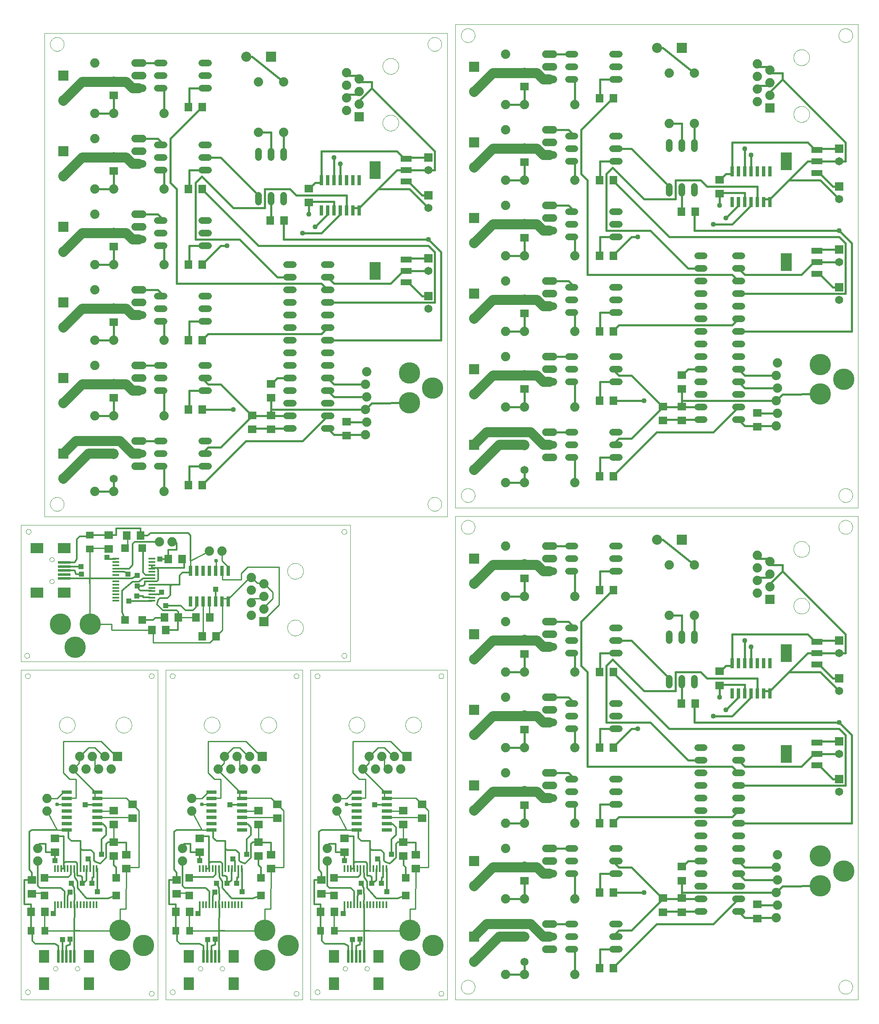
<source format=gtl>
G75*
G70*
%OFA0B0*%
%FSLAX25Y25*%
%IPPOS*%
%LPD*%
%AMOC8*
5,1,8,0,0,1.08239X$1,22.5*
%
%ADD102R,0.08000X0.08000*%
%ADD111R,0.06300X0.05510*%
%ADD12R,0.06300X0.07090*%
%ADD1303R,0.08800X0.04800*%
%ADD1304R,0.08660X0.14170*%
%ADD1306R,0.05510X0.06300*%
%ADD1307R,0.01370X0.05500*%
%ADD1308R,0.01970X0.09840*%
%ADD1309R,0.07870X0.09840*%
%ADD158C,0.06000*%
%ADD173C,0.07400*%
%ADD175R,0.09840X0.07870*%
%ADD207R,0.06500X0.06500*%
%ADD224C,0.06500*%
%ADD230R,0.08000X0.02600*%
%ADD260C,0.08000*%
%ADD289C,0.01600*%
%ADD291R,0.07090X0.06300*%
%ADD320R,0.07400X0.07400*%
%ADD346C,0.17000*%
%ADD35C,0.01200*%
%ADD390R,0.05910X0.05910*%
%ADD436R,0.03960X0.03960*%
%ADD458C,0.07870*%
%ADD485C,0.00000*%
%ADD498C,0.01000*%
%ADD527C,0.03100*%
%ADD574R,0.02600X0.08000*%
%ADD586R,0.09840X0.01970*%
%ADD599C,0.05200*%
%ADD602C,0.04000*%
%ADD674R,0.05500X0.01370*%
X0020000Y0020000D02*
G75*
%LPD*%
D485*
X0128560Y0020000D02*
X0020000Y0020000D01*
X0020000Y0281700D01*
X0128560Y0281700D01*
X0128560Y0020000D01*
X0123760Y0022830D02*
X0123490Y0022850D01*
X0123220Y0022910D01*
X0122960Y0023000D01*
X0122720Y0023130D01*
X0122490Y0023290D01*
X0122300Y0023480D01*
X0122130Y0023700D01*
X0121990Y0023940D01*
X0121890Y0024190D01*
X0121820Y0024460D01*
X0121790Y0024730D01*
X0121800Y0025010D01*
X0121850Y0025280D01*
X0121930Y0025540D01*
X0122050Y0025780D01*
X0122210Y0026010D01*
X0122390Y0026220D01*
X0122600Y0026390D01*
X0122840Y0026540D01*
X0123090Y0026650D01*
X0123350Y0026730D01*
X0123620Y0026770D01*
X0123900Y0026770D01*
X0124170Y0026730D01*
X0124430Y0026650D01*
X0124680Y0026540D01*
X0124920Y0026390D01*
X0125130Y0026220D01*
X0125310Y0026010D01*
X0125470Y0025790D01*
X0125590Y0025540D01*
X0125670Y0025280D01*
X0125720Y0025010D01*
X0125730Y0024730D01*
X0125700Y0024460D01*
X0125630Y0024190D01*
X0125530Y0023940D01*
X0125390Y0023700D01*
X0125220Y0023480D01*
X0125030Y0023290D01*
X0124800Y0023130D01*
X0124560Y0023000D01*
X0124300Y0022910D01*
X0124030Y0022850D01*
X0123760Y0022830D01*
X0064820Y0042830D02*
X0064560Y0042850D01*
X0064300Y0042910D01*
X0064050Y0043010D01*
X0063820Y0043140D01*
X0063620Y0043300D01*
X0063440Y0043500D01*
X0063290Y0043720D01*
X0063170Y0043950D01*
X0063090Y0044210D01*
X0063050Y0044470D01*
X0063050Y0044730D01*
X0063090Y0044990D01*
X0063170Y0045250D01*
X0063290Y0045490D01*
X0063440Y0045700D01*
X0063620Y0045900D01*
X0063820Y0046060D01*
X0064050Y0046190D01*
X0064300Y0046290D01*
X0064560Y0046350D01*
X0064820Y0046370D01*
X0065080Y0046350D01*
X0065340Y0046290D01*
X0065590Y0046190D01*
X0065820Y0046060D01*
X0066020Y0045900D01*
X0066200Y0045700D01*
X0066350Y0045480D01*
X0066470Y0045250D01*
X0066550Y0044990D01*
X0066590Y0044730D01*
X0066590Y0044470D01*
X0066550Y0044210D01*
X0066470Y0043950D01*
X0066350Y0043710D01*
X0066200Y0043500D01*
X0066020Y0043300D01*
X0065820Y0043140D01*
X0065590Y0043010D01*
X0065340Y0042910D01*
X0065080Y0042850D01*
X0064820Y0042830D01*
X0047500Y0042830D02*
X0047240Y0042850D01*
X0046980Y0042910D01*
X0046730Y0043010D01*
X0046500Y0043140D01*
X0046300Y0043300D01*
X0046120Y0043500D01*
X0045970Y0043720D01*
X0045850Y0043950D01*
X0045770Y0044210D01*
X0045730Y0044470D01*
X0045730Y0044730D01*
X0045770Y0044990D01*
X0045850Y0045250D01*
X0045970Y0045490D01*
X0046120Y0045700D01*
X0046300Y0045900D01*
X0046500Y0046060D01*
X0046730Y0046190D01*
X0046980Y0046290D01*
X0047240Y0046350D01*
X0047500Y0046370D01*
X0047760Y0046350D01*
X0048020Y0046290D01*
X0048270Y0046190D01*
X0048500Y0046060D01*
X0048700Y0045900D01*
X0048880Y0045700D01*
X0049030Y0045480D01*
X0049150Y0045250D01*
X0049230Y0044990D01*
X0049270Y0044730D01*
X0049270Y0044470D01*
X0049230Y0044210D01*
X0049150Y0043950D01*
X0049030Y0043710D01*
X0048880Y0043500D01*
X0048700Y0043300D01*
X0048500Y0043140D01*
X0048270Y0043010D01*
X0048020Y0042910D01*
X0047760Y0042850D01*
X0047500Y0042830D01*
X0025360Y0024030D02*
X0025090Y0024050D01*
X0024820Y0024110D01*
X0024560Y0024200D01*
X0024320Y0024330D01*
X0024090Y0024490D01*
X0023900Y0024680D01*
X0023730Y0024900D01*
X0023590Y0025140D01*
X0023490Y0025390D01*
X0023420Y0025660D01*
X0023390Y0025930D01*
X0023400Y0026210D01*
X0023450Y0026480D01*
X0023530Y0026740D01*
X0023650Y0026980D01*
X0023810Y0027210D01*
X0023990Y0027420D01*
X0024200Y0027590D01*
X0024440Y0027740D01*
X0024690Y0027850D01*
X0024950Y0027930D01*
X0025220Y0027970D01*
X0025500Y0027970D01*
X0025770Y0027930D01*
X0026030Y0027850D01*
X0026280Y0027740D01*
X0026520Y0027590D01*
X0026730Y0027420D01*
X0026910Y0027210D01*
X0027070Y0026990D01*
X0027190Y0026740D01*
X0027270Y0026480D01*
X0027320Y0026210D01*
X0027330Y0025930D01*
X0027300Y0025660D01*
X0027230Y0025390D01*
X0027130Y0025140D01*
X0026990Y0024900D01*
X0026820Y0024680D01*
X0026630Y0024490D01*
X0026400Y0024330D01*
X0026160Y0024200D01*
X0025900Y0024110D01*
X0025630Y0024050D01*
X0025360Y0024030D01*
X0056660Y0231700D02*
X0056160Y0231720D01*
X0055660Y0231780D01*
X0055170Y0231880D01*
X0054690Y0232020D01*
X0054220Y0232190D01*
X0053770Y0232400D01*
X0053330Y0232650D01*
X0052920Y0232930D01*
X0052530Y0233250D01*
X0052160Y0233590D01*
X0051820Y0233960D01*
X0051520Y0234360D01*
X0051250Y0234780D01*
X0051010Y0235220D01*
X0050800Y0235680D01*
X0050640Y0236150D01*
X0050510Y0236630D01*
X0050420Y0237130D01*
X0050370Y0237620D01*
X0050360Y0238130D01*
X0050390Y0238630D01*
X0050460Y0239120D01*
X0050570Y0239610D01*
X0050720Y0240090D01*
X0050900Y0240550D01*
X0051120Y0241000D01*
X0051380Y0241430D01*
X0051670Y0241840D01*
X0051990Y0242230D01*
X0052340Y0242590D01*
X0052720Y0242910D01*
X0053120Y0243210D01*
X0053550Y0243480D01*
X0053990Y0243710D01*
X0054450Y0243900D01*
X0054930Y0244060D01*
X0055420Y0244180D01*
X0055910Y0244260D01*
X0056410Y0244300D01*
X0056910Y0244300D01*
X0057410Y0244260D01*
X0057900Y0244180D01*
X0058390Y0244060D01*
X0058870Y0243900D01*
X0059330Y0243710D01*
X0059770Y0243480D01*
X0060200Y0243210D01*
X0060600Y0242910D01*
X0060980Y0242590D01*
X0061330Y0242230D01*
X0061650Y0241840D01*
X0061940Y0241430D01*
X0062200Y0241000D01*
X0062420Y0240550D01*
X0062600Y0240090D01*
X0062750Y0239610D01*
X0062860Y0239120D01*
X0062930Y0238630D01*
X0062960Y0238130D01*
X0062950Y0237620D01*
X0062900Y0237130D01*
X0062810Y0236630D01*
X0062680Y0236150D01*
X0062520Y0235680D01*
X0062310Y0235220D01*
X0062070Y0234780D01*
X0061800Y0234360D01*
X0061500Y0233960D01*
X0061160Y0233590D01*
X0060790Y0233250D01*
X0060400Y0232930D01*
X0059990Y0232650D01*
X0059550Y0232400D01*
X0059100Y0232190D01*
X0058630Y0232020D01*
X0058150Y0231880D01*
X0057660Y0231780D01*
X0057160Y0231720D01*
X0056660Y0231700D01*
X0025360Y0274830D02*
X0025090Y0274850D01*
X0024820Y0274910D01*
X0024560Y0275000D01*
X0024320Y0275130D01*
X0024090Y0275290D01*
X0023900Y0275480D01*
X0023730Y0275700D01*
X0023590Y0275940D01*
X0023490Y0276190D01*
X0023420Y0276460D01*
X0023390Y0276730D01*
X0023400Y0277010D01*
X0023450Y0277280D01*
X0023530Y0277540D01*
X0023650Y0277780D01*
X0023810Y0278010D01*
X0023990Y0278220D01*
X0024200Y0278390D01*
X0024440Y0278540D01*
X0024690Y0278650D01*
X0024950Y0278730D01*
X0025220Y0278770D01*
X0025500Y0278770D01*
X0025770Y0278730D01*
X0026030Y0278650D01*
X0026280Y0278540D01*
X0026520Y0278390D01*
X0026730Y0278220D01*
X0026910Y0278010D01*
X0027070Y0277790D01*
X0027190Y0277540D01*
X0027270Y0277280D01*
X0027320Y0277010D01*
X0027330Y0276730D01*
X0027300Y0276460D01*
X0027230Y0276190D01*
X0027130Y0275940D01*
X0026990Y0275700D01*
X0026820Y0275480D01*
X0026630Y0275290D01*
X0026400Y0275130D01*
X0026160Y0275000D01*
X0025900Y0274910D01*
X0025630Y0274850D01*
X0025360Y0274830D01*
X0101660Y0231700D02*
X0101160Y0231720D01*
X0100660Y0231780D01*
X0100170Y0231880D01*
X0099690Y0232020D01*
X0099220Y0232190D01*
X0098770Y0232400D01*
X0098330Y0232650D01*
X0097920Y0232930D01*
X0097530Y0233250D01*
X0097160Y0233590D01*
X0096820Y0233960D01*
X0096520Y0234360D01*
X0096250Y0234780D01*
X0096010Y0235220D01*
X0095800Y0235680D01*
X0095640Y0236150D01*
X0095510Y0236630D01*
X0095420Y0237130D01*
X0095370Y0237620D01*
X0095360Y0238130D01*
X0095390Y0238630D01*
X0095460Y0239120D01*
X0095570Y0239610D01*
X0095720Y0240090D01*
X0095900Y0240550D01*
X0096120Y0241000D01*
X0096380Y0241430D01*
X0096670Y0241840D01*
X0096990Y0242230D01*
X0097340Y0242590D01*
X0097720Y0242910D01*
X0098120Y0243210D01*
X0098550Y0243480D01*
X0098990Y0243710D01*
X0099450Y0243900D01*
X0099930Y0244060D01*
X0100420Y0244180D01*
X0100910Y0244260D01*
X0101410Y0244300D01*
X0101910Y0244300D01*
X0102410Y0244260D01*
X0102900Y0244180D01*
X0103390Y0244060D01*
X0103870Y0243900D01*
X0104330Y0243710D01*
X0104770Y0243480D01*
X0105200Y0243210D01*
X0105600Y0242910D01*
X0105980Y0242590D01*
X0106330Y0242230D01*
X0106650Y0241840D01*
X0106940Y0241430D01*
X0107200Y0241000D01*
X0107420Y0240550D01*
X0107600Y0240090D01*
X0107750Y0239610D01*
X0107860Y0239120D01*
X0107930Y0238630D01*
X0107960Y0238130D01*
X0107950Y0237620D01*
X0107900Y0237130D01*
X0107810Y0236630D01*
X0107680Y0236150D01*
X0107520Y0235680D01*
X0107310Y0235220D01*
X0107070Y0234780D01*
X0106800Y0234360D01*
X0106500Y0233960D01*
X0106160Y0233590D01*
X0105790Y0233250D01*
X0105400Y0232930D01*
X0104990Y0232650D01*
X0104550Y0232400D01*
X0104100Y0232190D01*
X0103630Y0232020D01*
X0103150Y0231880D01*
X0102660Y0231780D01*
X0102160Y0231720D01*
X0101660Y0231700D01*
X0123760Y0274830D02*
X0123490Y0274850D01*
X0123220Y0274910D01*
X0122960Y0275000D01*
X0122720Y0275130D01*
X0122490Y0275290D01*
X0122300Y0275480D01*
X0122130Y0275700D01*
X0121990Y0275940D01*
X0121890Y0276190D01*
X0121820Y0276460D01*
X0121790Y0276730D01*
X0121800Y0277010D01*
X0121850Y0277280D01*
X0121930Y0277540D01*
X0122050Y0277780D01*
X0122210Y0278010D01*
X0122390Y0278220D01*
X0122600Y0278390D01*
X0122840Y0278540D01*
X0123090Y0278650D01*
X0123350Y0278730D01*
X0123620Y0278770D01*
X0123900Y0278770D01*
X0124170Y0278730D01*
X0124430Y0278650D01*
X0124680Y0278540D01*
X0124920Y0278390D01*
X0125130Y0278220D01*
X0125310Y0278010D01*
X0125470Y0277790D01*
X0125590Y0277540D01*
X0125670Y0277280D01*
X0125720Y0277010D01*
X0125730Y0276730D01*
X0125700Y0276460D01*
X0125630Y0276190D01*
X0125530Y0275940D01*
X0125390Y0275700D01*
X0125220Y0275480D01*
X0125030Y0275290D01*
X0124800Y0275130D01*
X0124560Y0275000D01*
X0124300Y0274910D01*
X0124030Y0274850D01*
X0123760Y0274830D01*
D1307*
X0080200Y0124000D03*
X0077640Y0124000D03*
X0075080Y0124000D03*
X0072520Y0124000D03*
X0069960Y0124000D03*
X0067400Y0124000D03*
X0064840Y0124000D03*
X0062280Y0124000D03*
X0059720Y0124000D03*
X0057160Y0124000D03*
X0054610Y0124000D03*
X0052050Y0124000D03*
X0049490Y0124000D03*
X0046930Y0124000D03*
X0046930Y0095210D03*
X0049490Y0095210D03*
X0052050Y0095210D03*
X0054610Y0095210D03*
X0057160Y0095210D03*
X0059720Y0095210D03*
X0062280Y0095210D03*
X0064840Y0095210D03*
X0067400Y0095210D03*
X0069960Y0095210D03*
X0072520Y0095210D03*
X0075080Y0095210D03*
X0077640Y0095210D03*
X0080200Y0095210D03*
D1308*
X0062460Y0054440D03*
X0059310Y0054440D03*
X0056160Y0054440D03*
X0053010Y0054440D03*
X0049860Y0054440D03*
D1309*
X0038450Y0054440D03*
X0038450Y0032790D03*
X0073880Y0032790D03*
X0073880Y0054440D03*
D12*
X0039070Y0089600D03*
X0028050Y0089600D03*
D291*
X0028560Y0104090D03*
X0028560Y0115110D03*
X0046960Y0137090D03*
X0046960Y0148110D03*
X0093560Y0145110D03*
X0093560Y0134090D03*
X0103560Y0135110D03*
X0103560Y0124090D03*
X0093560Y0159090D03*
X0093560Y0170110D03*
X0108560Y0175110D03*
X0108560Y0164090D03*
D1306*
X0039070Y0074600D03*
X0028050Y0074600D03*
D390*
X0038560Y0102710D03*
X0038560Y0116490D03*
X0095560Y0116490D03*
X0095560Y0102710D03*
D173*
X0091660Y0203000D03*
X0086660Y0213000D03*
X0081660Y0203000D03*
X0076660Y0213000D03*
X0071660Y0203000D03*
X0066660Y0213000D03*
X0061660Y0203000D03*
X0040760Y0179600D03*
X0040760Y0169600D03*
X0033360Y0140000D03*
X0033360Y0130000D03*
D230*
X0056460Y0154600D03*
X0056460Y0159600D03*
X0056460Y0164600D03*
X0056460Y0169600D03*
X0056460Y0174600D03*
X0056460Y0179600D03*
X0056460Y0184600D03*
X0080660Y0184600D03*
X0080660Y0179600D03*
X0080660Y0174600D03*
X0080660Y0169600D03*
X0080660Y0164600D03*
X0080660Y0159600D03*
X0080660Y0154600D03*
D320*
X0096660Y0213000D03*
D346*
X0098760Y0074940D03*
X0098760Y0051320D03*
X0117270Y0063130D03*
D35*
X0095560Y0102710D02*
X0088960Y0100400D01*
X0072160Y0100400D01*
X0064960Y0108800D01*
X0064960Y0113600D01*
X0062560Y0117200D01*
X0062280Y0124000D01*
X0059720Y0124000D02*
X0059720Y0119160D01*
X0057760Y0117200D01*
X0038560Y0117200D01*
X0038560Y0116490D01*
X0033360Y0110400D02*
X0034960Y0108800D01*
X0051760Y0108800D01*
X0054610Y0105960D01*
X0054610Y0095210D01*
X0057160Y0095210D02*
X0057160Y0102200D01*
X0058960Y0105200D01*
X0062280Y0105200D02*
X0062560Y0102800D01*
X0062280Y0095210D01*
X0062560Y0095210D01*
X0062560Y0088600D01*
X0062460Y0081400D01*
X0062460Y0074600D01*
X0066560Y0074600D01*
X0062460Y0074600D02*
X0062460Y0054440D01*
X0059160Y0063800D02*
X0059160Y0068000D01*
X0059160Y0063800D02*
X0056160Y0062600D01*
X0056160Y0054440D01*
X0053010Y0054440D02*
X0053010Y0067800D01*
X0053160Y0067800D01*
X0049860Y0062700D02*
X0046960Y0064400D01*
X0031360Y0064400D01*
X0028960Y0066800D01*
X0028960Y0073690D01*
X0028050Y0074600D01*
X0028050Y0089600D01*
X0028050Y0095600D01*
X0022760Y0095600D01*
X0022760Y0115110D01*
X0028560Y0115110D01*
X0028560Y0120800D01*
X0026560Y0123200D01*
X0026560Y0153200D01*
X0028560Y0154600D01*
X0048560Y0154600D01*
X0046960Y0149600D02*
X0046960Y0148110D01*
X0046960Y0149600D02*
X0054160Y0149600D01*
X0054160Y0128000D01*
X0055360Y0129200D01*
X0063760Y0129200D01*
X0064840Y0128120D01*
X0064840Y0124000D01*
X0064840Y0118520D01*
X0064960Y0118400D01*
X0067360Y0118400D01*
X0068560Y0117200D01*
X0068560Y0112400D01*
X0070960Y0113600D01*
X0072160Y0114800D01*
X0072160Y0123640D01*
X0072520Y0124000D01*
X0075080Y0124000D02*
X0075080Y0129890D01*
X0073360Y0131600D01*
X0078160Y0136400D02*
X0075760Y0138800D01*
X0068600Y0138800D01*
X0067400Y0140000D01*
X0067400Y0124000D01*
X0060160Y0112400D02*
X0062280Y0108520D01*
X0062280Y0105200D01*
X0054610Y0124000D02*
X0054160Y0124000D01*
X0052050Y0124000D01*
X0054160Y0124000D02*
X0054160Y0128000D01*
X0046960Y0130400D02*
X0046960Y0137090D01*
X0039760Y0137090D01*
X0039760Y0143600D01*
X0034560Y0143600D01*
X0033360Y0140000D01*
X0033360Y0130000D02*
X0033360Y0110400D01*
X0046960Y0089600D02*
X0045760Y0088400D01*
X0046960Y0089600D02*
X0046960Y0095170D01*
X0046930Y0095210D01*
X0049860Y0062700D02*
X0049860Y0054440D01*
X0076360Y0112200D02*
X0076560Y0117000D01*
X0077560Y0117000D01*
X0077560Y0120400D01*
X0077640Y0124000D01*
X0080200Y0124000D02*
X0080560Y0124000D01*
X0080560Y0105600D01*
X0082960Y0128000D02*
X0079360Y0129200D01*
X0078160Y0130400D01*
X0078160Y0136400D01*
X0082960Y0128000D02*
X0087760Y0132800D01*
X0087760Y0143600D01*
X0089270Y0145110D01*
X0093560Y0145110D01*
X0093870Y0144800D01*
X0103360Y0144800D01*
X0103560Y0144600D01*
X0103560Y0135110D01*
X0093760Y0126800D02*
X0095560Y0125000D01*
X0095560Y0116490D01*
X0093760Y0126800D02*
X0093760Y0133890D01*
X0093560Y0134090D01*
X0084160Y0147200D02*
X0087760Y0150800D01*
X0087760Y0156800D01*
X0085360Y0159200D01*
X0081060Y0159200D01*
X0080660Y0159600D01*
X0084160Y0147200D02*
X0084160Y0135200D01*
X0067400Y0140000D02*
X0067400Y0146000D01*
X0060160Y0146000D01*
X0057760Y0148400D01*
X0057760Y0153300D01*
X0056460Y0154600D01*
X0057760Y0154600D01*
X0071160Y0174600D02*
X0070960Y0174800D01*
X0071160Y0174600D02*
X0080660Y0174600D01*
D436*
X0070960Y0174800D03*
X0084160Y0135200D03*
X0076360Y0112200D03*
X0080560Y0105600D03*
X0068560Y0112400D03*
X0073360Y0131600D03*
X0060160Y0112400D03*
X0058960Y0105200D03*
X0046960Y0130400D03*
X0045760Y0088400D03*
X0053160Y0067800D03*
X0059160Y0068000D03*
D498*
X0062460Y0074600D02*
X0039070Y0074600D01*
X0038560Y0074600D01*
X0038560Y0089600D01*
X0039070Y0089600D01*
X0038560Y0102710D02*
X0038560Y0104600D01*
X0028560Y0104600D01*
X0028560Y0104090D01*
X0048560Y0154600D02*
X0056460Y0154600D01*
X0048560Y0154600D02*
X0040760Y0169600D01*
X0040760Y0179600D02*
X0048560Y0179600D01*
X0053560Y0184600D01*
X0056460Y0184600D01*
X0056460Y0179600D02*
X0058560Y0180000D01*
X0063560Y0180000D01*
X0063560Y0195000D01*
X0058560Y0195000D01*
X0053560Y0200000D01*
X0053560Y0225000D01*
X0083560Y0225000D01*
X0093560Y0215000D01*
X0096660Y0213000D01*
X0086660Y0213000D02*
X0083560Y0215000D01*
X0078560Y0220000D01*
X0073560Y0220000D01*
X0068560Y0215000D01*
X0066660Y0213000D01*
X0066160Y0207600D01*
X0063560Y0205000D01*
X0061660Y0203000D01*
X0063560Y0200000D01*
X0078560Y0185000D01*
X0080660Y0184600D01*
X0078560Y0185000D02*
X0078560Y0180000D01*
X0080660Y0179600D01*
X0083560Y0180000D01*
X0103560Y0180000D01*
X0108560Y0175000D01*
X0108560Y0175110D01*
X0108560Y0175000D02*
X0113560Y0170000D01*
X0113560Y0125000D01*
X0103560Y0125000D01*
X0103560Y0124090D01*
X0103360Y0092000D01*
X0098760Y0092000D01*
X0098760Y0074940D01*
X0098760Y0074600D01*
X0066560Y0074600D01*
X0093560Y0145000D02*
X0093560Y0145110D01*
X0093560Y0159090D01*
X0093560Y0160000D01*
X0093560Y0169600D02*
X0080660Y0169600D01*
X0080660Y0164600D02*
X0108560Y0164600D01*
X0108560Y0164090D01*
X0093560Y0169600D02*
X0093560Y0170110D01*
X0081660Y0203000D02*
X0078560Y0205000D01*
X0078560Y0210000D01*
X0076660Y0213000D01*
X0056460Y0174600D02*
X0053560Y0175000D01*
X0048560Y0175000D01*
D527*
X0048560Y0175000D03*
X0135060Y0020000D02*
G75*
%LPD*%
D485*
X0243620Y0020000D02*
X0135060Y0020000D01*
X0135060Y0281700D01*
X0243620Y0281700D01*
X0243620Y0020000D01*
X0238820Y0022830D02*
X0238550Y0022850D01*
X0238280Y0022910D01*
X0238020Y0023000D01*
X0237780Y0023130D01*
X0237550Y0023290D01*
X0237360Y0023480D01*
X0237190Y0023700D01*
X0237050Y0023940D01*
X0236950Y0024190D01*
X0236880Y0024460D01*
X0236850Y0024730D01*
X0236860Y0025010D01*
X0236910Y0025280D01*
X0236990Y0025540D01*
X0237110Y0025780D01*
X0237270Y0026010D01*
X0237450Y0026220D01*
X0237660Y0026390D01*
X0237900Y0026540D01*
X0238150Y0026650D01*
X0238410Y0026730D01*
X0238680Y0026770D01*
X0238960Y0026770D01*
X0239230Y0026730D01*
X0239490Y0026650D01*
X0239740Y0026540D01*
X0239980Y0026390D01*
X0240190Y0026220D01*
X0240370Y0026010D01*
X0240530Y0025790D01*
X0240650Y0025540D01*
X0240730Y0025280D01*
X0240780Y0025010D01*
X0240790Y0024730D01*
X0240760Y0024460D01*
X0240690Y0024190D01*
X0240590Y0023940D01*
X0240450Y0023700D01*
X0240280Y0023480D01*
X0240090Y0023290D01*
X0239860Y0023130D01*
X0239620Y0023000D01*
X0239360Y0022910D01*
X0239090Y0022850D01*
X0238820Y0022830D01*
X0179880Y0042830D02*
X0179620Y0042850D01*
X0179360Y0042910D01*
X0179110Y0043010D01*
X0178880Y0043140D01*
X0178680Y0043300D01*
X0178500Y0043500D01*
X0178350Y0043720D01*
X0178230Y0043950D01*
X0178150Y0044210D01*
X0178110Y0044470D01*
X0178110Y0044730D01*
X0178150Y0044990D01*
X0178230Y0045250D01*
X0178350Y0045490D01*
X0178500Y0045700D01*
X0178680Y0045900D01*
X0178880Y0046060D01*
X0179110Y0046190D01*
X0179360Y0046290D01*
X0179620Y0046350D01*
X0179880Y0046370D01*
X0180140Y0046350D01*
X0180400Y0046290D01*
X0180650Y0046190D01*
X0180880Y0046060D01*
X0181080Y0045900D01*
X0181260Y0045700D01*
X0181410Y0045480D01*
X0181530Y0045250D01*
X0181610Y0044990D01*
X0181650Y0044730D01*
X0181650Y0044470D01*
X0181610Y0044210D01*
X0181530Y0043950D01*
X0181410Y0043710D01*
X0181260Y0043500D01*
X0181080Y0043300D01*
X0180880Y0043140D01*
X0180650Y0043010D01*
X0180400Y0042910D01*
X0180140Y0042850D01*
X0179880Y0042830D01*
X0162560Y0042830D02*
X0162300Y0042850D01*
X0162040Y0042910D01*
X0161790Y0043010D01*
X0161560Y0043140D01*
X0161360Y0043300D01*
X0161180Y0043500D01*
X0161030Y0043720D01*
X0160910Y0043950D01*
X0160830Y0044210D01*
X0160790Y0044470D01*
X0160790Y0044730D01*
X0160830Y0044990D01*
X0160910Y0045250D01*
X0161030Y0045490D01*
X0161180Y0045700D01*
X0161360Y0045900D01*
X0161560Y0046060D01*
X0161790Y0046190D01*
X0162040Y0046290D01*
X0162300Y0046350D01*
X0162560Y0046370D01*
X0162820Y0046350D01*
X0163080Y0046290D01*
X0163330Y0046190D01*
X0163560Y0046060D01*
X0163760Y0045900D01*
X0163940Y0045700D01*
X0164090Y0045480D01*
X0164210Y0045250D01*
X0164290Y0044990D01*
X0164330Y0044730D01*
X0164330Y0044470D01*
X0164290Y0044210D01*
X0164210Y0043950D01*
X0164090Y0043710D01*
X0163940Y0043500D01*
X0163760Y0043300D01*
X0163560Y0043140D01*
X0163330Y0043010D01*
X0163080Y0042910D01*
X0162820Y0042850D01*
X0162560Y0042830D01*
X0140420Y0024030D02*
X0140150Y0024050D01*
X0139880Y0024110D01*
X0139620Y0024200D01*
X0139380Y0024330D01*
X0139150Y0024490D01*
X0138960Y0024680D01*
X0138790Y0024900D01*
X0138650Y0025140D01*
X0138550Y0025390D01*
X0138480Y0025660D01*
X0138450Y0025930D01*
X0138460Y0026210D01*
X0138510Y0026480D01*
X0138590Y0026740D01*
X0138710Y0026980D01*
X0138870Y0027210D01*
X0139050Y0027420D01*
X0139260Y0027590D01*
X0139500Y0027740D01*
X0139750Y0027850D01*
X0140010Y0027930D01*
X0140280Y0027970D01*
X0140560Y0027970D01*
X0140830Y0027930D01*
X0141090Y0027850D01*
X0141340Y0027740D01*
X0141580Y0027590D01*
X0141790Y0027420D01*
X0141970Y0027210D01*
X0142130Y0026990D01*
X0142250Y0026740D01*
X0142330Y0026480D01*
X0142380Y0026210D01*
X0142390Y0025930D01*
X0142360Y0025660D01*
X0142290Y0025390D01*
X0142190Y0025140D01*
X0142050Y0024900D01*
X0141880Y0024680D01*
X0141690Y0024490D01*
X0141460Y0024330D01*
X0141220Y0024200D01*
X0140960Y0024110D01*
X0140690Y0024050D01*
X0140420Y0024030D01*
X0171720Y0231700D02*
X0171220Y0231720D01*
X0170720Y0231780D01*
X0170230Y0231880D01*
X0169750Y0232020D01*
X0169280Y0232190D01*
X0168830Y0232400D01*
X0168390Y0232650D01*
X0167980Y0232930D01*
X0167590Y0233250D01*
X0167220Y0233590D01*
X0166880Y0233960D01*
X0166580Y0234360D01*
X0166310Y0234780D01*
X0166070Y0235220D01*
X0165860Y0235680D01*
X0165700Y0236150D01*
X0165570Y0236630D01*
X0165480Y0237130D01*
X0165430Y0237620D01*
X0165420Y0238130D01*
X0165450Y0238630D01*
X0165520Y0239120D01*
X0165630Y0239610D01*
X0165780Y0240090D01*
X0165960Y0240550D01*
X0166180Y0241000D01*
X0166440Y0241430D01*
X0166730Y0241840D01*
X0167050Y0242230D01*
X0167400Y0242590D01*
X0167780Y0242910D01*
X0168180Y0243210D01*
X0168610Y0243480D01*
X0169050Y0243710D01*
X0169510Y0243900D01*
X0169990Y0244060D01*
X0170480Y0244180D01*
X0170970Y0244260D01*
X0171470Y0244300D01*
X0171970Y0244300D01*
X0172470Y0244260D01*
X0172960Y0244180D01*
X0173450Y0244060D01*
X0173930Y0243900D01*
X0174390Y0243710D01*
X0174830Y0243480D01*
X0175260Y0243210D01*
X0175660Y0242910D01*
X0176040Y0242590D01*
X0176390Y0242230D01*
X0176710Y0241840D01*
X0177000Y0241430D01*
X0177260Y0241000D01*
X0177480Y0240550D01*
X0177660Y0240090D01*
X0177810Y0239610D01*
X0177920Y0239120D01*
X0177990Y0238630D01*
X0178020Y0238130D01*
X0178010Y0237620D01*
X0177960Y0237130D01*
X0177870Y0236630D01*
X0177740Y0236150D01*
X0177580Y0235680D01*
X0177370Y0235220D01*
X0177130Y0234780D01*
X0176860Y0234360D01*
X0176560Y0233960D01*
X0176220Y0233590D01*
X0175850Y0233250D01*
X0175460Y0232930D01*
X0175050Y0232650D01*
X0174610Y0232400D01*
X0174160Y0232190D01*
X0173690Y0232020D01*
X0173210Y0231880D01*
X0172720Y0231780D01*
X0172220Y0231720D01*
X0171720Y0231700D01*
X0140420Y0274830D02*
X0140150Y0274850D01*
X0139880Y0274910D01*
X0139620Y0275000D01*
X0139380Y0275130D01*
X0139150Y0275290D01*
X0138960Y0275480D01*
X0138790Y0275700D01*
X0138650Y0275940D01*
X0138550Y0276190D01*
X0138480Y0276460D01*
X0138450Y0276730D01*
X0138460Y0277010D01*
X0138510Y0277280D01*
X0138590Y0277540D01*
X0138710Y0277780D01*
X0138870Y0278010D01*
X0139050Y0278220D01*
X0139260Y0278390D01*
X0139500Y0278540D01*
X0139750Y0278650D01*
X0140010Y0278730D01*
X0140280Y0278770D01*
X0140560Y0278770D01*
X0140830Y0278730D01*
X0141090Y0278650D01*
X0141340Y0278540D01*
X0141580Y0278390D01*
X0141790Y0278220D01*
X0141970Y0278010D01*
X0142130Y0277790D01*
X0142250Y0277540D01*
X0142330Y0277280D01*
X0142380Y0277010D01*
X0142390Y0276730D01*
X0142360Y0276460D01*
X0142290Y0276190D01*
X0142190Y0275940D01*
X0142050Y0275700D01*
X0141880Y0275480D01*
X0141690Y0275290D01*
X0141460Y0275130D01*
X0141220Y0275000D01*
X0140960Y0274910D01*
X0140690Y0274850D01*
X0140420Y0274830D01*
X0216720Y0231700D02*
X0216220Y0231720D01*
X0215720Y0231780D01*
X0215230Y0231880D01*
X0214750Y0232020D01*
X0214280Y0232190D01*
X0213830Y0232400D01*
X0213390Y0232650D01*
X0212980Y0232930D01*
X0212590Y0233250D01*
X0212220Y0233590D01*
X0211880Y0233960D01*
X0211580Y0234360D01*
X0211310Y0234780D01*
X0211070Y0235220D01*
X0210860Y0235680D01*
X0210700Y0236150D01*
X0210570Y0236630D01*
X0210480Y0237130D01*
X0210430Y0237620D01*
X0210420Y0238130D01*
X0210450Y0238630D01*
X0210520Y0239120D01*
X0210630Y0239610D01*
X0210780Y0240090D01*
X0210960Y0240550D01*
X0211180Y0241000D01*
X0211440Y0241430D01*
X0211730Y0241840D01*
X0212050Y0242230D01*
X0212400Y0242590D01*
X0212780Y0242910D01*
X0213180Y0243210D01*
X0213610Y0243480D01*
X0214050Y0243710D01*
X0214510Y0243900D01*
X0214990Y0244060D01*
X0215480Y0244180D01*
X0215970Y0244260D01*
X0216470Y0244300D01*
X0216970Y0244300D01*
X0217470Y0244260D01*
X0217960Y0244180D01*
X0218450Y0244060D01*
X0218930Y0243900D01*
X0219390Y0243710D01*
X0219830Y0243480D01*
X0220260Y0243210D01*
X0220660Y0242910D01*
X0221040Y0242590D01*
X0221390Y0242230D01*
X0221710Y0241840D01*
X0222000Y0241430D01*
X0222260Y0241000D01*
X0222480Y0240550D01*
X0222660Y0240090D01*
X0222810Y0239610D01*
X0222920Y0239120D01*
X0222990Y0238630D01*
X0223020Y0238130D01*
X0223010Y0237620D01*
X0222960Y0237130D01*
X0222870Y0236630D01*
X0222740Y0236150D01*
X0222580Y0235680D01*
X0222370Y0235220D01*
X0222130Y0234780D01*
X0221860Y0234360D01*
X0221560Y0233960D01*
X0221220Y0233590D01*
X0220850Y0233250D01*
X0220460Y0232930D01*
X0220050Y0232650D01*
X0219610Y0232400D01*
X0219160Y0232190D01*
X0218690Y0232020D01*
X0218210Y0231880D01*
X0217720Y0231780D01*
X0217220Y0231720D01*
X0216720Y0231700D01*
X0238820Y0274830D02*
X0238550Y0274850D01*
X0238280Y0274910D01*
X0238020Y0275000D01*
X0237780Y0275130D01*
X0237550Y0275290D01*
X0237360Y0275480D01*
X0237190Y0275700D01*
X0237050Y0275940D01*
X0236950Y0276190D01*
X0236880Y0276460D01*
X0236850Y0276730D01*
X0236860Y0277010D01*
X0236910Y0277280D01*
X0236990Y0277540D01*
X0237110Y0277780D01*
X0237270Y0278010D01*
X0237450Y0278220D01*
X0237660Y0278390D01*
X0237900Y0278540D01*
X0238150Y0278650D01*
X0238410Y0278730D01*
X0238680Y0278770D01*
X0238960Y0278770D01*
X0239230Y0278730D01*
X0239490Y0278650D01*
X0239740Y0278540D01*
X0239980Y0278390D01*
X0240190Y0278220D01*
X0240370Y0278010D01*
X0240530Y0277790D01*
X0240650Y0277540D01*
X0240730Y0277280D01*
X0240780Y0277010D01*
X0240790Y0276730D01*
X0240760Y0276460D01*
X0240690Y0276190D01*
X0240590Y0275940D01*
X0240450Y0275700D01*
X0240280Y0275480D01*
X0240090Y0275290D01*
X0239860Y0275130D01*
X0239620Y0275000D01*
X0239360Y0274910D01*
X0239090Y0274850D01*
X0238820Y0274830D01*
D1307*
X0195260Y0124000D03*
X0192700Y0124000D03*
X0190140Y0124000D03*
X0187580Y0124000D03*
X0185020Y0124000D03*
X0182460Y0124000D03*
X0179900Y0124000D03*
X0177340Y0124000D03*
X0174780Y0124000D03*
X0172220Y0124000D03*
X0169670Y0124000D03*
X0167110Y0124000D03*
X0164550Y0124000D03*
X0161990Y0124000D03*
X0161990Y0095210D03*
X0164550Y0095210D03*
X0167110Y0095210D03*
X0169670Y0095210D03*
X0172220Y0095210D03*
X0174780Y0095210D03*
X0177340Y0095210D03*
X0179900Y0095210D03*
X0182460Y0095210D03*
X0185020Y0095210D03*
X0187580Y0095210D03*
X0190140Y0095210D03*
X0192700Y0095210D03*
X0195260Y0095210D03*
D1308*
X0177520Y0054440D03*
X0174370Y0054440D03*
X0171220Y0054440D03*
X0168070Y0054440D03*
X0164920Y0054440D03*
D1309*
X0153510Y0054440D03*
X0153510Y0032790D03*
X0188940Y0032790D03*
X0188940Y0054440D03*
D12*
X0154130Y0089600D03*
X0143110Y0089600D03*
D291*
X0143620Y0104090D03*
X0143620Y0115110D03*
X0162020Y0137090D03*
X0162020Y0148110D03*
X0208620Y0145110D03*
X0208620Y0134090D03*
X0218620Y0135110D03*
X0218620Y0124090D03*
X0208620Y0159090D03*
X0208620Y0170110D03*
X0223620Y0175110D03*
X0223620Y0164090D03*
D1306*
X0154130Y0074600D03*
X0143110Y0074600D03*
D390*
X0153620Y0102710D03*
X0153620Y0116490D03*
X0210620Y0116490D03*
X0210620Y0102710D03*
D173*
X0206720Y0203000D03*
X0201720Y0213000D03*
X0196720Y0203000D03*
X0191720Y0213000D03*
X0186720Y0203000D03*
X0181720Y0213000D03*
X0176720Y0203000D03*
X0155820Y0179600D03*
X0155820Y0169600D03*
X0148420Y0140000D03*
X0148420Y0130000D03*
D230*
X0171520Y0154600D03*
X0171520Y0159600D03*
X0171520Y0164600D03*
X0171520Y0169600D03*
X0171520Y0174600D03*
X0171520Y0179600D03*
X0171520Y0184600D03*
X0195720Y0184600D03*
X0195720Y0179600D03*
X0195720Y0174600D03*
X0195720Y0169600D03*
X0195720Y0164600D03*
X0195720Y0159600D03*
X0195720Y0154600D03*
D320*
X0211720Y0213000D03*
D346*
X0213820Y0074940D03*
X0213820Y0051320D03*
X0232330Y0063130D03*
D35*
X0210620Y0102710D02*
X0204020Y0100400D01*
X0187220Y0100400D01*
X0180020Y0108800D01*
X0180020Y0113600D01*
X0177620Y0117200D01*
X0177340Y0124000D01*
X0174780Y0124000D02*
X0174780Y0119160D01*
X0172820Y0117200D01*
X0153620Y0117200D01*
X0153620Y0116490D01*
X0148420Y0110400D02*
X0150020Y0108800D01*
X0166820Y0108800D01*
X0169670Y0105960D01*
X0169670Y0095210D01*
X0172220Y0095210D02*
X0172220Y0102200D01*
X0174020Y0105200D01*
X0177340Y0105200D02*
X0177620Y0102800D01*
X0177340Y0095210D01*
X0177620Y0095210D01*
X0177620Y0088600D01*
X0177520Y0081400D01*
X0177520Y0074600D01*
X0181620Y0074600D01*
X0177520Y0074600D02*
X0177520Y0054440D01*
X0174220Y0063800D02*
X0174220Y0068000D01*
X0174220Y0063800D02*
X0171220Y0062600D01*
X0171220Y0054440D01*
X0168070Y0054440D02*
X0168070Y0067800D01*
X0168220Y0067800D01*
X0164920Y0062700D02*
X0162020Y0064400D01*
X0146420Y0064400D01*
X0144020Y0066800D01*
X0144020Y0073690D01*
X0143110Y0074600D01*
X0143110Y0089600D01*
X0143110Y0095600D01*
X0137820Y0095600D01*
X0137820Y0115110D01*
X0143620Y0115110D01*
X0143620Y0120800D01*
X0141620Y0123200D01*
X0141620Y0153200D01*
X0143620Y0154600D01*
X0163620Y0154600D01*
X0162020Y0149600D02*
X0162020Y0148110D01*
X0162020Y0149600D02*
X0169220Y0149600D01*
X0169220Y0128000D01*
X0170420Y0129200D01*
X0178820Y0129200D01*
X0179900Y0128120D01*
X0179900Y0124000D01*
X0179900Y0118520D01*
X0180020Y0118400D01*
X0182420Y0118400D01*
X0183620Y0117200D01*
X0183620Y0112400D01*
X0186020Y0113600D01*
X0187220Y0114800D01*
X0187220Y0123640D01*
X0187580Y0124000D01*
X0190140Y0124000D02*
X0190140Y0129890D01*
X0188420Y0131600D01*
X0193220Y0136400D02*
X0190820Y0138800D01*
X0183660Y0138800D01*
X0182460Y0140000D01*
X0182460Y0124000D01*
X0175220Y0112400D02*
X0177340Y0108520D01*
X0177340Y0105200D01*
X0169670Y0124000D02*
X0169220Y0124000D01*
X0167110Y0124000D01*
X0169220Y0124000D02*
X0169220Y0128000D01*
X0162020Y0130400D02*
X0162020Y0137090D01*
X0154820Y0137090D01*
X0154820Y0143600D01*
X0149620Y0143600D01*
X0148420Y0140000D01*
X0148420Y0130000D02*
X0148420Y0110400D01*
X0162020Y0089600D02*
X0160820Y0088400D01*
X0162020Y0089600D02*
X0162020Y0095170D01*
X0161990Y0095210D01*
X0164920Y0062700D02*
X0164920Y0054440D01*
X0191420Y0112200D02*
X0191620Y0117000D01*
X0192620Y0117000D01*
X0192620Y0120400D01*
X0192700Y0124000D01*
X0195260Y0124000D02*
X0195620Y0124000D01*
X0195620Y0105600D01*
X0198020Y0128000D02*
X0194420Y0129200D01*
X0193220Y0130400D01*
X0193220Y0136400D01*
X0198020Y0128000D02*
X0202820Y0132800D01*
X0202820Y0143600D01*
X0204330Y0145110D01*
X0208620Y0145110D01*
X0208930Y0144800D01*
X0218420Y0144800D01*
X0218620Y0144600D01*
X0218620Y0135110D01*
X0208820Y0126800D02*
X0210620Y0125000D01*
X0210620Y0116490D01*
X0208820Y0126800D02*
X0208820Y0133890D01*
X0208620Y0134090D01*
X0199220Y0147200D02*
X0202820Y0150800D01*
X0202820Y0156800D01*
X0200420Y0159200D01*
X0196120Y0159200D01*
X0195720Y0159600D01*
X0199220Y0147200D02*
X0199220Y0135200D01*
X0182460Y0140000D02*
X0182460Y0146000D01*
X0175220Y0146000D01*
X0172820Y0148400D01*
X0172820Y0153300D01*
X0171520Y0154600D01*
X0172820Y0154600D01*
X0186220Y0174600D02*
X0186020Y0174800D01*
X0186220Y0174600D02*
X0195720Y0174600D01*
D436*
X0186020Y0174800D03*
X0199220Y0135200D03*
X0191420Y0112200D03*
X0195620Y0105600D03*
X0183620Y0112400D03*
X0188420Y0131600D03*
X0175220Y0112400D03*
X0174020Y0105200D03*
X0162020Y0130400D03*
X0160820Y0088400D03*
X0168220Y0067800D03*
X0174220Y0068000D03*
D498*
X0177520Y0074600D02*
X0154130Y0074600D01*
X0153620Y0074600D01*
X0153620Y0089600D01*
X0154130Y0089600D01*
X0153620Y0102710D02*
X0153620Y0104600D01*
X0143620Y0104600D01*
X0143620Y0104090D01*
X0163620Y0154600D02*
X0171520Y0154600D01*
X0163620Y0154600D02*
X0155820Y0169600D01*
X0155820Y0179600D02*
X0163620Y0179600D01*
X0168620Y0184600D01*
X0171520Y0184600D01*
X0171520Y0179600D02*
X0173620Y0180000D01*
X0178620Y0180000D01*
X0178620Y0195000D01*
X0173620Y0195000D01*
X0168620Y0200000D01*
X0168620Y0225000D01*
X0198620Y0225000D01*
X0208620Y0215000D01*
X0211720Y0213000D01*
X0201720Y0213000D02*
X0198620Y0215000D01*
X0193620Y0220000D01*
X0188620Y0220000D01*
X0183620Y0215000D01*
X0181720Y0213000D01*
X0181220Y0207600D01*
X0178620Y0205000D01*
X0176720Y0203000D01*
X0178620Y0200000D01*
X0193620Y0185000D01*
X0195720Y0184600D01*
X0193620Y0185000D02*
X0193620Y0180000D01*
X0195720Y0179600D01*
X0198620Y0180000D01*
X0218620Y0180000D01*
X0223620Y0175000D01*
X0223620Y0175110D01*
X0223620Y0175000D02*
X0228620Y0170000D01*
X0228620Y0125000D01*
X0218620Y0125000D01*
X0218620Y0124090D01*
X0218420Y0092000D01*
X0213820Y0092000D01*
X0213820Y0074940D01*
X0213820Y0074600D01*
X0181620Y0074600D01*
X0208620Y0145000D02*
X0208620Y0145110D01*
X0208620Y0159090D01*
X0208620Y0160000D01*
X0208620Y0169600D02*
X0195720Y0169600D01*
X0195720Y0164600D02*
X0223620Y0164600D01*
X0223620Y0164090D01*
X0208620Y0169600D02*
X0208620Y0170110D01*
X0196720Y0203000D02*
X0193620Y0205000D01*
X0193620Y0210000D01*
X0191720Y0213000D01*
X0171520Y0174600D02*
X0168620Y0175000D01*
X0163620Y0175000D01*
D527*
X0163620Y0175000D03*
X0250120Y0020000D02*
G75*
%LPD*%
D485*
X0358680Y0020000D02*
X0250120Y0020000D01*
X0250120Y0281700D01*
X0358680Y0281700D01*
X0358680Y0020000D01*
X0353880Y0022830D02*
X0353610Y0022850D01*
X0353340Y0022910D01*
X0353080Y0023000D01*
X0352840Y0023130D01*
X0352610Y0023290D01*
X0352420Y0023480D01*
X0352250Y0023700D01*
X0352110Y0023940D01*
X0352010Y0024190D01*
X0351940Y0024460D01*
X0351910Y0024730D01*
X0351920Y0025010D01*
X0351970Y0025280D01*
X0352050Y0025540D01*
X0352170Y0025780D01*
X0352330Y0026010D01*
X0352510Y0026220D01*
X0352720Y0026390D01*
X0352960Y0026540D01*
X0353210Y0026650D01*
X0353470Y0026730D01*
X0353740Y0026770D01*
X0354020Y0026770D01*
X0354290Y0026730D01*
X0354550Y0026650D01*
X0354800Y0026540D01*
X0355040Y0026390D01*
X0355250Y0026220D01*
X0355430Y0026010D01*
X0355590Y0025790D01*
X0355710Y0025540D01*
X0355790Y0025280D01*
X0355840Y0025010D01*
X0355850Y0024730D01*
X0355820Y0024460D01*
X0355750Y0024190D01*
X0355650Y0023940D01*
X0355510Y0023700D01*
X0355340Y0023480D01*
X0355150Y0023290D01*
X0354920Y0023130D01*
X0354680Y0023000D01*
X0354420Y0022910D01*
X0354150Y0022850D01*
X0353880Y0022830D01*
X0294940Y0042830D02*
X0294680Y0042850D01*
X0294420Y0042910D01*
X0294170Y0043010D01*
X0293940Y0043140D01*
X0293740Y0043300D01*
X0293560Y0043500D01*
X0293410Y0043720D01*
X0293290Y0043950D01*
X0293210Y0044210D01*
X0293170Y0044470D01*
X0293170Y0044730D01*
X0293210Y0044990D01*
X0293290Y0045250D01*
X0293410Y0045490D01*
X0293560Y0045700D01*
X0293740Y0045900D01*
X0293940Y0046060D01*
X0294170Y0046190D01*
X0294420Y0046290D01*
X0294680Y0046350D01*
X0294940Y0046370D01*
X0295200Y0046350D01*
X0295460Y0046290D01*
X0295710Y0046190D01*
X0295940Y0046060D01*
X0296140Y0045900D01*
X0296320Y0045700D01*
X0296470Y0045480D01*
X0296590Y0045250D01*
X0296670Y0044990D01*
X0296710Y0044730D01*
X0296710Y0044470D01*
X0296670Y0044210D01*
X0296590Y0043950D01*
X0296470Y0043710D01*
X0296320Y0043500D01*
X0296140Y0043300D01*
X0295940Y0043140D01*
X0295710Y0043010D01*
X0295460Y0042910D01*
X0295200Y0042850D01*
X0294940Y0042830D01*
X0277620Y0042830D02*
X0277360Y0042850D01*
X0277100Y0042910D01*
X0276850Y0043010D01*
X0276620Y0043140D01*
X0276420Y0043300D01*
X0276240Y0043500D01*
X0276090Y0043720D01*
X0275970Y0043950D01*
X0275890Y0044210D01*
X0275850Y0044470D01*
X0275850Y0044730D01*
X0275890Y0044990D01*
X0275970Y0045250D01*
X0276090Y0045490D01*
X0276240Y0045700D01*
X0276420Y0045900D01*
X0276620Y0046060D01*
X0276850Y0046190D01*
X0277100Y0046290D01*
X0277360Y0046350D01*
X0277620Y0046370D01*
X0277880Y0046350D01*
X0278140Y0046290D01*
X0278390Y0046190D01*
X0278620Y0046060D01*
X0278820Y0045900D01*
X0279000Y0045700D01*
X0279150Y0045480D01*
X0279270Y0045250D01*
X0279350Y0044990D01*
X0279390Y0044730D01*
X0279390Y0044470D01*
X0279350Y0044210D01*
X0279270Y0043950D01*
X0279150Y0043710D01*
X0279000Y0043500D01*
X0278820Y0043300D01*
X0278620Y0043140D01*
X0278390Y0043010D01*
X0278140Y0042910D01*
X0277880Y0042850D01*
X0277620Y0042830D01*
X0255480Y0024030D02*
X0255210Y0024050D01*
X0254940Y0024110D01*
X0254680Y0024200D01*
X0254440Y0024330D01*
X0254210Y0024490D01*
X0254020Y0024680D01*
X0253850Y0024900D01*
X0253710Y0025140D01*
X0253610Y0025390D01*
X0253540Y0025660D01*
X0253510Y0025930D01*
X0253520Y0026210D01*
X0253570Y0026480D01*
X0253650Y0026740D01*
X0253770Y0026980D01*
X0253930Y0027210D01*
X0254110Y0027420D01*
X0254320Y0027590D01*
X0254560Y0027740D01*
X0254810Y0027850D01*
X0255070Y0027930D01*
X0255340Y0027970D01*
X0255620Y0027970D01*
X0255890Y0027930D01*
X0256150Y0027850D01*
X0256400Y0027740D01*
X0256640Y0027590D01*
X0256850Y0027420D01*
X0257030Y0027210D01*
X0257190Y0026990D01*
X0257310Y0026740D01*
X0257390Y0026480D01*
X0257440Y0026210D01*
X0257450Y0025930D01*
X0257420Y0025660D01*
X0257350Y0025390D01*
X0257250Y0025140D01*
X0257110Y0024900D01*
X0256940Y0024680D01*
X0256750Y0024490D01*
X0256520Y0024330D01*
X0256280Y0024200D01*
X0256020Y0024110D01*
X0255750Y0024050D01*
X0255480Y0024030D01*
X0286780Y0231700D02*
X0286280Y0231720D01*
X0285780Y0231780D01*
X0285290Y0231880D01*
X0284810Y0232020D01*
X0284340Y0232190D01*
X0283890Y0232400D01*
X0283450Y0232650D01*
X0283040Y0232930D01*
X0282650Y0233250D01*
X0282280Y0233590D01*
X0281940Y0233960D01*
X0281640Y0234360D01*
X0281370Y0234780D01*
X0281130Y0235220D01*
X0280920Y0235680D01*
X0280760Y0236150D01*
X0280630Y0236630D01*
X0280540Y0237130D01*
X0280490Y0237620D01*
X0280480Y0238130D01*
X0280510Y0238630D01*
X0280580Y0239120D01*
X0280690Y0239610D01*
X0280840Y0240090D01*
X0281020Y0240550D01*
X0281240Y0241000D01*
X0281500Y0241430D01*
X0281790Y0241840D01*
X0282110Y0242230D01*
X0282460Y0242590D01*
X0282840Y0242910D01*
X0283240Y0243210D01*
X0283670Y0243480D01*
X0284110Y0243710D01*
X0284570Y0243900D01*
X0285050Y0244060D01*
X0285540Y0244180D01*
X0286030Y0244260D01*
X0286530Y0244300D01*
X0287030Y0244300D01*
X0287530Y0244260D01*
X0288020Y0244180D01*
X0288510Y0244060D01*
X0288990Y0243900D01*
X0289450Y0243710D01*
X0289890Y0243480D01*
X0290320Y0243210D01*
X0290720Y0242910D01*
X0291100Y0242590D01*
X0291450Y0242230D01*
X0291770Y0241840D01*
X0292060Y0241430D01*
X0292320Y0241000D01*
X0292540Y0240550D01*
X0292720Y0240090D01*
X0292870Y0239610D01*
X0292980Y0239120D01*
X0293050Y0238630D01*
X0293080Y0238130D01*
X0293070Y0237620D01*
X0293020Y0237130D01*
X0292930Y0236630D01*
X0292800Y0236150D01*
X0292640Y0235680D01*
X0292430Y0235220D01*
X0292190Y0234780D01*
X0291920Y0234360D01*
X0291620Y0233960D01*
X0291280Y0233590D01*
X0290910Y0233250D01*
X0290520Y0232930D01*
X0290110Y0232650D01*
X0289670Y0232400D01*
X0289220Y0232190D01*
X0288750Y0232020D01*
X0288270Y0231880D01*
X0287780Y0231780D01*
X0287280Y0231720D01*
X0286780Y0231700D01*
X0255480Y0274830D02*
X0255210Y0274850D01*
X0254940Y0274910D01*
X0254680Y0275000D01*
X0254440Y0275130D01*
X0254210Y0275290D01*
X0254020Y0275480D01*
X0253850Y0275700D01*
X0253710Y0275940D01*
X0253610Y0276190D01*
X0253540Y0276460D01*
X0253510Y0276730D01*
X0253520Y0277010D01*
X0253570Y0277280D01*
X0253650Y0277540D01*
X0253770Y0277780D01*
X0253930Y0278010D01*
X0254110Y0278220D01*
X0254320Y0278390D01*
X0254560Y0278540D01*
X0254810Y0278650D01*
X0255070Y0278730D01*
X0255340Y0278770D01*
X0255620Y0278770D01*
X0255890Y0278730D01*
X0256150Y0278650D01*
X0256400Y0278540D01*
X0256640Y0278390D01*
X0256850Y0278220D01*
X0257030Y0278010D01*
X0257190Y0277790D01*
X0257310Y0277540D01*
X0257390Y0277280D01*
X0257440Y0277010D01*
X0257450Y0276730D01*
X0257420Y0276460D01*
X0257350Y0276190D01*
X0257250Y0275940D01*
X0257110Y0275700D01*
X0256940Y0275480D01*
X0256750Y0275290D01*
X0256520Y0275130D01*
X0256280Y0275000D01*
X0256020Y0274910D01*
X0255750Y0274850D01*
X0255480Y0274830D01*
X0331780Y0231700D02*
X0331280Y0231720D01*
X0330780Y0231780D01*
X0330290Y0231880D01*
X0329810Y0232020D01*
X0329340Y0232190D01*
X0328890Y0232400D01*
X0328450Y0232650D01*
X0328040Y0232930D01*
X0327650Y0233250D01*
X0327280Y0233590D01*
X0326940Y0233960D01*
X0326640Y0234360D01*
X0326370Y0234780D01*
X0326130Y0235220D01*
X0325920Y0235680D01*
X0325760Y0236150D01*
X0325630Y0236630D01*
X0325540Y0237130D01*
X0325490Y0237620D01*
X0325480Y0238130D01*
X0325510Y0238630D01*
X0325580Y0239120D01*
X0325690Y0239610D01*
X0325840Y0240090D01*
X0326020Y0240550D01*
X0326240Y0241000D01*
X0326500Y0241430D01*
X0326790Y0241840D01*
X0327110Y0242230D01*
X0327460Y0242590D01*
X0327840Y0242910D01*
X0328240Y0243210D01*
X0328670Y0243480D01*
X0329110Y0243710D01*
X0329570Y0243900D01*
X0330050Y0244060D01*
X0330540Y0244180D01*
X0331030Y0244260D01*
X0331530Y0244300D01*
X0332030Y0244300D01*
X0332530Y0244260D01*
X0333020Y0244180D01*
X0333510Y0244060D01*
X0333990Y0243900D01*
X0334450Y0243710D01*
X0334890Y0243480D01*
X0335320Y0243210D01*
X0335720Y0242910D01*
X0336100Y0242590D01*
X0336450Y0242230D01*
X0336770Y0241840D01*
X0337060Y0241430D01*
X0337320Y0241000D01*
X0337540Y0240550D01*
X0337720Y0240090D01*
X0337870Y0239610D01*
X0337980Y0239120D01*
X0338050Y0238630D01*
X0338080Y0238130D01*
X0338070Y0237620D01*
X0338020Y0237130D01*
X0337930Y0236630D01*
X0337800Y0236150D01*
X0337640Y0235680D01*
X0337430Y0235220D01*
X0337190Y0234780D01*
X0336920Y0234360D01*
X0336620Y0233960D01*
X0336280Y0233590D01*
X0335910Y0233250D01*
X0335520Y0232930D01*
X0335110Y0232650D01*
X0334670Y0232400D01*
X0334220Y0232190D01*
X0333750Y0232020D01*
X0333270Y0231880D01*
X0332780Y0231780D01*
X0332280Y0231720D01*
X0331780Y0231700D01*
X0353880Y0274830D02*
X0353610Y0274850D01*
X0353340Y0274910D01*
X0353080Y0275000D01*
X0352840Y0275130D01*
X0352610Y0275290D01*
X0352420Y0275480D01*
X0352250Y0275700D01*
X0352110Y0275940D01*
X0352010Y0276190D01*
X0351940Y0276460D01*
X0351910Y0276730D01*
X0351920Y0277010D01*
X0351970Y0277280D01*
X0352050Y0277540D01*
X0352170Y0277780D01*
X0352330Y0278010D01*
X0352510Y0278220D01*
X0352720Y0278390D01*
X0352960Y0278540D01*
X0353210Y0278650D01*
X0353470Y0278730D01*
X0353740Y0278770D01*
X0354020Y0278770D01*
X0354290Y0278730D01*
X0354550Y0278650D01*
X0354800Y0278540D01*
X0355040Y0278390D01*
X0355250Y0278220D01*
X0355430Y0278010D01*
X0355590Y0277790D01*
X0355710Y0277540D01*
X0355790Y0277280D01*
X0355840Y0277010D01*
X0355850Y0276730D01*
X0355820Y0276460D01*
X0355750Y0276190D01*
X0355650Y0275940D01*
X0355510Y0275700D01*
X0355340Y0275480D01*
X0355150Y0275290D01*
X0354920Y0275130D01*
X0354680Y0275000D01*
X0354420Y0274910D01*
X0354150Y0274850D01*
X0353880Y0274830D01*
D1307*
X0310320Y0124000D03*
X0307760Y0124000D03*
X0305200Y0124000D03*
X0302640Y0124000D03*
X0300080Y0124000D03*
X0297520Y0124000D03*
X0294960Y0124000D03*
X0292400Y0124000D03*
X0289840Y0124000D03*
X0287280Y0124000D03*
X0284730Y0124000D03*
X0282170Y0124000D03*
X0279610Y0124000D03*
X0277050Y0124000D03*
X0277050Y0095210D03*
X0279610Y0095210D03*
X0282170Y0095210D03*
X0284730Y0095210D03*
X0287280Y0095210D03*
X0289840Y0095210D03*
X0292400Y0095210D03*
X0294960Y0095210D03*
X0297520Y0095210D03*
X0300080Y0095210D03*
X0302640Y0095210D03*
X0305200Y0095210D03*
X0307760Y0095210D03*
X0310320Y0095210D03*
D1308*
X0292580Y0054440D03*
X0289430Y0054440D03*
X0286280Y0054440D03*
X0283130Y0054440D03*
X0279980Y0054440D03*
D1309*
X0268570Y0054440D03*
X0268570Y0032790D03*
X0304000Y0032790D03*
X0304000Y0054440D03*
D12*
X0269190Y0089600D03*
X0258170Y0089600D03*
D291*
X0258680Y0104090D03*
X0258680Y0115110D03*
X0277080Y0137090D03*
X0277080Y0148110D03*
X0323680Y0145110D03*
X0323680Y0134090D03*
X0333680Y0135110D03*
X0333680Y0124090D03*
X0323680Y0159090D03*
X0323680Y0170110D03*
X0338680Y0175110D03*
X0338680Y0164090D03*
D1306*
X0269190Y0074600D03*
X0258170Y0074600D03*
D390*
X0268680Y0102710D03*
X0268680Y0116490D03*
X0325680Y0116490D03*
X0325680Y0102710D03*
D173*
X0321780Y0203000D03*
X0316780Y0213000D03*
X0311780Y0203000D03*
X0306780Y0213000D03*
X0301780Y0203000D03*
X0296780Y0213000D03*
X0291780Y0203000D03*
X0270880Y0179600D03*
X0270880Y0169600D03*
X0263480Y0140000D03*
X0263480Y0130000D03*
D230*
X0286580Y0154600D03*
X0286580Y0159600D03*
X0286580Y0164600D03*
X0286580Y0169600D03*
X0286580Y0174600D03*
X0286580Y0179600D03*
X0286580Y0184600D03*
X0310780Y0184600D03*
X0310780Y0179600D03*
X0310780Y0174600D03*
X0310780Y0169600D03*
X0310780Y0164600D03*
X0310780Y0159600D03*
X0310780Y0154600D03*
D320*
X0326780Y0213000D03*
D346*
X0328880Y0074940D03*
X0328880Y0051320D03*
X0347390Y0063130D03*
D35*
X0325680Y0102710D02*
X0319080Y0100400D01*
X0302280Y0100400D01*
X0295080Y0108800D01*
X0295080Y0113600D01*
X0292680Y0117200D01*
X0292400Y0124000D01*
X0289840Y0124000D02*
X0289840Y0119160D01*
X0287880Y0117200D01*
X0268680Y0117200D01*
X0268680Y0116490D01*
X0263480Y0110400D02*
X0265080Y0108800D01*
X0281880Y0108800D01*
X0284730Y0105960D01*
X0284730Y0095210D01*
X0287280Y0095210D02*
X0287280Y0102200D01*
X0289080Y0105200D01*
X0292400Y0105200D02*
X0292680Y0102800D01*
X0292400Y0095210D01*
X0292680Y0095210D01*
X0292680Y0088600D01*
X0292580Y0081400D01*
X0292580Y0074600D01*
X0296680Y0074600D01*
X0292580Y0074600D02*
X0292580Y0054440D01*
X0289280Y0063800D02*
X0289280Y0068000D01*
X0289280Y0063800D02*
X0286280Y0062600D01*
X0286280Y0054440D01*
X0283130Y0054440D02*
X0283130Y0067800D01*
X0283280Y0067800D01*
X0279980Y0062700D02*
X0277080Y0064400D01*
X0261480Y0064400D01*
X0259080Y0066800D01*
X0259080Y0073690D01*
X0258170Y0074600D01*
X0258170Y0089600D01*
X0258170Y0095600D01*
X0252880Y0095600D01*
X0252880Y0115110D01*
X0258680Y0115110D01*
X0258680Y0120800D01*
X0256680Y0123200D01*
X0256680Y0153200D01*
X0258680Y0154600D01*
X0278680Y0154600D01*
X0277080Y0149600D02*
X0277080Y0148110D01*
X0277080Y0149600D02*
X0284280Y0149600D01*
X0284280Y0128000D01*
X0285480Y0129200D01*
X0293880Y0129200D01*
X0294960Y0128120D01*
X0294960Y0124000D01*
X0294960Y0118520D01*
X0295080Y0118400D01*
X0297480Y0118400D01*
X0298680Y0117200D01*
X0298680Y0112400D01*
X0301080Y0113600D01*
X0302280Y0114800D01*
X0302280Y0123640D01*
X0302640Y0124000D01*
X0305200Y0124000D02*
X0305200Y0129890D01*
X0303480Y0131600D01*
X0308280Y0136400D02*
X0305880Y0138800D01*
X0298720Y0138800D01*
X0297520Y0140000D01*
X0297520Y0124000D01*
X0290280Y0112400D02*
X0292400Y0108520D01*
X0292400Y0105200D01*
X0284730Y0124000D02*
X0284280Y0124000D01*
X0282170Y0124000D01*
X0284280Y0124000D02*
X0284280Y0128000D01*
X0277080Y0130400D02*
X0277080Y0137090D01*
X0269880Y0137090D01*
X0269880Y0143600D01*
X0264680Y0143600D01*
X0263480Y0140000D01*
X0263480Y0130000D02*
X0263480Y0110400D01*
X0277080Y0089600D02*
X0275880Y0088400D01*
X0277080Y0089600D02*
X0277080Y0095170D01*
X0277050Y0095210D01*
X0279980Y0062700D02*
X0279980Y0054440D01*
X0306480Y0112200D02*
X0306680Y0117000D01*
X0307680Y0117000D01*
X0307680Y0120400D01*
X0307760Y0124000D01*
X0310320Y0124000D02*
X0310680Y0124000D01*
X0310680Y0105600D01*
X0313080Y0128000D02*
X0309480Y0129200D01*
X0308280Y0130400D01*
X0308280Y0136400D01*
X0313080Y0128000D02*
X0317880Y0132800D01*
X0317880Y0143600D01*
X0319390Y0145110D01*
X0323680Y0145110D01*
X0323990Y0144800D01*
X0333480Y0144800D01*
X0333680Y0144600D01*
X0333680Y0135110D01*
X0323880Y0126800D02*
X0325680Y0125000D01*
X0325680Y0116490D01*
X0323880Y0126800D02*
X0323880Y0133890D01*
X0323680Y0134090D01*
X0314280Y0147200D02*
X0317880Y0150800D01*
X0317880Y0156800D01*
X0315480Y0159200D01*
X0311180Y0159200D01*
X0310780Y0159600D01*
X0314280Y0147200D02*
X0314280Y0135200D01*
X0297520Y0140000D02*
X0297520Y0146000D01*
X0290280Y0146000D01*
X0287880Y0148400D01*
X0287880Y0153300D01*
X0286580Y0154600D01*
X0287880Y0154600D01*
X0301280Y0174600D02*
X0301080Y0174800D01*
X0301280Y0174600D02*
X0310780Y0174600D01*
D436*
X0301080Y0174800D03*
X0314280Y0135200D03*
X0306480Y0112200D03*
X0310680Y0105600D03*
X0298680Y0112400D03*
X0303480Y0131600D03*
X0290280Y0112400D03*
X0289080Y0105200D03*
X0277080Y0130400D03*
X0275880Y0088400D03*
X0283280Y0067800D03*
X0289280Y0068000D03*
D498*
X0292580Y0074600D02*
X0269190Y0074600D01*
X0268680Y0074600D01*
X0268680Y0089600D01*
X0269190Y0089600D01*
X0268680Y0102710D02*
X0268680Y0104600D01*
X0258680Y0104600D01*
X0258680Y0104090D01*
X0278680Y0154600D02*
X0286580Y0154600D01*
X0278680Y0154600D02*
X0270880Y0169600D01*
X0270880Y0179600D02*
X0278680Y0179600D01*
X0283680Y0184600D01*
X0286580Y0184600D01*
X0286580Y0179600D02*
X0288680Y0180000D01*
X0293680Y0180000D01*
X0293680Y0195000D01*
X0288680Y0195000D01*
X0283680Y0200000D01*
X0283680Y0225000D01*
X0313680Y0225000D01*
X0323680Y0215000D01*
X0326780Y0213000D01*
X0316780Y0213000D02*
X0313680Y0215000D01*
X0308680Y0220000D01*
X0303680Y0220000D01*
X0298680Y0215000D01*
X0296780Y0213000D01*
X0296280Y0207600D01*
X0293680Y0205000D01*
X0291780Y0203000D01*
X0293680Y0200000D01*
X0308680Y0185000D01*
X0310780Y0184600D01*
X0308680Y0185000D02*
X0308680Y0180000D01*
X0310780Y0179600D01*
X0313680Y0180000D01*
X0333680Y0180000D01*
X0338680Y0175000D01*
X0338680Y0175110D01*
X0338680Y0175000D02*
X0343680Y0170000D01*
X0343680Y0125000D01*
X0333680Y0125000D01*
X0333680Y0124090D01*
X0333480Y0092000D01*
X0328880Y0092000D01*
X0328880Y0074940D01*
X0328880Y0074600D01*
X0296680Y0074600D01*
X0323680Y0145000D02*
X0323680Y0145110D01*
X0323680Y0159090D01*
X0323680Y0160000D01*
X0323680Y0169600D02*
X0310780Y0169600D01*
X0310780Y0164600D02*
X0338680Y0164600D01*
X0338680Y0164090D01*
X0323680Y0169600D02*
X0323680Y0170110D01*
X0311780Y0203000D02*
X0308680Y0205000D01*
X0308680Y0210000D01*
X0306780Y0213000D01*
X0286580Y0174600D02*
X0283680Y0175000D01*
X0278680Y0175000D01*
D527*
X0278680Y0175000D03*
X0365180Y0020000D02*
G75*
%LPD*%
D485*
X0685140Y0020000D02*
X0365180Y0020000D01*
X0365180Y0403700D01*
X0685140Y0403700D01*
X0685140Y0020000D01*
X0675140Y0024490D02*
X0674670Y0024510D01*
X0674210Y0024570D01*
X0673750Y0024670D01*
X0673300Y0024800D01*
X0672870Y0024980D01*
X0672450Y0025190D01*
X0672050Y0025430D01*
X0671680Y0025710D01*
X0671330Y0026020D01*
X0671000Y0026360D01*
X0670710Y0026720D01*
X0670450Y0027110D01*
X0670220Y0027520D01*
X0670030Y0027950D01*
X0669870Y0028390D01*
X0669750Y0028840D01*
X0669670Y0029300D01*
X0669630Y0029770D01*
X0669630Y0030230D01*
X0669670Y0030700D01*
X0669750Y0031160D01*
X0669870Y0031610D01*
X0670030Y0032050D01*
X0670220Y0032480D01*
X0670450Y0032890D01*
X0670710Y0033280D01*
X0671000Y0033640D01*
X0671330Y0033980D01*
X0671680Y0034290D01*
X0672050Y0034570D01*
X0672450Y0034810D01*
X0672870Y0035020D01*
X0673300Y0035200D01*
X0673750Y0035330D01*
X0674210Y0035430D01*
X0674670Y0035490D01*
X0675140Y0035510D01*
X0675610Y0035490D01*
X0676070Y0035430D01*
X0676530Y0035330D01*
X0676980Y0035200D01*
X0677410Y0035020D01*
X0677830Y0034810D01*
X0678230Y0034570D01*
X0678600Y0034290D01*
X0678950Y0033980D01*
X0679280Y0033640D01*
X0679570Y0033280D01*
X0679830Y0032890D01*
X0680060Y0032480D01*
X0680250Y0032050D01*
X0680410Y0031610D01*
X0680530Y0031160D01*
X0680610Y0030700D01*
X0680650Y0030230D01*
X0680650Y0029770D01*
X0680610Y0029300D01*
X0680530Y0028840D01*
X0680410Y0028390D01*
X0680250Y0027950D01*
X0680060Y0027520D01*
X0679830Y0027110D01*
X0679570Y0026720D01*
X0679280Y0026360D01*
X0678950Y0026020D01*
X0678600Y0025710D01*
X0678230Y0025430D01*
X0677830Y0025190D01*
X0677410Y0024980D01*
X0676980Y0024800D01*
X0676530Y0024670D01*
X0676070Y0024570D01*
X0675610Y0024510D01*
X0675140Y0024490D01*
X0640140Y0326200D02*
X0639640Y0326220D01*
X0639140Y0326280D01*
X0638650Y0326380D01*
X0638170Y0326520D01*
X0637700Y0326690D01*
X0637250Y0326900D01*
X0636810Y0327150D01*
X0636400Y0327430D01*
X0636010Y0327750D01*
X0635640Y0328090D01*
X0635300Y0328460D01*
X0635000Y0328860D01*
X0634730Y0329280D01*
X0634490Y0329720D01*
X0634280Y0330180D01*
X0634120Y0330650D01*
X0633990Y0331130D01*
X0633900Y0331630D01*
X0633850Y0332120D01*
X0633840Y0332630D01*
X0633870Y0333130D01*
X0633940Y0333620D01*
X0634050Y0334110D01*
X0634200Y0334590D01*
X0634380Y0335050D01*
X0634600Y0335500D01*
X0634860Y0335930D01*
X0635150Y0336340D01*
X0635470Y0336730D01*
X0635820Y0337090D01*
X0636200Y0337410D01*
X0636600Y0337710D01*
X0637030Y0337980D01*
X0637470Y0338210D01*
X0637930Y0338400D01*
X0638410Y0338560D01*
X0638900Y0338680D01*
X0639390Y0338760D01*
X0639890Y0338800D01*
X0640390Y0338800D01*
X0640890Y0338760D01*
X0641380Y0338680D01*
X0641870Y0338560D01*
X0642350Y0338400D01*
X0642810Y0338210D01*
X0643250Y0337980D01*
X0643680Y0337710D01*
X0644080Y0337410D01*
X0644460Y0337090D01*
X0644810Y0336730D01*
X0645130Y0336340D01*
X0645420Y0335930D01*
X0645680Y0335500D01*
X0645900Y0335050D01*
X0646080Y0334590D01*
X0646230Y0334110D01*
X0646340Y0333620D01*
X0646410Y0333130D01*
X0646440Y0332630D01*
X0646430Y0332120D01*
X0646380Y0331630D01*
X0646290Y0331130D01*
X0646160Y0330650D01*
X0646000Y0330180D01*
X0645790Y0329720D01*
X0645550Y0329280D01*
X0645280Y0328860D01*
X0644980Y0328460D01*
X0644640Y0328090D01*
X0644270Y0327750D01*
X0643880Y0327430D01*
X0643470Y0327150D01*
X0643030Y0326900D01*
X0642580Y0326690D01*
X0642110Y0326520D01*
X0641630Y0326380D01*
X0641140Y0326280D01*
X0640640Y0326220D01*
X0640140Y0326200D01*
X0640140Y0371200D02*
X0639640Y0371220D01*
X0639140Y0371280D01*
X0638650Y0371380D01*
X0638170Y0371520D01*
X0637700Y0371690D01*
X0637250Y0371900D01*
X0636810Y0372150D01*
X0636400Y0372430D01*
X0636010Y0372750D01*
X0635640Y0373090D01*
X0635300Y0373460D01*
X0635000Y0373860D01*
X0634730Y0374280D01*
X0634490Y0374720D01*
X0634280Y0375180D01*
X0634120Y0375650D01*
X0633990Y0376130D01*
X0633900Y0376630D01*
X0633850Y0377120D01*
X0633840Y0377630D01*
X0633870Y0378130D01*
X0633940Y0378620D01*
X0634050Y0379110D01*
X0634200Y0379590D01*
X0634380Y0380050D01*
X0634600Y0380500D01*
X0634860Y0380930D01*
X0635150Y0381340D01*
X0635470Y0381730D01*
X0635820Y0382090D01*
X0636200Y0382410D01*
X0636600Y0382710D01*
X0637030Y0382980D01*
X0637470Y0383210D01*
X0637930Y0383400D01*
X0638410Y0383560D01*
X0638900Y0383680D01*
X0639390Y0383760D01*
X0639890Y0383800D01*
X0640390Y0383800D01*
X0640890Y0383760D01*
X0641380Y0383680D01*
X0641870Y0383560D01*
X0642350Y0383400D01*
X0642810Y0383210D01*
X0643250Y0382980D01*
X0643680Y0382710D01*
X0644080Y0382410D01*
X0644460Y0382090D01*
X0644810Y0381730D01*
X0645130Y0381340D01*
X0645420Y0380930D01*
X0645680Y0380500D01*
X0645900Y0380050D01*
X0646080Y0379590D01*
X0646230Y0379110D01*
X0646340Y0378620D01*
X0646410Y0378130D01*
X0646440Y0377630D01*
X0646430Y0377120D01*
X0646380Y0376630D01*
X0646290Y0376130D01*
X0646160Y0375650D01*
X0646000Y0375180D01*
X0645790Y0374720D01*
X0645550Y0374280D01*
X0645280Y0373860D01*
X0644980Y0373460D01*
X0644640Y0373090D01*
X0644270Y0372750D01*
X0643880Y0372430D01*
X0643470Y0372150D01*
X0643030Y0371900D01*
X0642580Y0371690D01*
X0642110Y0371520D01*
X0641630Y0371380D01*
X0641140Y0371280D01*
X0640640Y0371220D01*
X0640140Y0371200D01*
X0675140Y0389490D02*
X0674670Y0389510D01*
X0674210Y0389570D01*
X0673750Y0389670D01*
X0673300Y0389800D01*
X0672870Y0389980D01*
X0672450Y0390190D01*
X0672050Y0390430D01*
X0671680Y0390710D01*
X0671330Y0391020D01*
X0671000Y0391360D01*
X0670710Y0391720D01*
X0670450Y0392110D01*
X0670220Y0392520D01*
X0670030Y0392950D01*
X0669870Y0393390D01*
X0669750Y0393840D01*
X0669670Y0394300D01*
X0669630Y0394770D01*
X0669630Y0395230D01*
X0669670Y0395700D01*
X0669750Y0396160D01*
X0669870Y0396610D01*
X0670030Y0397050D01*
X0670220Y0397480D01*
X0670450Y0397890D01*
X0670710Y0398280D01*
X0671000Y0398640D01*
X0671330Y0398980D01*
X0671680Y0399290D01*
X0672050Y0399570D01*
X0672450Y0399810D01*
X0672870Y0400020D01*
X0673300Y0400200D01*
X0673750Y0400330D01*
X0674210Y0400430D01*
X0674670Y0400490D01*
X0675140Y0400510D01*
X0675610Y0400490D01*
X0676070Y0400430D01*
X0676530Y0400330D01*
X0676980Y0400200D01*
X0677410Y0400020D01*
X0677830Y0399810D01*
X0678230Y0399570D01*
X0678600Y0399290D01*
X0678950Y0398980D01*
X0679280Y0398640D01*
X0679570Y0398280D01*
X0679830Y0397890D01*
X0680060Y0397480D01*
X0680250Y0397050D01*
X0680410Y0396610D01*
X0680530Y0396160D01*
X0680610Y0395700D01*
X0680650Y0395230D01*
X0680650Y0394770D01*
X0680610Y0394300D01*
X0680530Y0393840D01*
X0680410Y0393390D01*
X0680250Y0392950D01*
X0680060Y0392520D01*
X0679830Y0392110D01*
X0679570Y0391720D01*
X0679280Y0391360D01*
X0678950Y0391020D01*
X0678600Y0390710D01*
X0678230Y0390430D01*
X0677830Y0390190D01*
X0677410Y0389980D01*
X0676980Y0389800D01*
X0676530Y0389670D01*
X0676070Y0389570D01*
X0675610Y0389510D01*
X0675140Y0389490D01*
X0375140Y0389490D02*
X0374670Y0389510D01*
X0374210Y0389570D01*
X0373750Y0389670D01*
X0373300Y0389800D01*
X0372870Y0389980D01*
X0372450Y0390190D01*
X0372050Y0390430D01*
X0371680Y0390710D01*
X0371330Y0391020D01*
X0371000Y0391360D01*
X0370710Y0391720D01*
X0370450Y0392110D01*
X0370220Y0392520D01*
X0370030Y0392950D01*
X0369870Y0393390D01*
X0369750Y0393840D01*
X0369670Y0394300D01*
X0369630Y0394770D01*
X0369630Y0395230D01*
X0369670Y0395700D01*
X0369750Y0396160D01*
X0369870Y0396610D01*
X0370030Y0397050D01*
X0370220Y0397480D01*
X0370450Y0397890D01*
X0370710Y0398280D01*
X0371000Y0398640D01*
X0371330Y0398980D01*
X0371680Y0399290D01*
X0372050Y0399570D01*
X0372450Y0399810D01*
X0372870Y0400020D01*
X0373300Y0400200D01*
X0373750Y0400330D01*
X0374210Y0400430D01*
X0374670Y0400490D01*
X0375140Y0400510D01*
X0375610Y0400490D01*
X0376070Y0400430D01*
X0376530Y0400330D01*
X0376980Y0400200D01*
X0377410Y0400020D01*
X0377830Y0399810D01*
X0378230Y0399570D01*
X0378600Y0399290D01*
X0378950Y0398980D01*
X0379280Y0398640D01*
X0379570Y0398280D01*
X0379830Y0397890D01*
X0380060Y0397480D01*
X0380250Y0397050D01*
X0380410Y0396610D01*
X0380530Y0396160D01*
X0380610Y0395700D01*
X0380650Y0395230D01*
X0380650Y0394770D01*
X0380610Y0394300D01*
X0380530Y0393840D01*
X0380410Y0393390D01*
X0380250Y0392950D01*
X0380060Y0392520D01*
X0379830Y0392110D01*
X0379570Y0391720D01*
X0379280Y0391360D01*
X0378950Y0391020D01*
X0378600Y0390710D01*
X0378230Y0390430D01*
X0377830Y0390190D01*
X0377410Y0389980D01*
X0376980Y0389800D01*
X0376530Y0389670D01*
X0376070Y0389570D01*
X0375610Y0389510D01*
X0375140Y0389490D01*
X0375140Y0024490D02*
X0374670Y0024510D01*
X0374210Y0024570D01*
X0373750Y0024670D01*
X0373300Y0024800D01*
X0372870Y0024980D01*
X0372450Y0025190D01*
X0372050Y0025430D01*
X0371680Y0025710D01*
X0371330Y0026020D01*
X0371000Y0026360D01*
X0370710Y0026720D01*
X0370450Y0027110D01*
X0370220Y0027520D01*
X0370030Y0027950D01*
X0369870Y0028390D01*
X0369750Y0028840D01*
X0369670Y0029300D01*
X0369630Y0029770D01*
X0369630Y0030230D01*
X0369670Y0030700D01*
X0369750Y0031160D01*
X0369870Y0031610D01*
X0370030Y0032050D01*
X0370220Y0032480D01*
X0370450Y0032890D01*
X0370710Y0033280D01*
X0371000Y0033640D01*
X0371330Y0033980D01*
X0371680Y0034290D01*
X0372050Y0034570D01*
X0372450Y0034810D01*
X0372870Y0035020D01*
X0373300Y0035200D01*
X0373750Y0035330D01*
X0374210Y0035430D01*
X0374670Y0035490D01*
X0375140Y0035510D01*
X0375610Y0035490D01*
X0376070Y0035430D01*
X0376530Y0035330D01*
X0376980Y0035200D01*
X0377410Y0035020D01*
X0377830Y0034810D01*
X0378230Y0034570D01*
X0378600Y0034290D01*
X0378950Y0033980D01*
X0379280Y0033640D01*
X0379570Y0033280D01*
X0379830Y0032890D01*
X0380060Y0032480D01*
X0380250Y0032050D01*
X0380410Y0031610D01*
X0380530Y0031160D01*
X0380610Y0030700D01*
X0380650Y0030230D01*
X0380650Y0029770D01*
X0380610Y0029300D01*
X0380530Y0028840D01*
X0380410Y0028390D01*
X0380250Y0027950D01*
X0380060Y0027520D01*
X0379830Y0027110D01*
X0379570Y0026720D01*
X0379280Y0026360D01*
X0378950Y0026020D01*
X0378600Y0025710D01*
X0378230Y0025430D01*
X0377830Y0025190D01*
X0377410Y0024980D01*
X0376980Y0024800D01*
X0376530Y0024670D01*
X0376070Y0024570D01*
X0375610Y0024510D01*
X0375140Y0024490D01*
D574*
X0585140Y0262900D03*
X0590140Y0262900D03*
X0595140Y0262900D03*
X0600140Y0262900D03*
X0605140Y0262900D03*
X0610140Y0262900D03*
X0615140Y0262900D03*
X0615140Y0287100D03*
X0610140Y0287100D03*
X0605140Y0287100D03*
X0600140Y0287100D03*
X0595140Y0287100D03*
X0590140Y0287100D03*
X0585140Y0287100D03*
D599*
X0555140Y0275000D02*
X0555140Y0269800D01*
X0545140Y0269800D02*
X0545140Y0275000D01*
X0535140Y0275000D02*
X0535140Y0269800D01*
X0535140Y0305000D02*
X0535140Y0310200D01*
X0545140Y0310200D02*
X0545140Y0305000D01*
X0555140Y0305000D02*
X0555140Y0310200D01*
X0495340Y0315000D02*
X0490140Y0315000D01*
X0490140Y0305000D02*
X0495340Y0305000D01*
X0495340Y0295000D02*
X0490140Y0295000D01*
X0460140Y0295000D02*
X0454940Y0295000D01*
X0454940Y0305000D02*
X0460140Y0305000D01*
X0460140Y0315000D02*
X0454940Y0315000D01*
X0454940Y0360000D02*
X0460140Y0360000D01*
X0460140Y0370000D02*
X0454940Y0370000D01*
X0454940Y0380000D02*
X0460140Y0380000D01*
X0490140Y0380000D02*
X0495340Y0380000D01*
X0495340Y0370000D02*
X0490140Y0370000D01*
X0490140Y0360000D02*
X0495340Y0360000D01*
X0495340Y0255000D02*
X0490140Y0255000D01*
X0490140Y0245000D02*
X0495340Y0245000D01*
X0495340Y0235000D02*
X0490140Y0235000D01*
X0460140Y0235000D02*
X0454940Y0235000D01*
X0454940Y0245000D02*
X0460140Y0245000D01*
X0460140Y0255000D02*
X0454940Y0255000D01*
X0454940Y0195000D02*
X0460140Y0195000D01*
X0460140Y0185000D02*
X0454940Y0185000D01*
X0454940Y0175000D02*
X0460140Y0175000D01*
X0490140Y0175000D02*
X0495340Y0175000D01*
X0495340Y0185000D02*
X0490140Y0185000D01*
X0490140Y0195000D02*
X0495340Y0195000D01*
X0495340Y0140000D02*
X0490140Y0140000D01*
X0490140Y0130000D02*
X0495340Y0130000D01*
X0495340Y0120000D02*
X0490140Y0120000D01*
X0460140Y0120000D02*
X0454940Y0120000D01*
X0454940Y0130000D02*
X0460140Y0130000D01*
X0460140Y0140000D02*
X0454940Y0140000D01*
X0454940Y0080000D02*
X0460140Y0080000D01*
X0460140Y0070000D02*
X0454940Y0070000D01*
X0454940Y0060000D02*
X0460140Y0060000D01*
X0490140Y0060000D02*
X0495340Y0060000D01*
X0495340Y0070000D02*
X0490140Y0070000D01*
X0490140Y0080000D02*
X0495340Y0080000D01*
X0557540Y0090000D02*
X0562740Y0090000D01*
X0562740Y0100000D02*
X0557540Y0100000D01*
X0557540Y0110000D02*
X0562740Y0110000D01*
X0562740Y0120000D02*
X0557540Y0120000D01*
X0557540Y0130000D02*
X0562740Y0130000D01*
X0562740Y0140000D02*
X0557540Y0140000D01*
X0557540Y0150000D02*
X0562740Y0150000D01*
X0562740Y0160000D02*
X0557540Y0160000D01*
X0557540Y0170000D02*
X0562740Y0170000D01*
X0562740Y0180000D02*
X0557540Y0180000D01*
X0557540Y0190000D02*
X0562740Y0190000D01*
X0562740Y0200000D02*
X0557540Y0200000D01*
X0557540Y0210000D02*
X0562740Y0210000D01*
X0562740Y0220000D02*
X0557540Y0220000D01*
X0587540Y0220000D02*
X0592740Y0220000D01*
X0592740Y0210000D02*
X0587540Y0210000D01*
X0587540Y0200000D02*
X0592740Y0200000D01*
X0592740Y0190000D02*
X0587540Y0190000D01*
X0587540Y0180000D02*
X0592740Y0180000D01*
X0592740Y0170000D02*
X0587540Y0170000D01*
X0587540Y0160000D02*
X0592740Y0160000D01*
X0592740Y0150000D02*
X0587540Y0150000D01*
X0587540Y0140000D02*
X0592740Y0140000D01*
X0592740Y0130000D02*
X0587540Y0130000D01*
X0587540Y0120000D02*
X0592740Y0120000D01*
X0592740Y0110000D02*
X0587540Y0110000D01*
X0587540Y0100000D02*
X0592740Y0100000D01*
X0592740Y0090000D02*
X0587540Y0090000D01*
D173*
X0620140Y0085000D03*
X0621140Y0095000D03*
X0620140Y0105000D03*
X0621140Y0115000D03*
X0620140Y0125000D03*
X0621140Y0135000D03*
X0460140Y0160000D03*
X0420140Y0160000D03*
X0405140Y0160000D03*
X0405140Y0140000D03*
X0405140Y0100000D03*
X0420140Y0100000D03*
X0405140Y0080000D03*
X0405140Y0040000D03*
X0420140Y0040000D03*
X0460140Y0040000D03*
X0460140Y0100000D03*
X0405140Y0200000D03*
X0405140Y0220000D03*
X0420140Y0220000D03*
X0405140Y0260000D03*
X0405140Y0280000D03*
X0420140Y0280000D03*
X0405140Y0320000D03*
X0405140Y0340000D03*
X0420140Y0340000D03*
X0405140Y0380000D03*
X0460140Y0340000D03*
X0460140Y0280000D03*
X0460140Y0220000D03*
X0535140Y0325000D03*
X0555140Y0325000D03*
X0555140Y0365000D03*
X0535140Y0365000D03*
X0605140Y0362500D03*
X0605140Y0372500D03*
X0615140Y0367500D03*
X0615140Y0357500D03*
X0615140Y0347500D03*
X0605140Y0352500D03*
X0605140Y0342500D03*
D291*
X0575140Y0280510D03*
X0575140Y0269480D03*
X0545140Y0125510D03*
X0545140Y0114480D03*
X0545140Y0100510D03*
X0545140Y0089480D03*
X0530140Y0089480D03*
X0530140Y0100510D03*
X0605140Y0095510D03*
X0605140Y0084480D03*
X0420140Y0114480D03*
X0420140Y0125510D03*
X0420140Y0174480D03*
X0420140Y0185510D03*
X0420140Y0234480D03*
X0420140Y0245510D03*
X0420140Y0294480D03*
X0420140Y0305510D03*
X0420140Y0354480D03*
X0420140Y0365510D03*
D1303*
X0652340Y0304100D03*
X0652340Y0295000D03*
X0652340Y0285900D03*
X0652340Y0224100D03*
X0652340Y0215000D03*
X0652340Y0205900D03*
D1304*
X0627940Y0215000D03*
X0627940Y0295000D03*
D158*
X0443140Y0300000D02*
X0437140Y0300000D01*
X0437140Y0310000D02*
X0443140Y0310000D01*
X0443140Y0320000D02*
X0437140Y0320000D01*
X0437140Y0360000D02*
X0443140Y0360000D01*
X0443140Y0370000D02*
X0437140Y0370000D01*
X0437140Y0380000D02*
X0443140Y0380000D01*
X0443140Y0260000D02*
X0437140Y0260000D01*
X0437140Y0250000D02*
X0443140Y0250000D01*
X0443140Y0240000D02*
X0437140Y0240000D01*
X0437140Y0200000D02*
X0443140Y0200000D01*
X0443140Y0190000D02*
X0437140Y0190000D01*
X0437140Y0180000D02*
X0443140Y0180000D01*
X0443140Y0140000D02*
X0437140Y0140000D01*
X0437140Y0130000D02*
X0443140Y0130000D01*
X0443140Y0120000D02*
X0437140Y0120000D01*
X0437140Y0080000D02*
X0443140Y0080000D01*
X0443140Y0070000D02*
X0437140Y0070000D01*
X0437140Y0060000D02*
X0443140Y0060000D01*
D224*
X0420140Y0069840D03*
X0420140Y0050150D03*
X0670140Y0185000D03*
X0670140Y0215000D03*
X0670140Y0265000D03*
X0670140Y0295000D03*
D12*
X0555650Y0255000D03*
X0544630Y0255000D03*
X0490650Y0280000D03*
X0479630Y0280000D03*
X0479630Y0220000D03*
X0490650Y0220000D03*
X0490650Y0160000D03*
X0479630Y0160000D03*
X0479630Y0105000D03*
X0490650Y0105000D03*
X0490650Y0045000D03*
X0479630Y0045000D03*
X0479630Y0345000D03*
X0490650Y0345000D03*
D320*
X0615140Y0337500D03*
D207*
X0670140Y0305000D03*
X0670140Y0275000D03*
X0670140Y0225000D03*
X0670140Y0195000D03*
D346*
X0655140Y0133930D03*
X0673640Y0122120D03*
X0655140Y0110310D03*
D102*
X0545140Y0385000D03*
X0380140Y0370000D03*
X0380140Y0310000D03*
X0380140Y0250000D03*
X0380140Y0190000D03*
X0380140Y0130000D03*
X0380140Y0070000D03*
D260*
X0380140Y0050310D03*
X0380140Y0110310D03*
X0380140Y0170310D03*
X0380140Y0230310D03*
X0380140Y0290310D03*
X0380140Y0350310D03*
X0525450Y0385000D03*
D289*
X0525140Y0385000D01*
X0525450Y0385000D02*
X0530140Y0385000D01*
X0555140Y0365000D01*
X0555140Y0325000D02*
X0555140Y0305000D01*
X0545140Y0305000D02*
X0545140Y0325000D01*
X0535140Y0325000D01*
X0505140Y0305000D02*
X0490140Y0305000D01*
X0490140Y0295000D02*
X0480140Y0295000D01*
X0480140Y0280000D01*
X0479630Y0280000D01*
X0485140Y0285000D02*
X0485140Y0240000D01*
X0520140Y0240000D01*
X0550140Y0210000D01*
X0560140Y0210000D01*
X0585140Y0205000D02*
X0590140Y0200000D01*
X0585140Y0205000D02*
X0470140Y0205000D01*
X0470140Y0280000D01*
X0465140Y0285000D01*
X0465140Y0320000D01*
X0490140Y0345000D01*
X0490650Y0345000D01*
X0480140Y0345000D02*
X0479630Y0345000D01*
X0480140Y0345000D02*
X0480140Y0360000D01*
X0490140Y0360000D01*
X0460140Y0360000D02*
X0460140Y0340000D01*
X0455140Y0320000D02*
X0440140Y0320000D01*
X0455140Y0320000D02*
X0460140Y0315000D01*
X0460140Y0295000D02*
X0460140Y0280000D01*
X0455140Y0260000D02*
X0440140Y0260000D01*
X0455140Y0260000D02*
X0460140Y0255000D01*
X0460140Y0235000D02*
X0460140Y0220000D01*
X0479630Y0220000D02*
X0480140Y0220000D01*
X0480140Y0235000D01*
X0490140Y0235000D01*
X0505140Y0235000D02*
X0490140Y0220000D01*
X0490650Y0220000D01*
X0505140Y0235000D02*
X0510140Y0235000D01*
X0515140Y0265000D02*
X0490140Y0290000D01*
X0485140Y0285000D01*
X0490140Y0280000D02*
X0490650Y0280000D01*
X0490140Y0280000D02*
X0535140Y0235000D01*
X0670140Y0235000D01*
X0675140Y0230000D01*
X0675140Y0190000D01*
X0590140Y0190000D01*
X0595140Y0205000D02*
X0640140Y0205000D01*
X0650140Y0215000D01*
X0652340Y0215000D01*
X0670140Y0215000D01*
X0670140Y0225000D02*
X0655140Y0225000D01*
X0652340Y0224100D01*
X0652340Y0205900D02*
X0655140Y0205000D01*
X0665140Y0195000D01*
X0670140Y0195000D01*
X0680140Y0160000D02*
X0680140Y0230000D01*
X0670140Y0240000D01*
X0555140Y0240000D01*
X0555140Y0255000D01*
X0555650Y0255000D01*
X0545140Y0255000D02*
X0544630Y0255000D01*
X0545140Y0255000D02*
X0545140Y0275000D01*
X0540140Y0280000D02*
X0540140Y0265000D01*
X0515140Y0265000D01*
X0535140Y0275000D02*
X0505140Y0305000D01*
X0540140Y0280000D02*
X0560140Y0280000D01*
X0565140Y0275000D01*
X0605140Y0275000D01*
X0605140Y0262900D01*
X0600140Y0262900D02*
X0600140Y0260000D01*
X0585140Y0245000D01*
X0570140Y0245000D01*
X0580140Y0250000D02*
X0590140Y0260000D01*
X0590140Y0262900D01*
X0595140Y0262900D02*
X0595140Y0270000D01*
X0575140Y0270000D01*
X0575140Y0269480D01*
X0575140Y0260000D01*
X0575140Y0280000D02*
X0575140Y0280510D01*
X0575140Y0280000D02*
X0580140Y0285000D01*
X0585140Y0285000D01*
X0585140Y0287100D01*
X0585140Y0310000D01*
X0645140Y0310000D01*
X0650140Y0305000D01*
X0652340Y0304100D01*
X0655140Y0305000D01*
X0670140Y0305000D01*
X0675140Y0310000D02*
X0675140Y0295000D01*
X0670140Y0295000D01*
X0652340Y0295000D01*
X0645140Y0295000D01*
X0630140Y0280000D01*
X0655140Y0280000D01*
X0670140Y0265000D01*
X0670140Y0275000D02*
X0665140Y0275000D01*
X0655140Y0285000D01*
X0652340Y0285900D01*
X0630140Y0280000D02*
X0615140Y0265000D01*
X0615140Y0262900D01*
X0615140Y0265000D02*
X0610140Y0265000D01*
X0610140Y0262900D01*
X0600140Y0287100D02*
X0600140Y0300000D01*
X0595140Y0305000D02*
X0595140Y0287100D01*
X0615140Y0347500D02*
X0615140Y0350000D01*
X0625140Y0360000D01*
X0675140Y0310000D01*
X0625140Y0360000D02*
X0625140Y0365000D01*
X0615140Y0365000D01*
X0615140Y0367500D01*
X0615140Y0370000D01*
X0605140Y0370000D01*
X0605140Y0372500D01*
X0605140Y0355000D02*
X0615140Y0355000D01*
X0615140Y0357500D01*
X0605140Y0355000D02*
X0605140Y0352500D01*
X0590140Y0210000D02*
X0595140Y0205000D01*
X0590140Y0170000D02*
X0585140Y0165000D01*
X0495140Y0165000D01*
X0490140Y0160000D01*
X0490650Y0160000D01*
X0480140Y0160000D02*
X0479630Y0160000D01*
X0480140Y0160000D02*
X0480140Y0175000D01*
X0490140Y0175000D01*
X0460140Y0175000D02*
X0460140Y0160000D01*
X0460140Y0140000D02*
X0440140Y0140000D01*
X0420140Y0160000D02*
X0405140Y0160000D01*
X0420140Y0160000D02*
X0420140Y0174480D01*
X0420140Y0175000D01*
X0440140Y0200000D02*
X0455140Y0200000D01*
X0460140Y0195000D01*
X0420140Y0220000D02*
X0405140Y0220000D01*
X0420140Y0220000D02*
X0420140Y0234480D01*
X0420140Y0235000D01*
X0420140Y0280000D02*
X0405140Y0280000D01*
X0420140Y0280000D02*
X0420140Y0294480D01*
X0420140Y0295000D01*
X0420140Y0340000D02*
X0405140Y0340000D01*
X0420140Y0340000D02*
X0420140Y0354480D01*
X0420140Y0355000D01*
X0440140Y0380000D02*
X0460140Y0380000D01*
X0590140Y0160000D02*
X0680140Y0160000D01*
X0655140Y0110310D02*
X0625140Y0110000D01*
X0620140Y0105000D01*
X0545140Y0105000D01*
X0545140Y0114480D01*
X0545140Y0115000D01*
X0545140Y0105000D02*
X0545140Y0100510D01*
X0545140Y0100000D01*
X0560140Y0100000D01*
X0560140Y0090000D02*
X0545140Y0090000D01*
X0545140Y0089480D01*
X0545140Y0090000D02*
X0530140Y0090000D01*
X0530140Y0089480D01*
X0530140Y0100000D02*
X0530140Y0100510D01*
X0530140Y0100000D02*
X0505140Y0125000D01*
X0495140Y0125000D01*
X0490140Y0130000D01*
X0490140Y0120000D02*
X0480140Y0120000D01*
X0480140Y0105000D01*
X0479630Y0105000D01*
X0490140Y0105000D02*
X0490650Y0105000D01*
X0515140Y0105000D01*
X0530140Y0100000D02*
X0505140Y0075000D01*
X0495140Y0075000D01*
X0490140Y0070000D01*
X0490140Y0060000D02*
X0480140Y0060000D01*
X0480140Y0045000D01*
X0479630Y0045000D01*
X0490140Y0045000D02*
X0490650Y0045000D01*
X0490140Y0045000D02*
X0525140Y0080000D01*
X0570140Y0080000D01*
X0590140Y0100000D01*
X0590140Y0090000D02*
X0595140Y0085000D01*
X0605140Y0085000D01*
X0605140Y0084480D01*
X0605140Y0085000D02*
X0620140Y0085000D01*
X0621140Y0095000D02*
X0605140Y0095000D01*
X0605140Y0095510D01*
X0595140Y0115000D02*
X0621140Y0115000D01*
X0620140Y0125000D02*
X0595140Y0125000D01*
X0590140Y0130000D01*
X0590140Y0120000D02*
X0595140Y0115000D01*
X0560140Y0130000D02*
X0550140Y0130000D01*
X0545140Y0125000D01*
X0545140Y0125510D01*
X0545140Y0100000D02*
X0530140Y0100000D01*
X0460140Y0100000D02*
X0460140Y0120000D01*
X0460140Y0080000D02*
X0440140Y0080000D01*
X0420140Y0100000D02*
X0405140Y0100000D01*
X0420140Y0100000D02*
X0420140Y0114480D01*
X0420140Y0115000D01*
X0460140Y0060000D02*
X0460140Y0040000D01*
X0420140Y0040000D02*
X0405140Y0040000D01*
X0420140Y0040000D02*
X0420140Y0050150D01*
D602*
X0515140Y0105000D03*
X0510140Y0235000D03*
X0570140Y0245000D03*
X0580140Y0250000D03*
X0575140Y0260000D03*
X0600140Y0300000D03*
X0595140Y0305000D03*
X0670140Y0240000D03*
D458*
X0440140Y0240000D02*
X0435140Y0240000D01*
X0430140Y0245000D01*
X0420140Y0245000D01*
X0420140Y0245510D01*
X0420140Y0245000D02*
X0395140Y0245000D01*
X0380140Y0230000D01*
X0380140Y0230310D01*
X0395140Y0185000D02*
X0420140Y0185000D01*
X0420140Y0185510D01*
X0420140Y0185000D02*
X0430140Y0185000D01*
X0435140Y0180000D01*
X0440140Y0180000D01*
X0395140Y0185000D02*
X0380140Y0170000D01*
X0380140Y0170310D01*
X0395140Y0125000D02*
X0420140Y0125000D01*
X0420140Y0125510D01*
X0420140Y0125000D02*
X0430140Y0125000D01*
X0435140Y0120000D01*
X0440140Y0120000D01*
X0425140Y0080000D02*
X0405140Y0080000D01*
X0390140Y0080000D01*
X0380140Y0070000D01*
X0380140Y0050310D02*
X0380140Y0050000D01*
X0400140Y0070000D01*
X0420140Y0070000D01*
X0420140Y0069840D01*
X0425140Y0080000D02*
X0435140Y0070000D01*
X0440140Y0070000D01*
X0395140Y0125000D02*
X0380140Y0110000D01*
X0380140Y0110310D01*
X0380140Y0290000D02*
X0380140Y0290310D01*
X0380140Y0290000D02*
X0395140Y0305000D01*
X0420140Y0305000D01*
X0420140Y0305510D01*
X0420140Y0305000D02*
X0430140Y0305000D01*
X0435140Y0300000D01*
X0440140Y0300000D01*
X0440140Y0360000D02*
X0435140Y0360000D01*
X0430140Y0365000D01*
X0420140Y0365000D01*
X0420140Y0365510D01*
X0420140Y0365000D02*
X0395140Y0365000D01*
X0380140Y0350000D01*
X0380140Y0350310D01*
X0020000Y0288200D02*
G75*
%LPD*%
D485*
X0020000Y0288200D02*
X0020000Y0396760D01*
X0281700Y0396760D01*
X0281700Y0288200D01*
X0020000Y0288200D01*
X0022830Y0293000D02*
X0022850Y0293270D01*
X0022910Y0293540D01*
X0023000Y0293800D01*
X0023130Y0294040D01*
X0023290Y0294270D01*
X0023480Y0294460D01*
X0023700Y0294630D01*
X0023940Y0294770D01*
X0024190Y0294870D01*
X0024460Y0294940D01*
X0024730Y0294970D01*
X0025010Y0294960D01*
X0025280Y0294910D01*
X0025540Y0294830D01*
X0025780Y0294710D01*
X0026010Y0294550D01*
X0026220Y0294370D01*
X0026390Y0294160D01*
X0026540Y0293920D01*
X0026650Y0293670D01*
X0026730Y0293410D01*
X0026770Y0293140D01*
X0026770Y0292860D01*
X0026730Y0292590D01*
X0026650Y0292330D01*
X0026540Y0292080D01*
X0026390Y0291840D01*
X0026220Y0291630D01*
X0026010Y0291450D01*
X0025790Y0291290D01*
X0025540Y0291170D01*
X0025280Y0291090D01*
X0025010Y0291040D01*
X0024730Y0291030D01*
X0024460Y0291060D01*
X0024190Y0291130D01*
X0023940Y0291230D01*
X0023700Y0291370D01*
X0023480Y0291540D01*
X0023290Y0291730D01*
X0023130Y0291960D01*
X0023000Y0292200D01*
X0022910Y0292460D01*
X0022850Y0292730D01*
X0022830Y0293000D01*
X0042830Y0351940D02*
X0042850Y0352200D01*
X0042910Y0352460D01*
X0043010Y0352710D01*
X0043140Y0352940D01*
X0043300Y0353140D01*
X0043500Y0353320D01*
X0043720Y0353470D01*
X0043950Y0353590D01*
X0044210Y0353670D01*
X0044470Y0353710D01*
X0044730Y0353710D01*
X0044990Y0353670D01*
X0045250Y0353590D01*
X0045490Y0353470D01*
X0045700Y0353320D01*
X0045900Y0353140D01*
X0046060Y0352940D01*
X0046190Y0352710D01*
X0046290Y0352460D01*
X0046350Y0352200D01*
X0046370Y0351940D01*
X0046350Y0351680D01*
X0046290Y0351420D01*
X0046190Y0351170D01*
X0046060Y0350940D01*
X0045900Y0350740D01*
X0045700Y0350560D01*
X0045480Y0350410D01*
X0045250Y0350290D01*
X0044990Y0350210D01*
X0044730Y0350170D01*
X0044470Y0350170D01*
X0044210Y0350210D01*
X0043950Y0350290D01*
X0043710Y0350410D01*
X0043500Y0350560D01*
X0043300Y0350740D01*
X0043140Y0350940D01*
X0043010Y0351170D01*
X0042910Y0351420D01*
X0042850Y0351680D01*
X0042830Y0351940D01*
X0042830Y0369260D02*
X0042850Y0369520D01*
X0042910Y0369780D01*
X0043010Y0370030D01*
X0043140Y0370260D01*
X0043300Y0370460D01*
X0043500Y0370640D01*
X0043720Y0370790D01*
X0043950Y0370910D01*
X0044210Y0370990D01*
X0044470Y0371030D01*
X0044730Y0371030D01*
X0044990Y0370990D01*
X0045250Y0370910D01*
X0045490Y0370790D01*
X0045700Y0370640D01*
X0045900Y0370460D01*
X0046060Y0370260D01*
X0046190Y0370030D01*
X0046290Y0369780D01*
X0046350Y0369520D01*
X0046370Y0369260D01*
X0046350Y0369000D01*
X0046290Y0368740D01*
X0046190Y0368490D01*
X0046060Y0368260D01*
X0045900Y0368060D01*
X0045700Y0367880D01*
X0045480Y0367730D01*
X0045250Y0367610D01*
X0044990Y0367530D01*
X0044730Y0367490D01*
X0044470Y0367490D01*
X0044210Y0367530D01*
X0043950Y0367610D01*
X0043710Y0367730D01*
X0043500Y0367880D01*
X0043300Y0368060D01*
X0043140Y0368260D01*
X0043010Y0368490D01*
X0042910Y0368740D01*
X0042850Y0369000D01*
X0042830Y0369260D01*
X0024030Y0391400D02*
X0024050Y0391670D01*
X0024110Y0391940D01*
X0024200Y0392200D01*
X0024330Y0392440D01*
X0024490Y0392670D01*
X0024680Y0392860D01*
X0024900Y0393030D01*
X0025140Y0393170D01*
X0025390Y0393270D01*
X0025660Y0393340D01*
X0025930Y0393370D01*
X0026210Y0393360D01*
X0026480Y0393310D01*
X0026740Y0393230D01*
X0026980Y0393110D01*
X0027210Y0392950D01*
X0027420Y0392770D01*
X0027590Y0392560D01*
X0027740Y0392320D01*
X0027850Y0392070D01*
X0027930Y0391810D01*
X0027970Y0391540D01*
X0027970Y0391260D01*
X0027930Y0390990D01*
X0027850Y0390730D01*
X0027740Y0390480D01*
X0027590Y0390240D01*
X0027420Y0390030D01*
X0027210Y0389850D01*
X0026990Y0389690D01*
X0026740Y0389570D01*
X0026480Y0389490D01*
X0026210Y0389440D01*
X0025930Y0389430D01*
X0025660Y0389460D01*
X0025390Y0389530D01*
X0025140Y0389630D01*
X0024900Y0389770D01*
X0024680Y0389940D01*
X0024490Y0390130D01*
X0024330Y0390360D01*
X0024200Y0390600D01*
X0024110Y0390860D01*
X0024050Y0391130D01*
X0024030Y0391400D01*
X0231700Y0360100D02*
X0231720Y0360600D01*
X0231780Y0361100D01*
X0231880Y0361590D01*
X0232020Y0362070D01*
X0232190Y0362540D01*
X0232400Y0362990D01*
X0232650Y0363430D01*
X0232930Y0363840D01*
X0233250Y0364230D01*
X0233590Y0364600D01*
X0233960Y0364940D01*
X0234360Y0365240D01*
X0234780Y0365510D01*
X0235220Y0365750D01*
X0235680Y0365960D01*
X0236150Y0366120D01*
X0236630Y0366250D01*
X0237130Y0366340D01*
X0237620Y0366390D01*
X0238130Y0366400D01*
X0238630Y0366370D01*
X0239120Y0366300D01*
X0239610Y0366190D01*
X0240090Y0366040D01*
X0240550Y0365860D01*
X0241000Y0365640D01*
X0241430Y0365380D01*
X0241840Y0365090D01*
X0242230Y0364770D01*
X0242590Y0364420D01*
X0242910Y0364040D01*
X0243210Y0363640D01*
X0243480Y0363210D01*
X0243710Y0362770D01*
X0243900Y0362310D01*
X0244060Y0361830D01*
X0244180Y0361340D01*
X0244260Y0360850D01*
X0244300Y0360350D01*
X0244300Y0359850D01*
X0244260Y0359350D01*
X0244180Y0358860D01*
X0244060Y0358370D01*
X0243900Y0357890D01*
X0243710Y0357430D01*
X0243480Y0356990D01*
X0243210Y0356560D01*
X0242910Y0356160D01*
X0242590Y0355780D01*
X0242230Y0355430D01*
X0241840Y0355110D01*
X0241430Y0354820D01*
X0241000Y0354560D01*
X0240550Y0354340D01*
X0240090Y0354160D01*
X0239610Y0354010D01*
X0239120Y0353900D01*
X0238630Y0353830D01*
X0238130Y0353800D01*
X0237620Y0353810D01*
X0237130Y0353860D01*
X0236630Y0353950D01*
X0236150Y0354080D01*
X0235680Y0354240D01*
X0235220Y0354450D01*
X0234780Y0354690D01*
X0234360Y0354960D01*
X0233960Y0355260D01*
X0233590Y0355600D01*
X0233250Y0355970D01*
X0232930Y0356360D01*
X0232650Y0356770D01*
X0232400Y0357210D01*
X0232190Y0357660D01*
X0232020Y0358130D01*
X0231880Y0358610D01*
X0231780Y0359100D01*
X0231720Y0359600D01*
X0231700Y0360100D01*
X0274830Y0391400D02*
X0274850Y0391670D01*
X0274910Y0391940D01*
X0275000Y0392200D01*
X0275130Y0392440D01*
X0275290Y0392670D01*
X0275480Y0392860D01*
X0275700Y0393030D01*
X0275940Y0393170D01*
X0276190Y0393270D01*
X0276460Y0393340D01*
X0276730Y0393370D01*
X0277010Y0393360D01*
X0277280Y0393310D01*
X0277540Y0393230D01*
X0277780Y0393110D01*
X0278010Y0392950D01*
X0278220Y0392770D01*
X0278390Y0392560D01*
X0278540Y0392320D01*
X0278650Y0392070D01*
X0278730Y0391810D01*
X0278770Y0391540D01*
X0278770Y0391260D01*
X0278730Y0390990D01*
X0278650Y0390730D01*
X0278540Y0390480D01*
X0278390Y0390240D01*
X0278220Y0390030D01*
X0278010Y0389850D01*
X0277790Y0389690D01*
X0277540Y0389570D01*
X0277280Y0389490D01*
X0277010Y0389440D01*
X0276730Y0389430D01*
X0276460Y0389460D01*
X0276190Y0389530D01*
X0275940Y0389630D01*
X0275700Y0389770D01*
X0275480Y0389940D01*
X0275290Y0390130D01*
X0275130Y0390360D01*
X0275000Y0390600D01*
X0274910Y0390860D01*
X0274850Y0391130D01*
X0274830Y0391400D01*
X0231700Y0315100D02*
X0231720Y0315600D01*
X0231780Y0316100D01*
X0231880Y0316590D01*
X0232020Y0317070D01*
X0232190Y0317540D01*
X0232400Y0317990D01*
X0232650Y0318430D01*
X0232930Y0318840D01*
X0233250Y0319230D01*
X0233590Y0319600D01*
X0233960Y0319940D01*
X0234360Y0320240D01*
X0234780Y0320510D01*
X0235220Y0320750D01*
X0235680Y0320960D01*
X0236150Y0321120D01*
X0236630Y0321250D01*
X0237130Y0321340D01*
X0237620Y0321390D01*
X0238130Y0321400D01*
X0238630Y0321370D01*
X0239120Y0321300D01*
X0239610Y0321190D01*
X0240090Y0321040D01*
X0240550Y0320860D01*
X0241000Y0320640D01*
X0241430Y0320380D01*
X0241840Y0320090D01*
X0242230Y0319770D01*
X0242590Y0319420D01*
X0242910Y0319040D01*
X0243210Y0318640D01*
X0243480Y0318210D01*
X0243710Y0317770D01*
X0243900Y0317310D01*
X0244060Y0316830D01*
X0244180Y0316340D01*
X0244260Y0315850D01*
X0244300Y0315350D01*
X0244300Y0314850D01*
X0244260Y0314350D01*
X0244180Y0313860D01*
X0244060Y0313370D01*
X0243900Y0312890D01*
X0243710Y0312430D01*
X0243480Y0311990D01*
X0243210Y0311560D01*
X0242910Y0311160D01*
X0242590Y0310780D01*
X0242230Y0310430D01*
X0241840Y0310110D01*
X0241430Y0309820D01*
X0241000Y0309560D01*
X0240550Y0309340D01*
X0240090Y0309160D01*
X0239610Y0309010D01*
X0239120Y0308900D01*
X0238630Y0308830D01*
X0238130Y0308800D01*
X0237620Y0308810D01*
X0237130Y0308860D01*
X0236630Y0308950D01*
X0236150Y0309080D01*
X0235680Y0309240D01*
X0235220Y0309450D01*
X0234780Y0309690D01*
X0234360Y0309960D01*
X0233960Y0310260D01*
X0233590Y0310600D01*
X0233250Y0310970D01*
X0232930Y0311360D01*
X0232650Y0311770D01*
X0232400Y0312210D01*
X0232190Y0312660D01*
X0232020Y0313130D01*
X0231880Y0313610D01*
X0231780Y0314100D01*
X0231720Y0314600D01*
X0231700Y0315100D01*
X0274830Y0293000D02*
X0274850Y0293270D01*
X0274910Y0293540D01*
X0275000Y0293800D01*
X0275130Y0294040D01*
X0275290Y0294270D01*
X0275480Y0294460D01*
X0275700Y0294630D01*
X0275940Y0294770D01*
X0276190Y0294870D01*
X0276460Y0294940D01*
X0276730Y0294970D01*
X0277010Y0294960D01*
X0277280Y0294910D01*
X0277540Y0294830D01*
X0277780Y0294710D01*
X0278010Y0294550D01*
X0278220Y0294370D01*
X0278390Y0294160D01*
X0278540Y0293920D01*
X0278650Y0293670D01*
X0278730Y0293410D01*
X0278770Y0293140D01*
X0278770Y0292860D01*
X0278730Y0292590D01*
X0278650Y0292330D01*
X0278540Y0292080D01*
X0278390Y0291840D01*
X0278220Y0291630D01*
X0278010Y0291450D01*
X0277790Y0291290D01*
X0277540Y0291170D01*
X0277280Y0291090D01*
X0277010Y0291040D01*
X0276730Y0291030D01*
X0276460Y0291060D01*
X0276190Y0291130D01*
X0275940Y0291230D01*
X0275700Y0291370D01*
X0275480Y0291540D01*
X0275290Y0291730D01*
X0275130Y0291960D01*
X0275000Y0292200D01*
X0274910Y0292460D01*
X0274850Y0292730D01*
X0274830Y0293000D01*
D674*
X0124000Y0336560D03*
X0124000Y0339120D03*
X0124000Y0341680D03*
X0124000Y0344240D03*
X0124000Y0346800D03*
X0124000Y0349360D03*
X0124000Y0351920D03*
X0124000Y0354480D03*
X0124000Y0357040D03*
X0124000Y0359600D03*
X0124000Y0362150D03*
X0124000Y0364710D03*
X0124000Y0367270D03*
X0124000Y0369830D03*
X0095210Y0369830D03*
X0095210Y0367270D03*
X0095210Y0364710D03*
X0095210Y0362150D03*
X0095210Y0359600D03*
X0095210Y0357040D03*
X0095210Y0354480D03*
X0095210Y0351920D03*
X0095210Y0349360D03*
X0095210Y0346800D03*
X0095210Y0344240D03*
X0095210Y0341680D03*
X0095210Y0339120D03*
X0095210Y0336560D03*
D586*
X0054440Y0354300D03*
X0054440Y0357450D03*
X0054440Y0360600D03*
X0054440Y0363750D03*
X0054440Y0366900D03*
D175*
X0054440Y0378310D03*
X0032790Y0378310D03*
X0032790Y0342880D03*
X0054440Y0342880D03*
D291*
X0089600Y0377690D03*
X0089600Y0388710D03*
D12*
X0104090Y0388200D03*
X0115110Y0388200D03*
X0137090Y0369800D03*
X0148110Y0369800D03*
X0145110Y0323200D03*
X0134090Y0323200D03*
X0135110Y0313200D03*
X0124090Y0313200D03*
X0159090Y0323200D03*
X0170110Y0323200D03*
X0175110Y0308200D03*
X0164090Y0308200D03*
D111*
X0074600Y0377690D03*
X0074600Y0388710D03*
D390*
X0102710Y0378200D03*
X0116490Y0378200D03*
X0116490Y0321200D03*
X0102710Y0321200D03*
D173*
X0203000Y0325100D03*
X0213000Y0330100D03*
X0203000Y0335100D03*
X0213000Y0340100D03*
X0203000Y0345100D03*
X0213000Y0350100D03*
X0203000Y0355100D03*
X0179600Y0376000D03*
X0169600Y0376000D03*
X0140000Y0383400D03*
X0130000Y0383400D03*
D574*
X0154600Y0360300D03*
X0159600Y0360300D03*
X0164600Y0360300D03*
X0169600Y0360300D03*
X0174600Y0360300D03*
X0179600Y0360300D03*
X0184600Y0360300D03*
X0184600Y0336100D03*
X0179600Y0336100D03*
X0174600Y0336100D03*
X0169600Y0336100D03*
X0164600Y0336100D03*
X0159600Y0336100D03*
X0154600Y0336100D03*
D320*
X0213000Y0320100D03*
D346*
X0074940Y0318000D03*
X0051320Y0318000D03*
X0063130Y0299490D03*
D35*
X0102710Y0321200D02*
X0100400Y0327800D01*
X0100400Y0344600D01*
X0108800Y0351800D01*
X0113600Y0351800D01*
X0117200Y0354200D01*
X0124000Y0354480D01*
X0124000Y0357040D02*
X0119160Y0357040D01*
X0117200Y0359000D01*
X0117200Y0378200D01*
X0116490Y0378200D01*
X0110400Y0383400D02*
X0108800Y0381800D01*
X0108800Y0365000D01*
X0105960Y0362150D01*
X0095210Y0362150D01*
X0095210Y0359600D02*
X0102200Y0359600D01*
X0105200Y0357800D01*
X0105200Y0354480D02*
X0102800Y0354200D01*
X0095210Y0354480D01*
X0095210Y0354200D01*
X0088600Y0354200D01*
X0081400Y0354300D01*
X0074600Y0354300D01*
X0074600Y0350200D01*
X0074600Y0354300D02*
X0054440Y0354300D01*
X0063800Y0357600D02*
X0068000Y0357600D01*
X0063800Y0357600D02*
X0062600Y0360600D01*
X0054440Y0360600D01*
X0054440Y0363750D02*
X0067800Y0363750D01*
X0067800Y0363600D01*
X0062700Y0366900D02*
X0064400Y0369800D01*
X0064400Y0385400D01*
X0066800Y0387800D01*
X0073690Y0387800D01*
X0074600Y0388710D01*
X0089600Y0388710D01*
X0095600Y0388710D01*
X0095600Y0394000D01*
X0115110Y0394000D01*
X0115110Y0388200D01*
X0120800Y0388200D01*
X0123200Y0390200D01*
X0153200Y0390200D01*
X0154600Y0388200D01*
X0154600Y0368200D01*
X0149600Y0369800D02*
X0148110Y0369800D01*
X0149600Y0369800D02*
X0149600Y0362600D01*
X0128000Y0362600D01*
X0129200Y0361400D01*
X0129200Y0353000D01*
X0128120Y0351920D01*
X0124000Y0351920D01*
X0118520Y0351920D01*
X0118400Y0351800D01*
X0118400Y0349400D01*
X0117200Y0348200D01*
X0112400Y0348200D01*
X0113600Y0345800D01*
X0114800Y0344600D01*
X0123640Y0344600D01*
X0124000Y0344240D01*
X0124000Y0341680D02*
X0129890Y0341680D01*
X0131600Y0343400D01*
X0136400Y0338600D02*
X0138800Y0341000D01*
X0138800Y0348160D01*
X0140000Y0349360D01*
X0124000Y0349360D01*
X0112400Y0356600D02*
X0108520Y0354480D01*
X0105200Y0354480D01*
X0124000Y0362150D02*
X0124000Y0362600D01*
X0124000Y0364710D01*
X0124000Y0362600D02*
X0128000Y0362600D01*
X0130400Y0369800D02*
X0137090Y0369800D01*
X0137090Y0377000D01*
X0143600Y0377000D01*
X0143600Y0382200D01*
X0140000Y0383400D01*
X0130000Y0383400D02*
X0110400Y0383400D01*
X0089600Y0369800D02*
X0088400Y0371000D01*
X0089600Y0369800D02*
X0095170Y0369800D01*
X0095210Y0369830D01*
X0062700Y0366900D02*
X0054440Y0366900D01*
X0112200Y0340400D02*
X0117000Y0340200D01*
X0117000Y0339200D01*
X0120400Y0339200D01*
X0124000Y0339120D01*
X0124000Y0336560D02*
X0124000Y0336200D01*
X0105600Y0336200D01*
X0128000Y0333800D02*
X0129200Y0337400D01*
X0130400Y0338600D01*
X0136400Y0338600D01*
X0128000Y0333800D02*
X0132800Y0329000D01*
X0143600Y0329000D01*
X0145110Y0327490D01*
X0145110Y0323200D01*
X0144800Y0322890D01*
X0144800Y0313400D01*
X0144600Y0313200D01*
X0135110Y0313200D01*
X0126800Y0323000D02*
X0125000Y0321200D01*
X0116490Y0321200D01*
X0126800Y0323000D02*
X0133890Y0323000D01*
X0134090Y0323200D01*
X0147200Y0332600D02*
X0150800Y0329000D01*
X0156800Y0329000D01*
X0159200Y0331400D01*
X0159200Y0335700D01*
X0159600Y0336100D01*
X0147200Y0332600D02*
X0135200Y0332600D01*
X0140000Y0349360D02*
X0146000Y0349360D01*
X0146000Y0356600D01*
X0148400Y0359000D01*
X0153300Y0359000D01*
X0154600Y0360300D01*
X0154600Y0359000D01*
X0174600Y0345600D02*
X0174800Y0345800D01*
X0174600Y0345600D02*
X0174600Y0336100D01*
D436*
X0174800Y0345800D03*
X0135200Y0332600D03*
X0112200Y0340400D03*
X0105600Y0336200D03*
X0112400Y0348200D03*
X0131600Y0343400D03*
X0112400Y0356600D03*
X0105200Y0357800D03*
X0130400Y0369800D03*
X0088400Y0371000D03*
X0067800Y0363600D03*
X0068000Y0357600D03*
D498*
X0074600Y0354300D02*
X0074600Y0377690D01*
X0074600Y0378200D01*
X0089600Y0378200D01*
X0089600Y0377690D01*
X0102710Y0378200D02*
X0104600Y0378200D01*
X0104600Y0388200D01*
X0104090Y0388200D01*
X0154600Y0368200D02*
X0154600Y0360300D01*
X0154600Y0368200D02*
X0169600Y0376000D01*
X0179600Y0376000D02*
X0179600Y0368200D01*
X0184600Y0363200D01*
X0184600Y0360300D01*
X0179600Y0360300D02*
X0180000Y0358200D01*
X0180000Y0353200D01*
X0195000Y0353200D01*
X0195000Y0358200D01*
X0200000Y0363200D01*
X0225000Y0363200D01*
X0225000Y0333200D01*
X0215000Y0323200D01*
X0213000Y0320100D01*
X0213000Y0330100D02*
X0215000Y0333200D01*
X0220000Y0338200D01*
X0220000Y0343200D01*
X0215000Y0348200D01*
X0213000Y0350100D01*
X0207600Y0350600D01*
X0205000Y0353200D01*
X0203000Y0355100D01*
X0200000Y0353200D01*
X0185000Y0338200D01*
X0184600Y0336100D01*
X0185000Y0338200D02*
X0180000Y0338200D01*
X0179600Y0336100D01*
X0180000Y0333200D01*
X0180000Y0313200D01*
X0175000Y0308200D01*
X0175110Y0308200D01*
X0175000Y0308200D02*
X0170000Y0303200D01*
X0125000Y0303200D01*
X0125000Y0313200D01*
X0124090Y0313200D01*
X0092000Y0313400D01*
X0092000Y0318000D01*
X0074940Y0318000D01*
X0074600Y0318000D01*
X0074600Y0350200D01*
X0145000Y0323200D02*
X0145110Y0323200D01*
X0159090Y0323200D01*
X0160000Y0323200D01*
X0169600Y0323200D02*
X0169600Y0336100D01*
X0164600Y0336100D02*
X0164600Y0308200D01*
X0164090Y0308200D01*
X0169600Y0323200D02*
X0170110Y0323200D01*
X0203000Y0335100D02*
X0205000Y0338200D01*
X0210000Y0338200D01*
X0213000Y0340100D01*
X0174600Y0360300D02*
X0175000Y0363200D01*
X0175000Y0368200D01*
D527*
X0175000Y0368200D03*
X0038720Y0403260D02*
G75*
%LPD*%
D485*
X0358680Y0403260D02*
X0038720Y0403260D01*
X0038720Y0786960D01*
X0358680Y0786960D01*
X0358680Y0403260D01*
X0348680Y0407750D02*
X0348210Y0407770D01*
X0347750Y0407830D01*
X0347290Y0407930D01*
X0346840Y0408060D01*
X0346410Y0408240D01*
X0345990Y0408450D01*
X0345590Y0408690D01*
X0345220Y0408970D01*
X0344870Y0409280D01*
X0344540Y0409620D01*
X0344250Y0409980D01*
X0343990Y0410370D01*
X0343760Y0410780D01*
X0343570Y0411210D01*
X0343410Y0411650D01*
X0343290Y0412100D01*
X0343210Y0412560D01*
X0343170Y0413030D01*
X0343170Y0413490D01*
X0343210Y0413960D01*
X0343290Y0414420D01*
X0343410Y0414870D01*
X0343570Y0415310D01*
X0343760Y0415740D01*
X0343990Y0416150D01*
X0344250Y0416540D01*
X0344540Y0416900D01*
X0344870Y0417240D01*
X0345220Y0417550D01*
X0345590Y0417830D01*
X0345990Y0418070D01*
X0346410Y0418280D01*
X0346840Y0418460D01*
X0347290Y0418590D01*
X0347750Y0418690D01*
X0348210Y0418750D01*
X0348680Y0418770D01*
X0349150Y0418750D01*
X0349610Y0418690D01*
X0350070Y0418590D01*
X0350520Y0418460D01*
X0350950Y0418280D01*
X0351370Y0418070D01*
X0351770Y0417830D01*
X0352140Y0417550D01*
X0352490Y0417240D01*
X0352820Y0416900D01*
X0353110Y0416540D01*
X0353370Y0416150D01*
X0353600Y0415740D01*
X0353790Y0415310D01*
X0353950Y0414870D01*
X0354070Y0414420D01*
X0354150Y0413960D01*
X0354190Y0413490D01*
X0354190Y0413030D01*
X0354150Y0412560D01*
X0354070Y0412100D01*
X0353950Y0411650D01*
X0353790Y0411210D01*
X0353600Y0410780D01*
X0353370Y0410370D01*
X0353110Y0409980D01*
X0352820Y0409620D01*
X0352490Y0409280D01*
X0352140Y0408970D01*
X0351770Y0408690D01*
X0351370Y0408450D01*
X0350950Y0408240D01*
X0350520Y0408060D01*
X0350070Y0407930D01*
X0349610Y0407830D01*
X0349150Y0407770D01*
X0348680Y0407750D01*
X0313680Y0709460D02*
X0313180Y0709480D01*
X0312680Y0709540D01*
X0312190Y0709640D01*
X0311710Y0709780D01*
X0311240Y0709950D01*
X0310790Y0710160D01*
X0310350Y0710410D01*
X0309940Y0710690D01*
X0309550Y0711010D01*
X0309180Y0711350D01*
X0308840Y0711720D01*
X0308540Y0712120D01*
X0308270Y0712540D01*
X0308030Y0712980D01*
X0307820Y0713440D01*
X0307660Y0713910D01*
X0307530Y0714390D01*
X0307440Y0714890D01*
X0307390Y0715380D01*
X0307380Y0715890D01*
X0307410Y0716390D01*
X0307480Y0716880D01*
X0307590Y0717370D01*
X0307740Y0717850D01*
X0307920Y0718310D01*
X0308140Y0718760D01*
X0308400Y0719190D01*
X0308690Y0719600D01*
X0309010Y0719990D01*
X0309360Y0720350D01*
X0309740Y0720670D01*
X0310140Y0720970D01*
X0310570Y0721240D01*
X0311010Y0721470D01*
X0311470Y0721660D01*
X0311950Y0721820D01*
X0312440Y0721940D01*
X0312930Y0722020D01*
X0313430Y0722060D01*
X0313930Y0722060D01*
X0314430Y0722020D01*
X0314920Y0721940D01*
X0315410Y0721820D01*
X0315890Y0721660D01*
X0316350Y0721470D01*
X0316790Y0721240D01*
X0317220Y0720970D01*
X0317620Y0720670D01*
X0318000Y0720350D01*
X0318350Y0719990D01*
X0318670Y0719600D01*
X0318960Y0719190D01*
X0319220Y0718760D01*
X0319440Y0718310D01*
X0319620Y0717850D01*
X0319770Y0717370D01*
X0319880Y0716880D01*
X0319950Y0716390D01*
X0319980Y0715890D01*
X0319970Y0715380D01*
X0319920Y0714890D01*
X0319830Y0714390D01*
X0319700Y0713910D01*
X0319540Y0713440D01*
X0319330Y0712980D01*
X0319090Y0712540D01*
X0318820Y0712120D01*
X0318520Y0711720D01*
X0318180Y0711350D01*
X0317810Y0711010D01*
X0317420Y0710690D01*
X0317010Y0710410D01*
X0316570Y0710160D01*
X0316120Y0709950D01*
X0315650Y0709780D01*
X0315170Y0709640D01*
X0314680Y0709540D01*
X0314180Y0709480D01*
X0313680Y0709460D01*
X0313680Y0754460D02*
X0313180Y0754480D01*
X0312680Y0754540D01*
X0312190Y0754640D01*
X0311710Y0754780D01*
X0311240Y0754950D01*
X0310790Y0755160D01*
X0310350Y0755410D01*
X0309940Y0755690D01*
X0309550Y0756010D01*
X0309180Y0756350D01*
X0308840Y0756720D01*
X0308540Y0757120D01*
X0308270Y0757540D01*
X0308030Y0757980D01*
X0307820Y0758440D01*
X0307660Y0758910D01*
X0307530Y0759390D01*
X0307440Y0759890D01*
X0307390Y0760380D01*
X0307380Y0760890D01*
X0307410Y0761390D01*
X0307480Y0761880D01*
X0307590Y0762370D01*
X0307740Y0762850D01*
X0307920Y0763310D01*
X0308140Y0763760D01*
X0308400Y0764190D01*
X0308690Y0764600D01*
X0309010Y0764990D01*
X0309360Y0765350D01*
X0309740Y0765670D01*
X0310140Y0765970D01*
X0310570Y0766240D01*
X0311010Y0766470D01*
X0311470Y0766660D01*
X0311950Y0766820D01*
X0312440Y0766940D01*
X0312930Y0767020D01*
X0313430Y0767060D01*
X0313930Y0767060D01*
X0314430Y0767020D01*
X0314920Y0766940D01*
X0315410Y0766820D01*
X0315890Y0766660D01*
X0316350Y0766470D01*
X0316790Y0766240D01*
X0317220Y0765970D01*
X0317620Y0765670D01*
X0318000Y0765350D01*
X0318350Y0764990D01*
X0318670Y0764600D01*
X0318960Y0764190D01*
X0319220Y0763760D01*
X0319440Y0763310D01*
X0319620Y0762850D01*
X0319770Y0762370D01*
X0319880Y0761880D01*
X0319950Y0761390D01*
X0319980Y0760890D01*
X0319970Y0760380D01*
X0319920Y0759890D01*
X0319830Y0759390D01*
X0319700Y0758910D01*
X0319540Y0758440D01*
X0319330Y0757980D01*
X0319090Y0757540D01*
X0318820Y0757120D01*
X0318520Y0756720D01*
X0318180Y0756350D01*
X0317810Y0756010D01*
X0317420Y0755690D01*
X0317010Y0755410D01*
X0316570Y0755160D01*
X0316120Y0754950D01*
X0315650Y0754780D01*
X0315170Y0754640D01*
X0314680Y0754540D01*
X0314180Y0754480D01*
X0313680Y0754460D01*
X0348680Y0772750D02*
X0348210Y0772770D01*
X0347750Y0772830D01*
X0347290Y0772930D01*
X0346840Y0773060D01*
X0346410Y0773240D01*
X0345990Y0773450D01*
X0345590Y0773690D01*
X0345220Y0773970D01*
X0344870Y0774280D01*
X0344540Y0774620D01*
X0344250Y0774980D01*
X0343990Y0775370D01*
X0343760Y0775780D01*
X0343570Y0776210D01*
X0343410Y0776650D01*
X0343290Y0777100D01*
X0343210Y0777560D01*
X0343170Y0778030D01*
X0343170Y0778490D01*
X0343210Y0778960D01*
X0343290Y0779420D01*
X0343410Y0779870D01*
X0343570Y0780310D01*
X0343760Y0780740D01*
X0343990Y0781150D01*
X0344250Y0781540D01*
X0344540Y0781900D01*
X0344870Y0782240D01*
X0345220Y0782550D01*
X0345590Y0782830D01*
X0345990Y0783070D01*
X0346410Y0783280D01*
X0346840Y0783460D01*
X0347290Y0783590D01*
X0347750Y0783690D01*
X0348210Y0783750D01*
X0348680Y0783770D01*
X0349150Y0783750D01*
X0349610Y0783690D01*
X0350070Y0783590D01*
X0350520Y0783460D01*
X0350950Y0783280D01*
X0351370Y0783070D01*
X0351770Y0782830D01*
X0352140Y0782550D01*
X0352490Y0782240D01*
X0352820Y0781900D01*
X0353110Y0781540D01*
X0353370Y0781150D01*
X0353600Y0780740D01*
X0353790Y0780310D01*
X0353950Y0779870D01*
X0354070Y0779420D01*
X0354150Y0778960D01*
X0354190Y0778490D01*
X0354190Y0778030D01*
X0354150Y0777560D01*
X0354070Y0777100D01*
X0353950Y0776650D01*
X0353790Y0776210D01*
X0353600Y0775780D01*
X0353370Y0775370D01*
X0353110Y0774980D01*
X0352820Y0774620D01*
X0352490Y0774280D01*
X0352140Y0773970D01*
X0351770Y0773690D01*
X0351370Y0773450D01*
X0350950Y0773240D01*
X0350520Y0773060D01*
X0350070Y0772930D01*
X0349610Y0772830D01*
X0349150Y0772770D01*
X0348680Y0772750D01*
X0048680Y0772750D02*
X0048210Y0772770D01*
X0047750Y0772830D01*
X0047290Y0772930D01*
X0046840Y0773060D01*
X0046410Y0773240D01*
X0045990Y0773450D01*
X0045590Y0773690D01*
X0045220Y0773970D01*
X0044870Y0774280D01*
X0044540Y0774620D01*
X0044250Y0774980D01*
X0043990Y0775370D01*
X0043760Y0775780D01*
X0043570Y0776210D01*
X0043410Y0776650D01*
X0043290Y0777100D01*
X0043210Y0777560D01*
X0043170Y0778030D01*
X0043170Y0778490D01*
X0043210Y0778960D01*
X0043290Y0779420D01*
X0043410Y0779870D01*
X0043570Y0780310D01*
X0043760Y0780740D01*
X0043990Y0781150D01*
X0044250Y0781540D01*
X0044540Y0781900D01*
X0044870Y0782240D01*
X0045220Y0782550D01*
X0045590Y0782830D01*
X0045990Y0783070D01*
X0046410Y0783280D01*
X0046840Y0783460D01*
X0047290Y0783590D01*
X0047750Y0783690D01*
X0048210Y0783750D01*
X0048680Y0783770D01*
X0049150Y0783750D01*
X0049610Y0783690D01*
X0050070Y0783590D01*
X0050520Y0783460D01*
X0050950Y0783280D01*
X0051370Y0783070D01*
X0051770Y0782830D01*
X0052140Y0782550D01*
X0052490Y0782240D01*
X0052820Y0781900D01*
X0053110Y0781540D01*
X0053370Y0781150D01*
X0053600Y0780740D01*
X0053790Y0780310D01*
X0053950Y0779870D01*
X0054070Y0779420D01*
X0054150Y0778960D01*
X0054190Y0778490D01*
X0054190Y0778030D01*
X0054150Y0777560D01*
X0054070Y0777100D01*
X0053950Y0776650D01*
X0053790Y0776210D01*
X0053600Y0775780D01*
X0053370Y0775370D01*
X0053110Y0774980D01*
X0052820Y0774620D01*
X0052490Y0774280D01*
X0052140Y0773970D01*
X0051770Y0773690D01*
X0051370Y0773450D01*
X0050950Y0773240D01*
X0050520Y0773060D01*
X0050070Y0772930D01*
X0049610Y0772830D01*
X0049150Y0772770D01*
X0048680Y0772750D01*
X0048680Y0407750D02*
X0048210Y0407770D01*
X0047750Y0407830D01*
X0047290Y0407930D01*
X0046840Y0408060D01*
X0046410Y0408240D01*
X0045990Y0408450D01*
X0045590Y0408690D01*
X0045220Y0408970D01*
X0044870Y0409280D01*
X0044540Y0409620D01*
X0044250Y0409980D01*
X0043990Y0410370D01*
X0043760Y0410780D01*
X0043570Y0411210D01*
X0043410Y0411650D01*
X0043290Y0412100D01*
X0043210Y0412560D01*
X0043170Y0413030D01*
X0043170Y0413490D01*
X0043210Y0413960D01*
X0043290Y0414420D01*
X0043410Y0414870D01*
X0043570Y0415310D01*
X0043760Y0415740D01*
X0043990Y0416150D01*
X0044250Y0416540D01*
X0044540Y0416900D01*
X0044870Y0417240D01*
X0045220Y0417550D01*
X0045590Y0417830D01*
X0045990Y0418070D01*
X0046410Y0418280D01*
X0046840Y0418460D01*
X0047290Y0418590D01*
X0047750Y0418690D01*
X0048210Y0418750D01*
X0048680Y0418770D01*
X0049150Y0418750D01*
X0049610Y0418690D01*
X0050070Y0418590D01*
X0050520Y0418460D01*
X0050950Y0418280D01*
X0051370Y0418070D01*
X0051770Y0417830D01*
X0052140Y0417550D01*
X0052490Y0417240D01*
X0052820Y0416900D01*
X0053110Y0416540D01*
X0053370Y0416150D01*
X0053600Y0415740D01*
X0053790Y0415310D01*
X0053950Y0414870D01*
X0054070Y0414420D01*
X0054150Y0413960D01*
X0054190Y0413490D01*
X0054190Y0413030D01*
X0054150Y0412560D01*
X0054070Y0412100D01*
X0053950Y0411650D01*
X0053790Y0411210D01*
X0053600Y0410780D01*
X0053370Y0410370D01*
X0053110Y0409980D01*
X0052820Y0409620D01*
X0052490Y0409280D01*
X0052140Y0408970D01*
X0051770Y0408690D01*
X0051370Y0408450D01*
X0050950Y0408240D01*
X0050520Y0408060D01*
X0050070Y0407930D01*
X0049610Y0407830D01*
X0049150Y0407770D01*
X0048680Y0407750D01*
D574*
X0258680Y0646160D03*
X0263680Y0646160D03*
X0268680Y0646160D03*
X0273680Y0646160D03*
X0278680Y0646160D03*
X0283680Y0646160D03*
X0288680Y0646160D03*
X0288680Y0670360D03*
X0283680Y0670360D03*
X0278680Y0670360D03*
X0273680Y0670360D03*
X0268680Y0670360D03*
X0263680Y0670360D03*
X0258680Y0670360D03*
D599*
X0228680Y0658260D02*
X0228680Y0653060D01*
X0218680Y0653060D02*
X0218680Y0658260D01*
X0208680Y0658260D02*
X0208680Y0653060D01*
X0208680Y0688260D02*
X0208680Y0693460D01*
X0218680Y0693460D02*
X0218680Y0688260D01*
X0228680Y0688260D02*
X0228680Y0693460D01*
X0168880Y0698260D02*
X0163680Y0698260D01*
X0163680Y0688260D02*
X0168880Y0688260D01*
X0168880Y0678260D02*
X0163680Y0678260D01*
X0133680Y0678260D02*
X0128480Y0678260D01*
X0128480Y0688260D02*
X0133680Y0688260D01*
X0133680Y0698260D02*
X0128480Y0698260D01*
X0128480Y0743260D02*
X0133680Y0743260D01*
X0133680Y0753260D02*
X0128480Y0753260D01*
X0128480Y0763260D02*
X0133680Y0763260D01*
X0163680Y0763260D02*
X0168880Y0763260D01*
X0168880Y0753260D02*
X0163680Y0753260D01*
X0163680Y0743260D02*
X0168880Y0743260D01*
X0168880Y0638260D02*
X0163680Y0638260D01*
X0163680Y0628260D02*
X0168880Y0628260D01*
X0168880Y0618260D02*
X0163680Y0618260D01*
X0133680Y0618260D02*
X0128480Y0618260D01*
X0128480Y0628260D02*
X0133680Y0628260D01*
X0133680Y0638260D02*
X0128480Y0638260D01*
X0128480Y0578260D02*
X0133680Y0578260D01*
X0133680Y0568260D02*
X0128480Y0568260D01*
X0128480Y0558260D02*
X0133680Y0558260D01*
X0163680Y0558260D02*
X0168880Y0558260D01*
X0168880Y0568260D02*
X0163680Y0568260D01*
X0163680Y0578260D02*
X0168880Y0578260D01*
X0168880Y0523260D02*
X0163680Y0523260D01*
X0163680Y0513260D02*
X0168880Y0513260D01*
X0168880Y0503260D02*
X0163680Y0503260D01*
X0133680Y0503260D02*
X0128480Y0503260D01*
X0128480Y0513260D02*
X0133680Y0513260D01*
X0133680Y0523260D02*
X0128480Y0523260D01*
X0128480Y0463260D02*
X0133680Y0463260D01*
X0133680Y0453260D02*
X0128480Y0453260D01*
X0128480Y0443260D02*
X0133680Y0443260D01*
X0163680Y0443260D02*
X0168880Y0443260D01*
X0168880Y0453260D02*
X0163680Y0453260D01*
X0163680Y0463260D02*
X0168880Y0463260D01*
X0231080Y0473260D02*
X0236280Y0473260D01*
X0236280Y0483260D02*
X0231080Y0483260D01*
X0231080Y0493260D02*
X0236280Y0493260D01*
X0236280Y0503260D02*
X0231080Y0503260D01*
X0231080Y0513260D02*
X0236280Y0513260D01*
X0236280Y0523260D02*
X0231080Y0523260D01*
X0231080Y0533260D02*
X0236280Y0533260D01*
X0236280Y0543260D02*
X0231080Y0543260D01*
X0231080Y0553260D02*
X0236280Y0553260D01*
X0236280Y0563260D02*
X0231080Y0563260D01*
X0231080Y0573260D02*
X0236280Y0573260D01*
X0236280Y0583260D02*
X0231080Y0583260D01*
X0231080Y0593260D02*
X0236280Y0593260D01*
X0236280Y0603260D02*
X0231080Y0603260D01*
X0261080Y0603260D02*
X0266280Y0603260D01*
X0266280Y0593260D02*
X0261080Y0593260D01*
X0261080Y0583260D02*
X0266280Y0583260D01*
X0266280Y0573260D02*
X0261080Y0573260D01*
X0261080Y0563260D02*
X0266280Y0563260D01*
X0266280Y0553260D02*
X0261080Y0553260D01*
X0261080Y0543260D02*
X0266280Y0543260D01*
X0266280Y0533260D02*
X0261080Y0533260D01*
X0261080Y0523260D02*
X0266280Y0523260D01*
X0266280Y0513260D02*
X0261080Y0513260D01*
X0261080Y0503260D02*
X0266280Y0503260D01*
X0266280Y0493260D02*
X0261080Y0493260D01*
X0261080Y0483260D02*
X0266280Y0483260D01*
X0266280Y0473260D02*
X0261080Y0473260D01*
D173*
X0293680Y0468260D03*
X0294680Y0478260D03*
X0293680Y0488260D03*
X0294680Y0498260D03*
X0293680Y0508260D03*
X0294680Y0518260D03*
X0133680Y0543260D03*
X0093680Y0543260D03*
X0078680Y0543260D03*
X0078680Y0523260D03*
X0078680Y0483260D03*
X0093680Y0483260D03*
X0078680Y0463260D03*
X0078680Y0423260D03*
X0093680Y0423260D03*
X0133680Y0423260D03*
X0133680Y0483260D03*
X0078680Y0583260D03*
X0078680Y0603260D03*
X0093680Y0603260D03*
X0078680Y0643260D03*
X0078680Y0663260D03*
X0093680Y0663260D03*
X0078680Y0703260D03*
X0078680Y0723260D03*
X0093680Y0723260D03*
X0078680Y0763260D03*
X0133680Y0723260D03*
X0133680Y0663260D03*
X0133680Y0603260D03*
X0208680Y0708260D03*
X0228680Y0708260D03*
X0228680Y0748260D03*
X0208680Y0748260D03*
X0278680Y0745760D03*
X0278680Y0755760D03*
X0288680Y0750760D03*
X0288680Y0740760D03*
X0288680Y0730760D03*
X0278680Y0735760D03*
X0278680Y0725760D03*
D291*
X0248680Y0663770D03*
X0248680Y0652740D03*
X0218680Y0508770D03*
X0218680Y0497740D03*
X0218680Y0483770D03*
X0218680Y0472740D03*
X0203680Y0472740D03*
X0203680Y0483770D03*
X0278680Y0478770D03*
X0278680Y0467740D03*
X0093680Y0497740D03*
X0093680Y0508770D03*
X0093680Y0557740D03*
X0093680Y0568770D03*
X0093680Y0617740D03*
X0093680Y0628770D03*
X0093680Y0677740D03*
X0093680Y0688770D03*
X0093680Y0737740D03*
X0093680Y0748770D03*
D1303*
X0325880Y0687360D03*
X0325880Y0678260D03*
X0325880Y0669160D03*
X0325880Y0607360D03*
X0325880Y0598260D03*
X0325880Y0589160D03*
D1304*
X0301480Y0598260D03*
X0301480Y0678260D03*
D158*
X0116680Y0683260D02*
X0110680Y0683260D01*
X0110680Y0693260D02*
X0116680Y0693260D01*
X0116680Y0703260D02*
X0110680Y0703260D01*
X0110680Y0743260D02*
X0116680Y0743260D01*
X0116680Y0753260D02*
X0110680Y0753260D01*
X0110680Y0763260D02*
X0116680Y0763260D01*
X0116680Y0643260D02*
X0110680Y0643260D01*
X0110680Y0633260D02*
X0116680Y0633260D01*
X0116680Y0623260D02*
X0110680Y0623260D01*
X0110680Y0583260D02*
X0116680Y0583260D01*
X0116680Y0573260D02*
X0110680Y0573260D01*
X0110680Y0563260D02*
X0116680Y0563260D01*
X0116680Y0523260D02*
X0110680Y0523260D01*
X0110680Y0513260D02*
X0116680Y0513260D01*
X0116680Y0503260D02*
X0110680Y0503260D01*
X0110680Y0463260D02*
X0116680Y0463260D01*
X0116680Y0453260D02*
X0110680Y0453260D01*
X0110680Y0443260D02*
X0116680Y0443260D01*
D224*
X0093680Y0453100D03*
X0093680Y0433410D03*
X0343680Y0568260D03*
X0343680Y0598260D03*
X0343680Y0648260D03*
X0343680Y0678260D03*
D12*
X0229190Y0638260D03*
X0218170Y0638260D03*
X0164190Y0663260D03*
X0153170Y0663260D03*
X0153170Y0603260D03*
X0164190Y0603260D03*
X0164190Y0543260D03*
X0153170Y0543260D03*
X0153170Y0488260D03*
X0164190Y0488260D03*
X0164190Y0428260D03*
X0153170Y0428260D03*
X0153170Y0728260D03*
X0164190Y0728260D03*
D320*
X0288680Y0720760D03*
D207*
X0343680Y0688260D03*
X0343680Y0658260D03*
X0343680Y0608260D03*
X0343680Y0578260D03*
D346*
X0328680Y0517190D03*
X0347180Y0505380D03*
X0328680Y0493570D03*
D102*
X0218680Y0768260D03*
X0053680Y0753260D03*
X0053680Y0693260D03*
X0053680Y0633260D03*
X0053680Y0573260D03*
X0053680Y0513260D03*
X0053680Y0453260D03*
D260*
X0053680Y0433570D03*
X0053680Y0493570D03*
X0053680Y0553570D03*
X0053680Y0613570D03*
X0053680Y0673570D03*
X0053680Y0733570D03*
X0198990Y0768260D03*
D289*
X0198680Y0768260D01*
X0198990Y0768260D02*
X0203680Y0768260D01*
X0228680Y0748260D01*
X0228680Y0708260D02*
X0228680Y0688260D01*
X0218680Y0688260D02*
X0218680Y0708260D01*
X0208680Y0708260D01*
X0178680Y0688260D02*
X0163680Y0688260D01*
X0163680Y0678260D02*
X0153680Y0678260D01*
X0153680Y0663260D01*
X0153170Y0663260D01*
X0158680Y0668260D02*
X0158680Y0623260D01*
X0193680Y0623260D01*
X0223680Y0593260D01*
X0233680Y0593260D01*
X0258680Y0588260D02*
X0263680Y0583260D01*
X0258680Y0588260D02*
X0143680Y0588260D01*
X0143680Y0663260D01*
X0138680Y0668260D01*
X0138680Y0703260D01*
X0163680Y0728260D01*
X0164190Y0728260D01*
X0153680Y0728260D02*
X0153170Y0728260D01*
X0153680Y0728260D02*
X0153680Y0743260D01*
X0163680Y0743260D01*
X0133680Y0743260D02*
X0133680Y0723260D01*
X0128680Y0703260D02*
X0113680Y0703260D01*
X0128680Y0703260D02*
X0133680Y0698260D01*
X0133680Y0678260D02*
X0133680Y0663260D01*
X0128680Y0643260D02*
X0113680Y0643260D01*
X0128680Y0643260D02*
X0133680Y0638260D01*
X0133680Y0618260D02*
X0133680Y0603260D01*
X0153170Y0603260D02*
X0153680Y0603260D01*
X0153680Y0618260D01*
X0163680Y0618260D01*
X0178680Y0618260D02*
X0163680Y0603260D01*
X0164190Y0603260D01*
X0178680Y0618260D02*
X0183680Y0618260D01*
X0188680Y0648260D02*
X0163680Y0673260D01*
X0158680Y0668260D01*
X0163680Y0663260D02*
X0164190Y0663260D01*
X0163680Y0663260D02*
X0208680Y0618260D01*
X0343680Y0618260D01*
X0348680Y0613260D01*
X0348680Y0573260D01*
X0263680Y0573260D01*
X0268680Y0588260D02*
X0313680Y0588260D01*
X0323680Y0598260D01*
X0325880Y0598260D01*
X0343680Y0598260D01*
X0343680Y0608260D02*
X0328680Y0608260D01*
X0325880Y0607360D01*
X0325880Y0589160D02*
X0328680Y0588260D01*
X0338680Y0578260D01*
X0343680Y0578260D01*
X0353680Y0543260D02*
X0353680Y0613260D01*
X0343680Y0623260D01*
X0228680Y0623260D01*
X0228680Y0638260D01*
X0229190Y0638260D01*
X0218680Y0638260D02*
X0218170Y0638260D01*
X0218680Y0638260D02*
X0218680Y0658260D01*
X0213680Y0663260D02*
X0213680Y0648260D01*
X0188680Y0648260D01*
X0208680Y0658260D02*
X0178680Y0688260D01*
X0213680Y0663260D02*
X0233680Y0663260D01*
X0238680Y0658260D01*
X0278680Y0658260D01*
X0278680Y0646160D01*
X0273680Y0646160D02*
X0273680Y0643260D01*
X0258680Y0628260D01*
X0243680Y0628260D01*
X0253680Y0633260D02*
X0263680Y0643260D01*
X0263680Y0646160D01*
X0268680Y0646160D02*
X0268680Y0653260D01*
X0248680Y0653260D01*
X0248680Y0652740D01*
X0248680Y0643260D01*
X0248680Y0663260D02*
X0248680Y0663770D01*
X0248680Y0663260D02*
X0253680Y0668260D01*
X0258680Y0668260D01*
X0258680Y0670360D01*
X0258680Y0693260D01*
X0318680Y0693260D01*
X0323680Y0688260D01*
X0325880Y0687360D01*
X0328680Y0688260D01*
X0343680Y0688260D01*
X0348680Y0693260D02*
X0348680Y0678260D01*
X0343680Y0678260D01*
X0325880Y0678260D01*
X0318680Y0678260D01*
X0303680Y0663260D01*
X0328680Y0663260D01*
X0343680Y0648260D01*
X0343680Y0658260D02*
X0338680Y0658260D01*
X0328680Y0668260D01*
X0325880Y0669160D01*
X0303680Y0663260D02*
X0288680Y0648260D01*
X0288680Y0646160D01*
X0288680Y0648260D02*
X0283680Y0648260D01*
X0283680Y0646160D01*
X0273680Y0670360D02*
X0273680Y0683260D01*
X0268680Y0688260D02*
X0268680Y0670360D01*
X0288680Y0730760D02*
X0288680Y0733260D01*
X0298680Y0743260D01*
X0348680Y0693260D01*
X0298680Y0743260D02*
X0298680Y0748260D01*
X0288680Y0748260D01*
X0288680Y0750760D01*
X0288680Y0753260D01*
X0278680Y0753260D01*
X0278680Y0755760D01*
X0278680Y0738260D02*
X0288680Y0738260D01*
X0288680Y0740760D01*
X0278680Y0738260D02*
X0278680Y0735760D01*
X0263680Y0593260D02*
X0268680Y0588260D01*
X0263680Y0553260D02*
X0258680Y0548260D01*
X0168680Y0548260D01*
X0163680Y0543260D01*
X0164190Y0543260D01*
X0153680Y0543260D02*
X0153170Y0543260D01*
X0153680Y0543260D02*
X0153680Y0558260D01*
X0163680Y0558260D01*
X0133680Y0558260D02*
X0133680Y0543260D01*
X0133680Y0523260D02*
X0113680Y0523260D01*
X0093680Y0543260D02*
X0078680Y0543260D01*
X0093680Y0543260D02*
X0093680Y0557740D01*
X0093680Y0558260D01*
X0113680Y0583260D02*
X0128680Y0583260D01*
X0133680Y0578260D01*
X0093680Y0603260D02*
X0078680Y0603260D01*
X0093680Y0603260D02*
X0093680Y0617740D01*
X0093680Y0618260D01*
X0093680Y0663260D02*
X0078680Y0663260D01*
X0093680Y0663260D02*
X0093680Y0677740D01*
X0093680Y0678260D01*
X0093680Y0723260D02*
X0078680Y0723260D01*
X0093680Y0723260D02*
X0093680Y0737740D01*
X0093680Y0738260D01*
X0113680Y0763260D02*
X0133680Y0763260D01*
X0263680Y0543260D02*
X0353680Y0543260D01*
X0328680Y0493570D02*
X0298680Y0493260D01*
X0293680Y0488260D01*
X0218680Y0488260D01*
X0218680Y0497740D01*
X0218680Y0498260D01*
X0218680Y0488260D02*
X0218680Y0483770D01*
X0218680Y0483260D01*
X0233680Y0483260D01*
X0233680Y0473260D02*
X0218680Y0473260D01*
X0218680Y0472740D01*
X0218680Y0473260D02*
X0203680Y0473260D01*
X0203680Y0472740D01*
X0203680Y0483260D02*
X0203680Y0483770D01*
X0203680Y0483260D02*
X0178680Y0508260D01*
X0168680Y0508260D01*
X0163680Y0513260D01*
X0163680Y0503260D02*
X0153680Y0503260D01*
X0153680Y0488260D01*
X0153170Y0488260D01*
X0163680Y0488260D02*
X0164190Y0488260D01*
X0188680Y0488260D01*
X0203680Y0483260D02*
X0178680Y0458260D01*
X0168680Y0458260D01*
X0163680Y0453260D01*
X0163680Y0443260D02*
X0153680Y0443260D01*
X0153680Y0428260D01*
X0153170Y0428260D01*
X0163680Y0428260D02*
X0164190Y0428260D01*
X0163680Y0428260D02*
X0198680Y0463260D01*
X0243680Y0463260D01*
X0263680Y0483260D01*
X0263680Y0473260D02*
X0268680Y0468260D01*
X0278680Y0468260D01*
X0278680Y0467740D01*
X0278680Y0468260D02*
X0293680Y0468260D01*
X0294680Y0478260D02*
X0278680Y0478260D01*
X0278680Y0478770D01*
X0268680Y0498260D02*
X0294680Y0498260D01*
X0293680Y0508260D02*
X0268680Y0508260D01*
X0263680Y0513260D01*
X0263680Y0503260D02*
X0268680Y0498260D01*
X0233680Y0513260D02*
X0223680Y0513260D01*
X0218680Y0508260D01*
X0218680Y0508770D01*
X0218680Y0483260D02*
X0203680Y0483260D01*
X0133680Y0483260D02*
X0133680Y0503260D01*
X0133680Y0463260D02*
X0113680Y0463260D01*
X0093680Y0483260D02*
X0078680Y0483260D01*
X0093680Y0483260D02*
X0093680Y0497740D01*
X0093680Y0498260D01*
X0133680Y0443260D02*
X0133680Y0423260D01*
X0093680Y0423260D02*
X0078680Y0423260D01*
X0093680Y0423260D02*
X0093680Y0433410D01*
D602*
X0188680Y0488260D03*
X0183680Y0618260D03*
X0243680Y0628260D03*
X0253680Y0633260D03*
X0248680Y0643260D03*
X0273680Y0683260D03*
X0268680Y0688260D03*
X0343680Y0623260D03*
D458*
X0113680Y0623260D02*
X0108680Y0623260D01*
X0103680Y0628260D01*
X0093680Y0628260D01*
X0093680Y0628770D01*
X0093680Y0628260D02*
X0068680Y0628260D01*
X0053680Y0613260D01*
X0053680Y0613570D01*
X0068680Y0568260D02*
X0093680Y0568260D01*
X0093680Y0568770D01*
X0093680Y0568260D02*
X0103680Y0568260D01*
X0108680Y0563260D01*
X0113680Y0563260D01*
X0068680Y0568260D02*
X0053680Y0553260D01*
X0053680Y0553570D01*
X0068680Y0508260D02*
X0093680Y0508260D01*
X0093680Y0508770D01*
X0093680Y0508260D02*
X0103680Y0508260D01*
X0108680Y0503260D01*
X0113680Y0503260D01*
X0098680Y0463260D02*
X0078680Y0463260D01*
X0063680Y0463260D01*
X0053680Y0453260D01*
X0053680Y0433570D02*
X0053680Y0433260D01*
X0073680Y0453260D01*
X0093680Y0453260D01*
X0093680Y0453100D01*
X0098680Y0463260D02*
X0108680Y0453260D01*
X0113680Y0453260D01*
X0068680Y0508260D02*
X0053680Y0493260D01*
X0053680Y0493570D01*
X0053680Y0673260D02*
X0053680Y0673570D01*
X0053680Y0673260D02*
X0068680Y0688260D01*
X0093680Y0688260D01*
X0093680Y0688770D01*
X0093680Y0688260D02*
X0103680Y0688260D01*
X0108680Y0683260D01*
X0113680Y0683260D01*
X0113680Y0743260D02*
X0108680Y0743260D01*
X0103680Y0748260D01*
X0093680Y0748260D01*
X0093680Y0748770D01*
X0093680Y0748260D02*
X0068680Y0748260D01*
X0053680Y0733260D01*
X0053680Y0733570D01*
X0365180Y0410200D02*
G75*
%LPD*%
D485*
X0685140Y0410200D02*
X0365180Y0410200D01*
X0365180Y0793900D01*
X0685140Y0793900D01*
X0685140Y0410200D01*
X0675140Y0414690D02*
X0674670Y0414710D01*
X0674210Y0414770D01*
X0673750Y0414870D01*
X0673300Y0415000D01*
X0672870Y0415180D01*
X0672450Y0415390D01*
X0672050Y0415630D01*
X0671680Y0415910D01*
X0671330Y0416220D01*
X0671000Y0416560D01*
X0670710Y0416920D01*
X0670450Y0417310D01*
X0670220Y0417720D01*
X0670030Y0418150D01*
X0669870Y0418590D01*
X0669750Y0419040D01*
X0669670Y0419500D01*
X0669630Y0419970D01*
X0669630Y0420430D01*
X0669670Y0420900D01*
X0669750Y0421360D01*
X0669870Y0421810D01*
X0670030Y0422250D01*
X0670220Y0422680D01*
X0670450Y0423090D01*
X0670710Y0423480D01*
X0671000Y0423840D01*
X0671330Y0424180D01*
X0671680Y0424490D01*
X0672050Y0424770D01*
X0672450Y0425010D01*
X0672870Y0425220D01*
X0673300Y0425400D01*
X0673750Y0425530D01*
X0674210Y0425630D01*
X0674670Y0425690D01*
X0675140Y0425710D01*
X0675610Y0425690D01*
X0676070Y0425630D01*
X0676530Y0425530D01*
X0676980Y0425400D01*
X0677410Y0425220D01*
X0677830Y0425010D01*
X0678230Y0424770D01*
X0678600Y0424490D01*
X0678950Y0424180D01*
X0679280Y0423840D01*
X0679570Y0423480D01*
X0679830Y0423090D01*
X0680060Y0422680D01*
X0680250Y0422250D01*
X0680410Y0421810D01*
X0680530Y0421360D01*
X0680610Y0420900D01*
X0680650Y0420430D01*
X0680650Y0419970D01*
X0680610Y0419500D01*
X0680530Y0419040D01*
X0680410Y0418590D01*
X0680250Y0418150D01*
X0680060Y0417720D01*
X0679830Y0417310D01*
X0679570Y0416920D01*
X0679280Y0416560D01*
X0678950Y0416220D01*
X0678600Y0415910D01*
X0678230Y0415630D01*
X0677830Y0415390D01*
X0677410Y0415180D01*
X0676980Y0415000D01*
X0676530Y0414870D01*
X0676070Y0414770D01*
X0675610Y0414710D01*
X0675140Y0414690D01*
X0640140Y0716400D02*
X0639640Y0716420D01*
X0639140Y0716480D01*
X0638650Y0716580D01*
X0638170Y0716720D01*
X0637700Y0716890D01*
X0637250Y0717100D01*
X0636810Y0717350D01*
X0636400Y0717630D01*
X0636010Y0717950D01*
X0635640Y0718290D01*
X0635300Y0718660D01*
X0635000Y0719060D01*
X0634730Y0719480D01*
X0634490Y0719920D01*
X0634280Y0720380D01*
X0634120Y0720850D01*
X0633990Y0721330D01*
X0633900Y0721830D01*
X0633850Y0722320D01*
X0633840Y0722830D01*
X0633870Y0723330D01*
X0633940Y0723820D01*
X0634050Y0724310D01*
X0634200Y0724790D01*
X0634380Y0725250D01*
X0634600Y0725700D01*
X0634860Y0726130D01*
X0635150Y0726540D01*
X0635470Y0726930D01*
X0635820Y0727290D01*
X0636200Y0727610D01*
X0636600Y0727910D01*
X0637030Y0728180D01*
X0637470Y0728410D01*
X0637930Y0728600D01*
X0638410Y0728760D01*
X0638900Y0728880D01*
X0639390Y0728960D01*
X0639890Y0729000D01*
X0640390Y0729000D01*
X0640890Y0728960D01*
X0641380Y0728880D01*
X0641870Y0728760D01*
X0642350Y0728600D01*
X0642810Y0728410D01*
X0643250Y0728180D01*
X0643680Y0727910D01*
X0644080Y0727610D01*
X0644460Y0727290D01*
X0644810Y0726930D01*
X0645130Y0726540D01*
X0645420Y0726130D01*
X0645680Y0725700D01*
X0645900Y0725250D01*
X0646080Y0724790D01*
X0646230Y0724310D01*
X0646340Y0723820D01*
X0646410Y0723330D01*
X0646440Y0722830D01*
X0646430Y0722320D01*
X0646380Y0721830D01*
X0646290Y0721330D01*
X0646160Y0720850D01*
X0646000Y0720380D01*
X0645790Y0719920D01*
X0645550Y0719480D01*
X0645280Y0719060D01*
X0644980Y0718660D01*
X0644640Y0718290D01*
X0644270Y0717950D01*
X0643880Y0717630D01*
X0643470Y0717350D01*
X0643030Y0717100D01*
X0642580Y0716890D01*
X0642110Y0716720D01*
X0641630Y0716580D01*
X0641140Y0716480D01*
X0640640Y0716420D01*
X0640140Y0716400D01*
X0640140Y0761400D02*
X0639640Y0761420D01*
X0639140Y0761480D01*
X0638650Y0761580D01*
X0638170Y0761720D01*
X0637700Y0761890D01*
X0637250Y0762100D01*
X0636810Y0762350D01*
X0636400Y0762630D01*
X0636010Y0762950D01*
X0635640Y0763290D01*
X0635300Y0763660D01*
X0635000Y0764060D01*
X0634730Y0764480D01*
X0634490Y0764920D01*
X0634280Y0765380D01*
X0634120Y0765850D01*
X0633990Y0766330D01*
X0633900Y0766830D01*
X0633850Y0767320D01*
X0633840Y0767830D01*
X0633870Y0768330D01*
X0633940Y0768820D01*
X0634050Y0769310D01*
X0634200Y0769790D01*
X0634380Y0770250D01*
X0634600Y0770700D01*
X0634860Y0771130D01*
X0635150Y0771540D01*
X0635470Y0771930D01*
X0635820Y0772290D01*
X0636200Y0772610D01*
X0636600Y0772910D01*
X0637030Y0773180D01*
X0637470Y0773410D01*
X0637930Y0773600D01*
X0638410Y0773760D01*
X0638900Y0773880D01*
X0639390Y0773960D01*
X0639890Y0774000D01*
X0640390Y0774000D01*
X0640890Y0773960D01*
X0641380Y0773880D01*
X0641870Y0773760D01*
X0642350Y0773600D01*
X0642810Y0773410D01*
X0643250Y0773180D01*
X0643680Y0772910D01*
X0644080Y0772610D01*
X0644460Y0772290D01*
X0644810Y0771930D01*
X0645130Y0771540D01*
X0645420Y0771130D01*
X0645680Y0770700D01*
X0645900Y0770250D01*
X0646080Y0769790D01*
X0646230Y0769310D01*
X0646340Y0768820D01*
X0646410Y0768330D01*
X0646440Y0767830D01*
X0646430Y0767320D01*
X0646380Y0766830D01*
X0646290Y0766330D01*
X0646160Y0765850D01*
X0646000Y0765380D01*
X0645790Y0764920D01*
X0645550Y0764480D01*
X0645280Y0764060D01*
X0644980Y0763660D01*
X0644640Y0763290D01*
X0644270Y0762950D01*
X0643880Y0762630D01*
X0643470Y0762350D01*
X0643030Y0762100D01*
X0642580Y0761890D01*
X0642110Y0761720D01*
X0641630Y0761580D01*
X0641140Y0761480D01*
X0640640Y0761420D01*
X0640140Y0761400D01*
X0675140Y0779690D02*
X0674670Y0779710D01*
X0674210Y0779770D01*
X0673750Y0779870D01*
X0673300Y0780000D01*
X0672870Y0780180D01*
X0672450Y0780390D01*
X0672050Y0780630D01*
X0671680Y0780910D01*
X0671330Y0781220D01*
X0671000Y0781560D01*
X0670710Y0781920D01*
X0670450Y0782310D01*
X0670220Y0782720D01*
X0670030Y0783150D01*
X0669870Y0783590D01*
X0669750Y0784040D01*
X0669670Y0784500D01*
X0669630Y0784970D01*
X0669630Y0785430D01*
X0669670Y0785900D01*
X0669750Y0786360D01*
X0669870Y0786810D01*
X0670030Y0787250D01*
X0670220Y0787680D01*
X0670450Y0788090D01*
X0670710Y0788480D01*
X0671000Y0788840D01*
X0671330Y0789180D01*
X0671680Y0789490D01*
X0672050Y0789770D01*
X0672450Y0790010D01*
X0672870Y0790220D01*
X0673300Y0790400D01*
X0673750Y0790530D01*
X0674210Y0790630D01*
X0674670Y0790690D01*
X0675140Y0790710D01*
X0675610Y0790690D01*
X0676070Y0790630D01*
X0676530Y0790530D01*
X0676980Y0790400D01*
X0677410Y0790220D01*
X0677830Y0790010D01*
X0678230Y0789770D01*
X0678600Y0789490D01*
X0678950Y0789180D01*
X0679280Y0788840D01*
X0679570Y0788480D01*
X0679830Y0788090D01*
X0680060Y0787680D01*
X0680250Y0787250D01*
X0680410Y0786810D01*
X0680530Y0786360D01*
X0680610Y0785900D01*
X0680650Y0785430D01*
X0680650Y0784970D01*
X0680610Y0784500D01*
X0680530Y0784040D01*
X0680410Y0783590D01*
X0680250Y0783150D01*
X0680060Y0782720D01*
X0679830Y0782310D01*
X0679570Y0781920D01*
X0679280Y0781560D01*
X0678950Y0781220D01*
X0678600Y0780910D01*
X0678230Y0780630D01*
X0677830Y0780390D01*
X0677410Y0780180D01*
X0676980Y0780000D01*
X0676530Y0779870D01*
X0676070Y0779770D01*
X0675610Y0779710D01*
X0675140Y0779690D01*
X0375140Y0779690D02*
X0374670Y0779710D01*
X0374210Y0779770D01*
X0373750Y0779870D01*
X0373300Y0780000D01*
X0372870Y0780180D01*
X0372450Y0780390D01*
X0372050Y0780630D01*
X0371680Y0780910D01*
X0371330Y0781220D01*
X0371000Y0781560D01*
X0370710Y0781920D01*
X0370450Y0782310D01*
X0370220Y0782720D01*
X0370030Y0783150D01*
X0369870Y0783590D01*
X0369750Y0784040D01*
X0369670Y0784500D01*
X0369630Y0784970D01*
X0369630Y0785430D01*
X0369670Y0785900D01*
X0369750Y0786360D01*
X0369870Y0786810D01*
X0370030Y0787250D01*
X0370220Y0787680D01*
X0370450Y0788090D01*
X0370710Y0788480D01*
X0371000Y0788840D01*
X0371330Y0789180D01*
X0371680Y0789490D01*
X0372050Y0789770D01*
X0372450Y0790010D01*
X0372870Y0790220D01*
X0373300Y0790400D01*
X0373750Y0790530D01*
X0374210Y0790630D01*
X0374670Y0790690D01*
X0375140Y0790710D01*
X0375610Y0790690D01*
X0376070Y0790630D01*
X0376530Y0790530D01*
X0376980Y0790400D01*
X0377410Y0790220D01*
X0377830Y0790010D01*
X0378230Y0789770D01*
X0378600Y0789490D01*
X0378950Y0789180D01*
X0379280Y0788840D01*
X0379570Y0788480D01*
X0379830Y0788090D01*
X0380060Y0787680D01*
X0380250Y0787250D01*
X0380410Y0786810D01*
X0380530Y0786360D01*
X0380610Y0785900D01*
X0380650Y0785430D01*
X0380650Y0784970D01*
X0380610Y0784500D01*
X0380530Y0784040D01*
X0380410Y0783590D01*
X0380250Y0783150D01*
X0380060Y0782720D01*
X0379830Y0782310D01*
X0379570Y0781920D01*
X0379280Y0781560D01*
X0378950Y0781220D01*
X0378600Y0780910D01*
X0378230Y0780630D01*
X0377830Y0780390D01*
X0377410Y0780180D01*
X0376980Y0780000D01*
X0376530Y0779870D01*
X0376070Y0779770D01*
X0375610Y0779710D01*
X0375140Y0779690D01*
X0375140Y0414690D02*
X0374670Y0414710D01*
X0374210Y0414770D01*
X0373750Y0414870D01*
X0373300Y0415000D01*
X0372870Y0415180D01*
X0372450Y0415390D01*
X0372050Y0415630D01*
X0371680Y0415910D01*
X0371330Y0416220D01*
X0371000Y0416560D01*
X0370710Y0416920D01*
X0370450Y0417310D01*
X0370220Y0417720D01*
X0370030Y0418150D01*
X0369870Y0418590D01*
X0369750Y0419040D01*
X0369670Y0419500D01*
X0369630Y0419970D01*
X0369630Y0420430D01*
X0369670Y0420900D01*
X0369750Y0421360D01*
X0369870Y0421810D01*
X0370030Y0422250D01*
X0370220Y0422680D01*
X0370450Y0423090D01*
X0370710Y0423480D01*
X0371000Y0423840D01*
X0371330Y0424180D01*
X0371680Y0424490D01*
X0372050Y0424770D01*
X0372450Y0425010D01*
X0372870Y0425220D01*
X0373300Y0425400D01*
X0373750Y0425530D01*
X0374210Y0425630D01*
X0374670Y0425690D01*
X0375140Y0425710D01*
X0375610Y0425690D01*
X0376070Y0425630D01*
X0376530Y0425530D01*
X0376980Y0425400D01*
X0377410Y0425220D01*
X0377830Y0425010D01*
X0378230Y0424770D01*
X0378600Y0424490D01*
X0378950Y0424180D01*
X0379280Y0423840D01*
X0379570Y0423480D01*
X0379830Y0423090D01*
X0380060Y0422680D01*
X0380250Y0422250D01*
X0380410Y0421810D01*
X0380530Y0421360D01*
X0380610Y0420900D01*
X0380650Y0420430D01*
X0380650Y0419970D01*
X0380610Y0419500D01*
X0380530Y0419040D01*
X0380410Y0418590D01*
X0380250Y0418150D01*
X0380060Y0417720D01*
X0379830Y0417310D01*
X0379570Y0416920D01*
X0379280Y0416560D01*
X0378950Y0416220D01*
X0378600Y0415910D01*
X0378230Y0415630D01*
X0377830Y0415390D01*
X0377410Y0415180D01*
X0376980Y0415000D01*
X0376530Y0414870D01*
X0376070Y0414770D01*
X0375610Y0414710D01*
X0375140Y0414690D01*
D574*
X0585140Y0653100D03*
X0590140Y0653100D03*
X0595140Y0653100D03*
X0600140Y0653100D03*
X0605140Y0653100D03*
X0610140Y0653100D03*
X0615140Y0653100D03*
X0615140Y0677300D03*
X0610140Y0677300D03*
X0605140Y0677300D03*
X0600140Y0677300D03*
X0595140Y0677300D03*
X0590140Y0677300D03*
X0585140Y0677300D03*
D599*
X0555140Y0665200D02*
X0555140Y0660000D01*
X0545140Y0660000D02*
X0545140Y0665200D01*
X0535140Y0665200D02*
X0535140Y0660000D01*
X0535140Y0695200D02*
X0535140Y0700400D01*
X0545140Y0700400D02*
X0545140Y0695200D01*
X0555140Y0695200D02*
X0555140Y0700400D01*
X0495340Y0705200D02*
X0490140Y0705200D01*
X0490140Y0695200D02*
X0495340Y0695200D01*
X0495340Y0685200D02*
X0490140Y0685200D01*
X0460140Y0685200D02*
X0454940Y0685200D01*
X0454940Y0695200D02*
X0460140Y0695200D01*
X0460140Y0705200D02*
X0454940Y0705200D01*
X0454940Y0750200D02*
X0460140Y0750200D01*
X0460140Y0760200D02*
X0454940Y0760200D01*
X0454940Y0770200D02*
X0460140Y0770200D01*
X0490140Y0770200D02*
X0495340Y0770200D01*
X0495340Y0760200D02*
X0490140Y0760200D01*
X0490140Y0750200D02*
X0495340Y0750200D01*
X0495340Y0645200D02*
X0490140Y0645200D01*
X0490140Y0635200D02*
X0495340Y0635200D01*
X0495340Y0625200D02*
X0490140Y0625200D01*
X0460140Y0625200D02*
X0454940Y0625200D01*
X0454940Y0635200D02*
X0460140Y0635200D01*
X0460140Y0645200D02*
X0454940Y0645200D01*
X0454940Y0585200D02*
X0460140Y0585200D01*
X0460140Y0575200D02*
X0454940Y0575200D01*
X0454940Y0565200D02*
X0460140Y0565200D01*
X0490140Y0565200D02*
X0495340Y0565200D01*
X0495340Y0575200D02*
X0490140Y0575200D01*
X0490140Y0585200D02*
X0495340Y0585200D01*
X0495340Y0530200D02*
X0490140Y0530200D01*
X0490140Y0520200D02*
X0495340Y0520200D01*
X0495340Y0510200D02*
X0490140Y0510200D01*
X0460140Y0510200D02*
X0454940Y0510200D01*
X0454940Y0520200D02*
X0460140Y0520200D01*
X0460140Y0530200D02*
X0454940Y0530200D01*
X0454940Y0470200D02*
X0460140Y0470200D01*
X0460140Y0460200D02*
X0454940Y0460200D01*
X0454940Y0450200D02*
X0460140Y0450200D01*
X0490140Y0450200D02*
X0495340Y0450200D01*
X0495340Y0460200D02*
X0490140Y0460200D01*
X0490140Y0470200D02*
X0495340Y0470200D01*
X0557540Y0480200D02*
X0562740Y0480200D01*
X0562740Y0490200D02*
X0557540Y0490200D01*
X0557540Y0500200D02*
X0562740Y0500200D01*
X0562740Y0510200D02*
X0557540Y0510200D01*
X0557540Y0520200D02*
X0562740Y0520200D01*
X0562740Y0530200D02*
X0557540Y0530200D01*
X0557540Y0540200D02*
X0562740Y0540200D01*
X0562740Y0550200D02*
X0557540Y0550200D01*
X0557540Y0560200D02*
X0562740Y0560200D01*
X0562740Y0570200D02*
X0557540Y0570200D01*
X0557540Y0580200D02*
X0562740Y0580200D01*
X0562740Y0590200D02*
X0557540Y0590200D01*
X0557540Y0600200D02*
X0562740Y0600200D01*
X0562740Y0610200D02*
X0557540Y0610200D01*
X0587540Y0610200D02*
X0592740Y0610200D01*
X0592740Y0600200D02*
X0587540Y0600200D01*
X0587540Y0590200D02*
X0592740Y0590200D01*
X0592740Y0580200D02*
X0587540Y0580200D01*
X0587540Y0570200D02*
X0592740Y0570200D01*
X0592740Y0560200D02*
X0587540Y0560200D01*
X0587540Y0550200D02*
X0592740Y0550200D01*
X0592740Y0540200D02*
X0587540Y0540200D01*
X0587540Y0530200D02*
X0592740Y0530200D01*
X0592740Y0520200D02*
X0587540Y0520200D01*
X0587540Y0510200D02*
X0592740Y0510200D01*
X0592740Y0500200D02*
X0587540Y0500200D01*
X0587540Y0490200D02*
X0592740Y0490200D01*
X0592740Y0480200D02*
X0587540Y0480200D01*
D173*
X0620140Y0475200D03*
X0621140Y0485200D03*
X0620140Y0495200D03*
X0621140Y0505200D03*
X0620140Y0515200D03*
X0621140Y0525200D03*
X0460140Y0550200D03*
X0420140Y0550200D03*
X0405140Y0550200D03*
X0405140Y0530200D03*
X0405140Y0490200D03*
X0420140Y0490200D03*
X0405140Y0470200D03*
X0405140Y0430200D03*
X0420140Y0430200D03*
X0460140Y0430200D03*
X0460140Y0490200D03*
X0405140Y0590200D03*
X0405140Y0610200D03*
X0420140Y0610200D03*
X0405140Y0650200D03*
X0405140Y0670200D03*
X0420140Y0670200D03*
X0405140Y0710200D03*
X0405140Y0730200D03*
X0420140Y0730200D03*
X0405140Y0770200D03*
X0460140Y0730200D03*
X0460140Y0670200D03*
X0460140Y0610200D03*
X0535140Y0715200D03*
X0555140Y0715200D03*
X0555140Y0755200D03*
X0535140Y0755200D03*
X0605140Y0752700D03*
X0605140Y0762700D03*
X0615140Y0757700D03*
X0615140Y0747700D03*
X0615140Y0737700D03*
X0605140Y0742700D03*
X0605140Y0732700D03*
D291*
X0575140Y0670710D03*
X0575140Y0659680D03*
X0545140Y0515710D03*
X0545140Y0504680D03*
X0545140Y0490710D03*
X0545140Y0479680D03*
X0530140Y0479680D03*
X0530140Y0490710D03*
X0605140Y0485710D03*
X0605140Y0474680D03*
X0420140Y0504680D03*
X0420140Y0515710D03*
X0420140Y0564680D03*
X0420140Y0575710D03*
X0420140Y0624680D03*
X0420140Y0635710D03*
X0420140Y0684680D03*
X0420140Y0695710D03*
X0420140Y0744680D03*
X0420140Y0755710D03*
D1303*
X0652340Y0694300D03*
X0652340Y0685200D03*
X0652340Y0676100D03*
X0652340Y0614300D03*
X0652340Y0605200D03*
X0652340Y0596100D03*
D1304*
X0627940Y0605200D03*
X0627940Y0685200D03*
D158*
X0443140Y0690200D02*
X0437140Y0690200D01*
X0437140Y0700200D02*
X0443140Y0700200D01*
X0443140Y0710200D02*
X0437140Y0710200D01*
X0437140Y0750200D02*
X0443140Y0750200D01*
X0443140Y0760200D02*
X0437140Y0760200D01*
X0437140Y0770200D02*
X0443140Y0770200D01*
X0443140Y0650200D02*
X0437140Y0650200D01*
X0437140Y0640200D02*
X0443140Y0640200D01*
X0443140Y0630200D02*
X0437140Y0630200D01*
X0437140Y0590200D02*
X0443140Y0590200D01*
X0443140Y0580200D02*
X0437140Y0580200D01*
X0437140Y0570200D02*
X0443140Y0570200D01*
X0443140Y0530200D02*
X0437140Y0530200D01*
X0437140Y0520200D02*
X0443140Y0520200D01*
X0443140Y0510200D02*
X0437140Y0510200D01*
X0437140Y0470200D02*
X0443140Y0470200D01*
X0443140Y0460200D02*
X0437140Y0460200D01*
X0437140Y0450200D02*
X0443140Y0450200D01*
D224*
X0420140Y0460040D03*
X0420140Y0440350D03*
X0670140Y0575200D03*
X0670140Y0605200D03*
X0670140Y0655200D03*
X0670140Y0685200D03*
D12*
X0555650Y0645200D03*
X0544630Y0645200D03*
X0490650Y0670200D03*
X0479630Y0670200D03*
X0479630Y0610200D03*
X0490650Y0610200D03*
X0490650Y0550200D03*
X0479630Y0550200D03*
X0479630Y0495200D03*
X0490650Y0495200D03*
X0490650Y0435200D03*
X0479630Y0435200D03*
X0479630Y0735200D03*
X0490650Y0735200D03*
D320*
X0615140Y0727700D03*
D207*
X0670140Y0695200D03*
X0670140Y0665200D03*
X0670140Y0615200D03*
X0670140Y0585200D03*
D346*
X0655140Y0524130D03*
X0673640Y0512320D03*
X0655140Y0500510D03*
D102*
X0545140Y0775200D03*
X0380140Y0760200D03*
X0380140Y0700200D03*
X0380140Y0640200D03*
X0380140Y0580200D03*
X0380140Y0520200D03*
X0380140Y0460200D03*
D260*
X0380140Y0440510D03*
X0380140Y0500510D03*
X0380140Y0560510D03*
X0380140Y0620510D03*
X0380140Y0680510D03*
X0380140Y0740510D03*
X0525450Y0775200D03*
D289*
X0525140Y0775200D01*
X0525450Y0775200D02*
X0530140Y0775200D01*
X0555140Y0755200D01*
X0555140Y0715200D02*
X0555140Y0695200D01*
X0545140Y0695200D02*
X0545140Y0715200D01*
X0535140Y0715200D01*
X0505140Y0695200D02*
X0490140Y0695200D01*
X0490140Y0685200D02*
X0480140Y0685200D01*
X0480140Y0670200D01*
X0479630Y0670200D01*
X0485140Y0675200D02*
X0485140Y0630200D01*
X0520140Y0630200D01*
X0550140Y0600200D01*
X0560140Y0600200D01*
X0585140Y0595200D02*
X0590140Y0590200D01*
X0585140Y0595200D02*
X0470140Y0595200D01*
X0470140Y0670200D01*
X0465140Y0675200D01*
X0465140Y0710200D01*
X0490140Y0735200D01*
X0490650Y0735200D01*
X0480140Y0735200D02*
X0479630Y0735200D01*
X0480140Y0735200D02*
X0480140Y0750200D01*
X0490140Y0750200D01*
X0460140Y0750200D02*
X0460140Y0730200D01*
X0455140Y0710200D02*
X0440140Y0710200D01*
X0455140Y0710200D02*
X0460140Y0705200D01*
X0460140Y0685200D02*
X0460140Y0670200D01*
X0455140Y0650200D02*
X0440140Y0650200D01*
X0455140Y0650200D02*
X0460140Y0645200D01*
X0460140Y0625200D02*
X0460140Y0610200D01*
X0479630Y0610200D02*
X0480140Y0610200D01*
X0480140Y0625200D01*
X0490140Y0625200D01*
X0505140Y0625200D02*
X0490140Y0610200D01*
X0490650Y0610200D01*
X0505140Y0625200D02*
X0510140Y0625200D01*
X0515140Y0655200D02*
X0490140Y0680200D01*
X0485140Y0675200D01*
X0490140Y0670200D02*
X0490650Y0670200D01*
X0490140Y0670200D02*
X0535140Y0625200D01*
X0670140Y0625200D01*
X0675140Y0620200D01*
X0675140Y0580200D01*
X0590140Y0580200D01*
X0595140Y0595200D02*
X0640140Y0595200D01*
X0650140Y0605200D01*
X0652340Y0605200D01*
X0670140Y0605200D01*
X0670140Y0615200D02*
X0655140Y0615200D01*
X0652340Y0614300D01*
X0652340Y0596100D02*
X0655140Y0595200D01*
X0665140Y0585200D01*
X0670140Y0585200D01*
X0680140Y0550200D02*
X0680140Y0620200D01*
X0670140Y0630200D01*
X0555140Y0630200D01*
X0555140Y0645200D01*
X0555650Y0645200D01*
X0545140Y0645200D02*
X0544630Y0645200D01*
X0545140Y0645200D02*
X0545140Y0665200D01*
X0540140Y0670200D02*
X0540140Y0655200D01*
X0515140Y0655200D01*
X0535140Y0665200D02*
X0505140Y0695200D01*
X0540140Y0670200D02*
X0560140Y0670200D01*
X0565140Y0665200D01*
X0605140Y0665200D01*
X0605140Y0653100D01*
X0600140Y0653100D02*
X0600140Y0650200D01*
X0585140Y0635200D01*
X0570140Y0635200D01*
X0580140Y0640200D02*
X0590140Y0650200D01*
X0590140Y0653100D01*
X0595140Y0653100D02*
X0595140Y0660200D01*
X0575140Y0660200D01*
X0575140Y0659680D01*
X0575140Y0650200D01*
X0575140Y0670200D02*
X0575140Y0670710D01*
X0575140Y0670200D02*
X0580140Y0675200D01*
X0585140Y0675200D01*
X0585140Y0677300D01*
X0585140Y0700200D01*
X0645140Y0700200D01*
X0650140Y0695200D01*
X0652340Y0694300D01*
X0655140Y0695200D01*
X0670140Y0695200D01*
X0675140Y0700200D02*
X0675140Y0685200D01*
X0670140Y0685200D01*
X0652340Y0685200D01*
X0645140Y0685200D01*
X0630140Y0670200D01*
X0655140Y0670200D01*
X0670140Y0655200D01*
X0670140Y0665200D02*
X0665140Y0665200D01*
X0655140Y0675200D01*
X0652340Y0676100D01*
X0630140Y0670200D02*
X0615140Y0655200D01*
X0615140Y0653100D01*
X0615140Y0655200D02*
X0610140Y0655200D01*
X0610140Y0653100D01*
X0600140Y0677300D02*
X0600140Y0690200D01*
X0595140Y0695200D02*
X0595140Y0677300D01*
X0615140Y0737700D02*
X0615140Y0740200D01*
X0625140Y0750200D01*
X0675140Y0700200D01*
X0625140Y0750200D02*
X0625140Y0755200D01*
X0615140Y0755200D01*
X0615140Y0757700D01*
X0615140Y0760200D01*
X0605140Y0760200D01*
X0605140Y0762700D01*
X0605140Y0745200D02*
X0615140Y0745200D01*
X0615140Y0747700D01*
X0605140Y0745200D02*
X0605140Y0742700D01*
X0590140Y0600200D02*
X0595140Y0595200D01*
X0590140Y0560200D02*
X0585140Y0555200D01*
X0495140Y0555200D01*
X0490140Y0550200D01*
X0490650Y0550200D01*
X0480140Y0550200D02*
X0479630Y0550200D01*
X0480140Y0550200D02*
X0480140Y0565200D01*
X0490140Y0565200D01*
X0460140Y0565200D02*
X0460140Y0550200D01*
X0460140Y0530200D02*
X0440140Y0530200D01*
X0420140Y0550200D02*
X0405140Y0550200D01*
X0420140Y0550200D02*
X0420140Y0564680D01*
X0420140Y0565200D01*
X0440140Y0590200D02*
X0455140Y0590200D01*
X0460140Y0585200D01*
X0420140Y0610200D02*
X0405140Y0610200D01*
X0420140Y0610200D02*
X0420140Y0624680D01*
X0420140Y0625200D01*
X0420140Y0670200D02*
X0405140Y0670200D01*
X0420140Y0670200D02*
X0420140Y0684680D01*
X0420140Y0685200D01*
X0420140Y0730200D02*
X0405140Y0730200D01*
X0420140Y0730200D02*
X0420140Y0744680D01*
X0420140Y0745200D01*
X0440140Y0770200D02*
X0460140Y0770200D01*
X0590140Y0550200D02*
X0680140Y0550200D01*
X0655140Y0500510D02*
X0625140Y0500200D01*
X0620140Y0495200D01*
X0545140Y0495200D01*
X0545140Y0504680D01*
X0545140Y0505200D01*
X0545140Y0495200D02*
X0545140Y0490710D01*
X0545140Y0490200D01*
X0560140Y0490200D01*
X0560140Y0480200D02*
X0545140Y0480200D01*
X0545140Y0479680D01*
X0545140Y0480200D02*
X0530140Y0480200D01*
X0530140Y0479680D01*
X0530140Y0490200D02*
X0530140Y0490710D01*
X0530140Y0490200D02*
X0505140Y0515200D01*
X0495140Y0515200D01*
X0490140Y0520200D01*
X0490140Y0510200D02*
X0480140Y0510200D01*
X0480140Y0495200D01*
X0479630Y0495200D01*
X0490140Y0495200D02*
X0490650Y0495200D01*
X0515140Y0495200D01*
X0530140Y0490200D02*
X0505140Y0465200D01*
X0495140Y0465200D01*
X0490140Y0460200D01*
X0490140Y0450200D02*
X0480140Y0450200D01*
X0480140Y0435200D01*
X0479630Y0435200D01*
X0490140Y0435200D02*
X0490650Y0435200D01*
X0490140Y0435200D02*
X0525140Y0470200D01*
X0570140Y0470200D01*
X0590140Y0490200D01*
X0590140Y0480200D02*
X0595140Y0475200D01*
X0605140Y0475200D01*
X0605140Y0474680D01*
X0605140Y0475200D02*
X0620140Y0475200D01*
X0621140Y0485200D02*
X0605140Y0485200D01*
X0605140Y0485710D01*
X0595140Y0505200D02*
X0621140Y0505200D01*
X0620140Y0515200D02*
X0595140Y0515200D01*
X0590140Y0520200D01*
X0590140Y0510200D02*
X0595140Y0505200D01*
X0560140Y0520200D02*
X0550140Y0520200D01*
X0545140Y0515200D01*
X0545140Y0515710D01*
X0545140Y0490200D02*
X0530140Y0490200D01*
X0460140Y0490200D02*
X0460140Y0510200D01*
X0460140Y0470200D02*
X0440140Y0470200D01*
X0420140Y0490200D02*
X0405140Y0490200D01*
X0420140Y0490200D02*
X0420140Y0504680D01*
X0420140Y0505200D01*
X0460140Y0450200D02*
X0460140Y0430200D01*
X0420140Y0430200D02*
X0405140Y0430200D01*
X0420140Y0430200D02*
X0420140Y0440350D01*
D602*
X0515140Y0495200D03*
X0510140Y0625200D03*
X0570140Y0635200D03*
X0580140Y0640200D03*
X0575140Y0650200D03*
X0600140Y0690200D03*
X0595140Y0695200D03*
X0670140Y0630200D03*
D458*
X0440140Y0630200D02*
X0435140Y0630200D01*
X0430140Y0635200D01*
X0420140Y0635200D01*
X0420140Y0635710D01*
X0420140Y0635200D02*
X0395140Y0635200D01*
X0380140Y0620200D01*
X0380140Y0620510D01*
X0395140Y0575200D02*
X0420140Y0575200D01*
X0420140Y0575710D01*
X0420140Y0575200D02*
X0430140Y0575200D01*
X0435140Y0570200D01*
X0440140Y0570200D01*
X0395140Y0575200D02*
X0380140Y0560200D01*
X0380140Y0560510D01*
X0395140Y0515200D02*
X0420140Y0515200D01*
X0420140Y0515710D01*
X0420140Y0515200D02*
X0430140Y0515200D01*
X0435140Y0510200D01*
X0440140Y0510200D01*
X0425140Y0470200D02*
X0405140Y0470200D01*
X0390140Y0470200D01*
X0380140Y0460200D01*
X0380140Y0440510D02*
X0380140Y0440200D01*
X0400140Y0460200D01*
X0420140Y0460200D01*
X0420140Y0460040D01*
X0425140Y0470200D02*
X0435140Y0460200D01*
X0440140Y0460200D01*
X0395140Y0515200D02*
X0380140Y0500200D01*
X0380140Y0500510D01*
X0380140Y0680200D02*
X0380140Y0680510D01*
X0380140Y0680200D02*
X0395140Y0695200D01*
X0420140Y0695200D01*
X0420140Y0695710D01*
X0420140Y0695200D02*
X0430140Y0695200D01*
X0435140Y0690200D01*
X0440140Y0690200D01*
X0440140Y0750200D02*
X0435140Y0750200D01*
X0430140Y0755200D01*
X0420140Y0755200D01*
X0420140Y0755710D01*
X0420140Y0755200D02*
X0395140Y0755200D01*
X0380140Y0740200D01*
X0380140Y0740510D01*
M02*

</source>
